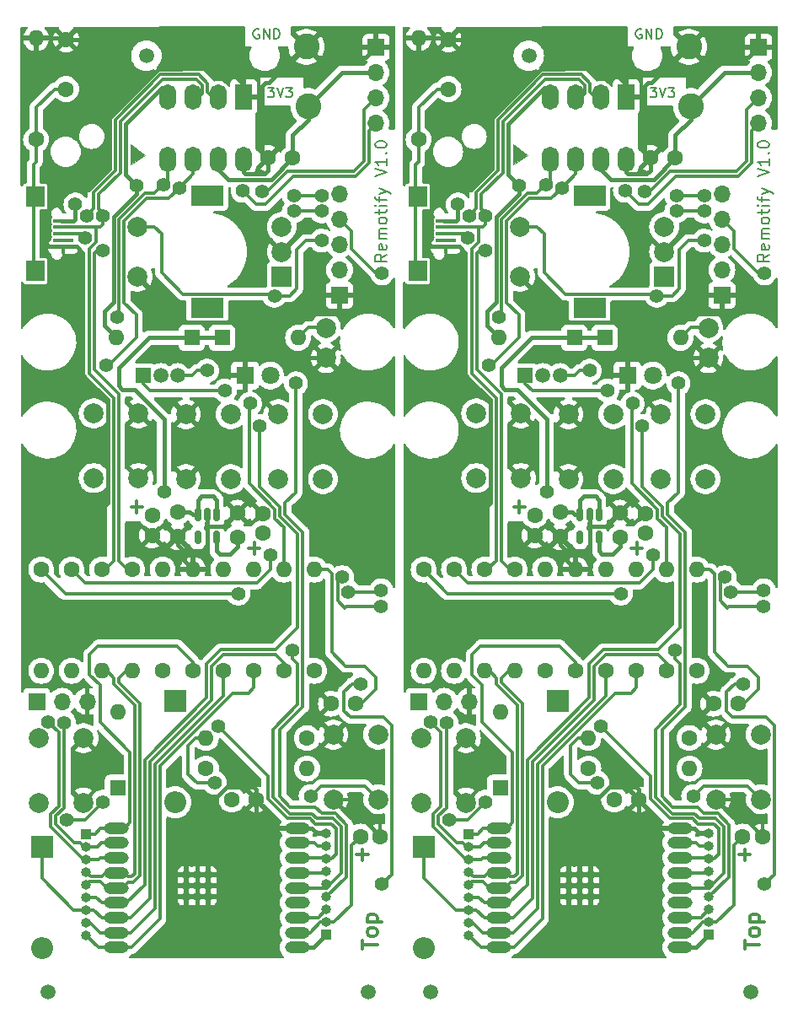
<source format=gtl>
G04 #@! TF.GenerationSoftware,KiCad,Pcbnew,7.0.1*
G04 #@! TF.CreationDate,2023-11-25T15:53:10+01:00*
G04 #@! TF.ProjectId,Spotify_controller_nutzen,53706f74-6966-4795-9f63-6f6e74726f6c,rev?*
G04 #@! TF.SameCoordinates,Original*
G04 #@! TF.FileFunction,Copper,L1,Top*
G04 #@! TF.FilePolarity,Positive*
%FSLAX46Y46*%
G04 Gerber Fmt 4.6, Leading zero omitted, Abs format (unit mm)*
G04 Created by KiCad (PCBNEW 7.0.1) date 2023-11-25 15:53:10*
%MOMM*%
%LPD*%
G01*
G04 APERTURE LIST*
G04 Aperture macros list*
%AMRoundRect*
0 Rectangle with rounded corners*
0 $1 Rounding radius*
0 $2 $3 $4 $5 $6 $7 $8 $9 X,Y pos of 4 corners*
0 Add a 4 corners polygon primitive as box body*
4,1,4,$2,$3,$4,$5,$6,$7,$8,$9,$2,$3,0*
0 Add four circle primitives for the rounded corners*
1,1,$1+$1,$2,$3*
1,1,$1+$1,$4,$5*
1,1,$1+$1,$6,$7*
1,1,$1+$1,$8,$9*
0 Add four rect primitives between the rounded corners*
20,1,$1+$1,$2,$3,$4,$5,0*
20,1,$1+$1,$4,$5,$6,$7,0*
20,1,$1+$1,$6,$7,$8,$9,0*
20,1,$1+$1,$8,$9,$2,$3,0*%
G04 Aperture macros list end*
%ADD10C,0.200000*%
G04 #@! TA.AperFunction,NonConductor*
%ADD11C,0.200000*%
G04 #@! TD*
%ADD12C,0.300000*%
G04 #@! TA.AperFunction,NonConductor*
%ADD13C,0.300000*%
G04 #@! TD*
G04 #@! TA.AperFunction,EtchedComponent*
%ADD14C,0.050000*%
G04 #@! TD*
G04 #@! TA.AperFunction,ComponentPad*
%ADD15R,2.200000X2.200000*%
G04 #@! TD*
G04 #@! TA.AperFunction,ComponentPad*
%ADD16O,2.200000X2.200000*%
G04 #@! TD*
G04 #@! TA.AperFunction,ComponentPad*
%ADD17C,1.600000*%
G04 #@! TD*
G04 #@! TA.AperFunction,ComponentPad*
%ADD18O,1.600000X1.600000*%
G04 #@! TD*
G04 #@! TA.AperFunction,SMDPad,CuDef*
%ADD19RoundRect,0.150000X-0.150000X0.512500X-0.150000X-0.512500X0.150000X-0.512500X0.150000X0.512500X0*%
G04 #@! TD*
G04 #@! TA.AperFunction,ComponentPad*
%ADD20R,1.700000X1.700000*%
G04 #@! TD*
G04 #@! TA.AperFunction,ComponentPad*
%ADD21O,1.700000X1.700000*%
G04 #@! TD*
G04 #@! TA.AperFunction,ComponentPad*
%ADD22R,1.600000X1.600000*%
G04 #@! TD*
G04 #@! TA.AperFunction,ComponentPad*
%ADD23R,1.700000X2.550000*%
G04 #@! TD*
G04 #@! TA.AperFunction,ComponentPad*
%ADD24O,1.700000X2.550000*%
G04 #@! TD*
G04 #@! TA.AperFunction,ComponentPad*
%ADD25C,2.000000*%
G04 #@! TD*
G04 #@! TA.AperFunction,ComponentPad*
%ADD26R,1.000000X1.000000*%
G04 #@! TD*
G04 #@! TA.AperFunction,ComponentPad*
%ADD27O,1.000000X1.000000*%
G04 #@! TD*
G04 #@! TA.AperFunction,SMDPad,CuDef*
%ADD28C,1.500000*%
G04 #@! TD*
G04 #@! TA.AperFunction,SMDPad,CuDef*
%ADD29R,2.000000X0.400000*%
G04 #@! TD*
G04 #@! TA.AperFunction,SMDPad,CuDef*
%ADD30R,1.900000X2.000000*%
G04 #@! TD*
G04 #@! TA.AperFunction,ComponentPad*
%ADD31C,2.600000*%
G04 #@! TD*
G04 #@! TA.AperFunction,ComponentPad*
%ADD32R,1.500000X1.500000*%
G04 #@! TD*
G04 #@! TA.AperFunction,ComponentPad*
%ADD33C,1.500000*%
G04 #@! TD*
G04 #@! TA.AperFunction,ComponentPad*
%ADD34R,1.800000X1.800000*%
G04 #@! TD*
G04 #@! TA.AperFunction,ComponentPad*
%ADD35C,1.800000*%
G04 #@! TD*
G04 #@! TA.AperFunction,ComponentPad*
%ADD36R,2.000000X2.000000*%
G04 #@! TD*
G04 #@! TA.AperFunction,ComponentPad*
%ADD37R,3.200000X2.000000*%
G04 #@! TD*
G04 #@! TA.AperFunction,ComponentPad*
%ADD38O,2.500000X1.200000*%
G04 #@! TD*
G04 #@! TA.AperFunction,SMDPad,CuDef*
%ADD39R,0.700000X0.700000*%
G04 #@! TD*
G04 #@! TA.AperFunction,ViaPad*
%ADD40C,1.400000*%
G04 #@! TD*
G04 #@! TA.AperFunction,Conductor*
%ADD41C,0.300000*%
G04 #@! TD*
G04 #@! TA.AperFunction,Conductor*
%ADD42C,0.200000*%
G04 #@! TD*
G04 #@! TA.AperFunction,Conductor*
%ADD43C,0.400000*%
G04 #@! TD*
G04 APERTURE END LIST*
D10*
D11*
X103738942Y-65551171D02*
X103167514Y-65951171D01*
X103738942Y-66236885D02*
X102538942Y-66236885D01*
X102538942Y-66236885D02*
X102538942Y-65779742D01*
X102538942Y-65779742D02*
X102596085Y-65665457D01*
X102596085Y-65665457D02*
X102653228Y-65608314D01*
X102653228Y-65608314D02*
X102767514Y-65551171D01*
X102767514Y-65551171D02*
X102938942Y-65551171D01*
X102938942Y-65551171D02*
X103053228Y-65608314D01*
X103053228Y-65608314D02*
X103110371Y-65665457D01*
X103110371Y-65665457D02*
X103167514Y-65779742D01*
X103167514Y-65779742D02*
X103167514Y-66236885D01*
X103681800Y-64579742D02*
X103738942Y-64694028D01*
X103738942Y-64694028D02*
X103738942Y-64922600D01*
X103738942Y-64922600D02*
X103681800Y-65036885D01*
X103681800Y-65036885D02*
X103567514Y-65094028D01*
X103567514Y-65094028D02*
X103110371Y-65094028D01*
X103110371Y-65094028D02*
X102996085Y-65036885D01*
X102996085Y-65036885D02*
X102938942Y-64922600D01*
X102938942Y-64922600D02*
X102938942Y-64694028D01*
X102938942Y-64694028D02*
X102996085Y-64579742D01*
X102996085Y-64579742D02*
X103110371Y-64522600D01*
X103110371Y-64522600D02*
X103224657Y-64522600D01*
X103224657Y-64522600D02*
X103338942Y-65094028D01*
X103738942Y-64008314D02*
X102938942Y-64008314D01*
X103053228Y-64008314D02*
X102996085Y-63951171D01*
X102996085Y-63951171D02*
X102938942Y-63836886D01*
X102938942Y-63836886D02*
X102938942Y-63665457D01*
X102938942Y-63665457D02*
X102996085Y-63551171D01*
X102996085Y-63551171D02*
X103110371Y-63494029D01*
X103110371Y-63494029D02*
X103738942Y-63494029D01*
X103110371Y-63494029D02*
X102996085Y-63436886D01*
X102996085Y-63436886D02*
X102938942Y-63322600D01*
X102938942Y-63322600D02*
X102938942Y-63151171D01*
X102938942Y-63151171D02*
X102996085Y-63036886D01*
X102996085Y-63036886D02*
X103110371Y-62979743D01*
X103110371Y-62979743D02*
X103738942Y-62979743D01*
X103738942Y-62236886D02*
X103681800Y-62351171D01*
X103681800Y-62351171D02*
X103624657Y-62408314D01*
X103624657Y-62408314D02*
X103510371Y-62465457D01*
X103510371Y-62465457D02*
X103167514Y-62465457D01*
X103167514Y-62465457D02*
X103053228Y-62408314D01*
X103053228Y-62408314D02*
X102996085Y-62351171D01*
X102996085Y-62351171D02*
X102938942Y-62236886D01*
X102938942Y-62236886D02*
X102938942Y-62065457D01*
X102938942Y-62065457D02*
X102996085Y-61951171D01*
X102996085Y-61951171D02*
X103053228Y-61894029D01*
X103053228Y-61894029D02*
X103167514Y-61836886D01*
X103167514Y-61836886D02*
X103510371Y-61836886D01*
X103510371Y-61836886D02*
X103624657Y-61894029D01*
X103624657Y-61894029D02*
X103681800Y-61951171D01*
X103681800Y-61951171D02*
X103738942Y-62065457D01*
X103738942Y-62065457D02*
X103738942Y-62236886D01*
X102938942Y-61494029D02*
X102938942Y-61036886D01*
X102538942Y-61322600D02*
X103567514Y-61322600D01*
X103567514Y-61322600D02*
X103681800Y-61265457D01*
X103681800Y-61265457D02*
X103738942Y-61151172D01*
X103738942Y-61151172D02*
X103738942Y-61036886D01*
X103738942Y-60636886D02*
X102938942Y-60636886D01*
X102538942Y-60636886D02*
X102596085Y-60694029D01*
X102596085Y-60694029D02*
X102653228Y-60636886D01*
X102653228Y-60636886D02*
X102596085Y-60579743D01*
X102596085Y-60579743D02*
X102538942Y-60636886D01*
X102538942Y-60636886D02*
X102653228Y-60636886D01*
X102938942Y-60236886D02*
X102938942Y-59779743D01*
X103738942Y-60065457D02*
X102710371Y-60065457D01*
X102710371Y-60065457D02*
X102596085Y-60008314D01*
X102596085Y-60008314D02*
X102538942Y-59894029D01*
X102538942Y-59894029D02*
X102538942Y-59779743D01*
X102938942Y-59494029D02*
X103738942Y-59208315D01*
X102938942Y-58922600D02*
X103738942Y-59208315D01*
X103738942Y-59208315D02*
X104024657Y-59322600D01*
X104024657Y-59322600D02*
X104081800Y-59379743D01*
X104081800Y-59379743D02*
X104138942Y-59494029D01*
X102538942Y-57722600D02*
X103738942Y-57322600D01*
X103738942Y-57322600D02*
X102538942Y-56922600D01*
X103738942Y-55894029D02*
X103738942Y-56579743D01*
X103738942Y-56236886D02*
X102538942Y-56236886D01*
X102538942Y-56236886D02*
X102710371Y-56351172D01*
X102710371Y-56351172D02*
X102824657Y-56465457D01*
X102824657Y-56465457D02*
X102881800Y-56579743D01*
X103624657Y-55379743D02*
X103681800Y-55322600D01*
X103681800Y-55322600D02*
X103738942Y-55379743D01*
X103738942Y-55379743D02*
X103681800Y-55436886D01*
X103681800Y-55436886D02*
X103624657Y-55379743D01*
X103624657Y-55379743D02*
X103738942Y-55379743D01*
X102538942Y-54579743D02*
X102538942Y-54465457D01*
X102538942Y-54465457D02*
X102596085Y-54351171D01*
X102596085Y-54351171D02*
X102653228Y-54294029D01*
X102653228Y-54294029D02*
X102767514Y-54236886D01*
X102767514Y-54236886D02*
X102996085Y-54179743D01*
X102996085Y-54179743D02*
X103281800Y-54179743D01*
X103281800Y-54179743D02*
X103510371Y-54236886D01*
X103510371Y-54236886D02*
X103624657Y-54294029D01*
X103624657Y-54294029D02*
X103681800Y-54351171D01*
X103681800Y-54351171D02*
X103738942Y-54465457D01*
X103738942Y-54465457D02*
X103738942Y-54579743D01*
X103738942Y-54579743D02*
X103681800Y-54694029D01*
X103681800Y-54694029D02*
X103624657Y-54751171D01*
X103624657Y-54751171D02*
X103510371Y-54808314D01*
X103510371Y-54808314D02*
X103281800Y-54865457D01*
X103281800Y-54865457D02*
X102996085Y-54865457D01*
X102996085Y-54865457D02*
X102767514Y-54808314D01*
X102767514Y-54808314D02*
X102653228Y-54751171D01*
X102653228Y-54751171D02*
X102596085Y-54694029D01*
X102596085Y-54694029D02*
X102538942Y-54579743D01*
D12*
D13*
X78055542Y-90888200D02*
X79198400Y-90888200D01*
X78626971Y-91459628D02*
X78626971Y-90316771D01*
D10*
D11*
X91785857Y-48788619D02*
X92404904Y-48788619D01*
X92404904Y-48788619D02*
X92071571Y-49169571D01*
X92071571Y-49169571D02*
X92214428Y-49169571D01*
X92214428Y-49169571D02*
X92309666Y-49217190D01*
X92309666Y-49217190D02*
X92357285Y-49264809D01*
X92357285Y-49264809D02*
X92404904Y-49360047D01*
X92404904Y-49360047D02*
X92404904Y-49598142D01*
X92404904Y-49598142D02*
X92357285Y-49693380D01*
X92357285Y-49693380D02*
X92309666Y-49741000D01*
X92309666Y-49741000D02*
X92214428Y-49788619D01*
X92214428Y-49788619D02*
X91928714Y-49788619D01*
X91928714Y-49788619D02*
X91833476Y-49741000D01*
X91833476Y-49741000D02*
X91785857Y-49693380D01*
X92690619Y-48788619D02*
X93023952Y-49788619D01*
X93023952Y-49788619D02*
X93357285Y-48788619D01*
X93595381Y-48788619D02*
X94214428Y-48788619D01*
X94214428Y-48788619D02*
X93881095Y-49169571D01*
X93881095Y-49169571D02*
X94023952Y-49169571D01*
X94023952Y-49169571D02*
X94119190Y-49217190D01*
X94119190Y-49217190D02*
X94166809Y-49264809D01*
X94166809Y-49264809D02*
X94214428Y-49360047D01*
X94214428Y-49360047D02*
X94214428Y-49598142D01*
X94214428Y-49598142D02*
X94166809Y-49693380D01*
X94166809Y-49693380D02*
X94119190Y-49741000D01*
X94119190Y-49741000D02*
X94023952Y-49788619D01*
X94023952Y-49788619D02*
X93738238Y-49788619D01*
X93738238Y-49788619D02*
X93643000Y-49741000D01*
X93643000Y-49741000D02*
X93595381Y-49693380D01*
D12*
D13*
X100686942Y-125813200D02*
X101829800Y-125813200D01*
X101258371Y-126384628D02*
X101258371Y-125241771D01*
D12*
D13*
X89841142Y-95053800D02*
X90984000Y-95053800D01*
X90412571Y-95625228D02*
X90412571Y-94482371D01*
D12*
D13*
X101262428Y-135239142D02*
X101262428Y-134382000D01*
X102762428Y-134810571D02*
X101262428Y-134810571D01*
X102762428Y-133667714D02*
X102691000Y-133810571D01*
X102691000Y-133810571D02*
X102619571Y-133882000D01*
X102619571Y-133882000D02*
X102476714Y-133953428D01*
X102476714Y-133953428D02*
X102048142Y-133953428D01*
X102048142Y-133953428D02*
X101905285Y-133882000D01*
X101905285Y-133882000D02*
X101833857Y-133810571D01*
X101833857Y-133810571D02*
X101762428Y-133667714D01*
X101762428Y-133667714D02*
X101762428Y-133453428D01*
X101762428Y-133453428D02*
X101833857Y-133310571D01*
X101833857Y-133310571D02*
X101905285Y-133239143D01*
X101905285Y-133239143D02*
X102048142Y-133167714D01*
X102048142Y-133167714D02*
X102476714Y-133167714D01*
X102476714Y-133167714D02*
X102619571Y-133239143D01*
X102619571Y-133239143D02*
X102691000Y-133310571D01*
X102691000Y-133310571D02*
X102762428Y-133453428D01*
X102762428Y-133453428D02*
X102762428Y-133667714D01*
X101762428Y-132524857D02*
X103262428Y-132524857D01*
X101833857Y-132524857D02*
X101762428Y-132382000D01*
X101762428Y-132382000D02*
X101762428Y-132096285D01*
X101762428Y-132096285D02*
X101833857Y-131953428D01*
X101833857Y-131953428D02*
X101905285Y-131882000D01*
X101905285Y-131882000D02*
X102048142Y-131810571D01*
X102048142Y-131810571D02*
X102476714Y-131810571D01*
X102476714Y-131810571D02*
X102619571Y-131882000D01*
X102619571Y-131882000D02*
X102691000Y-131953428D01*
X102691000Y-131953428D02*
X102762428Y-132096285D01*
X102762428Y-132096285D02*
X102762428Y-132382000D01*
X102762428Y-132382000D02*
X102691000Y-132524857D01*
D10*
D11*
X90880904Y-42943438D02*
X90785666Y-42895819D01*
X90785666Y-42895819D02*
X90642809Y-42895819D01*
X90642809Y-42895819D02*
X90499952Y-42943438D01*
X90499952Y-42943438D02*
X90404714Y-43038676D01*
X90404714Y-43038676D02*
X90357095Y-43133914D01*
X90357095Y-43133914D02*
X90309476Y-43324390D01*
X90309476Y-43324390D02*
X90309476Y-43467247D01*
X90309476Y-43467247D02*
X90357095Y-43657723D01*
X90357095Y-43657723D02*
X90404714Y-43752961D01*
X90404714Y-43752961D02*
X90499952Y-43848200D01*
X90499952Y-43848200D02*
X90642809Y-43895819D01*
X90642809Y-43895819D02*
X90738047Y-43895819D01*
X90738047Y-43895819D02*
X90880904Y-43848200D01*
X90880904Y-43848200D02*
X90928523Y-43800580D01*
X90928523Y-43800580D02*
X90928523Y-43467247D01*
X90928523Y-43467247D02*
X90738047Y-43467247D01*
X91357095Y-43895819D02*
X91357095Y-42895819D01*
X91357095Y-42895819D02*
X91928523Y-43895819D01*
X91928523Y-43895819D02*
X91928523Y-42895819D01*
X92404714Y-43895819D02*
X92404714Y-42895819D01*
X92404714Y-42895819D02*
X92642809Y-42895819D01*
X92642809Y-42895819D02*
X92785666Y-42943438D01*
X92785666Y-42943438D02*
X92880904Y-43038676D01*
X92880904Y-43038676D02*
X92928523Y-43133914D01*
X92928523Y-43133914D02*
X92976142Y-43324390D01*
X92976142Y-43324390D02*
X92976142Y-43467247D01*
X92976142Y-43467247D02*
X92928523Y-43657723D01*
X92928523Y-43657723D02*
X92880904Y-43752961D01*
X92880904Y-43752961D02*
X92785666Y-43848200D01*
X92785666Y-43848200D02*
X92642809Y-43895819D01*
X92642809Y-43895819D02*
X92404714Y-43895819D01*
D10*
D11*
X52450904Y-42943438D02*
X52355666Y-42895819D01*
X52355666Y-42895819D02*
X52212809Y-42895819D01*
X52212809Y-42895819D02*
X52069952Y-42943438D01*
X52069952Y-42943438D02*
X51974714Y-43038676D01*
X51974714Y-43038676D02*
X51927095Y-43133914D01*
X51927095Y-43133914D02*
X51879476Y-43324390D01*
X51879476Y-43324390D02*
X51879476Y-43467247D01*
X51879476Y-43467247D02*
X51927095Y-43657723D01*
X51927095Y-43657723D02*
X51974714Y-43752961D01*
X51974714Y-43752961D02*
X52069952Y-43848200D01*
X52069952Y-43848200D02*
X52212809Y-43895819D01*
X52212809Y-43895819D02*
X52308047Y-43895819D01*
X52308047Y-43895819D02*
X52450904Y-43848200D01*
X52450904Y-43848200D02*
X52498523Y-43800580D01*
X52498523Y-43800580D02*
X52498523Y-43467247D01*
X52498523Y-43467247D02*
X52308047Y-43467247D01*
X52927095Y-43895819D02*
X52927095Y-42895819D01*
X52927095Y-42895819D02*
X53498523Y-43895819D01*
X53498523Y-43895819D02*
X53498523Y-42895819D01*
X53974714Y-43895819D02*
X53974714Y-42895819D01*
X53974714Y-42895819D02*
X54212809Y-42895819D01*
X54212809Y-42895819D02*
X54355666Y-42943438D01*
X54355666Y-42943438D02*
X54450904Y-43038676D01*
X54450904Y-43038676D02*
X54498523Y-43133914D01*
X54498523Y-43133914D02*
X54546142Y-43324390D01*
X54546142Y-43324390D02*
X54546142Y-43467247D01*
X54546142Y-43467247D02*
X54498523Y-43657723D01*
X54498523Y-43657723D02*
X54450904Y-43752961D01*
X54450904Y-43752961D02*
X54355666Y-43848200D01*
X54355666Y-43848200D02*
X54212809Y-43895819D01*
X54212809Y-43895819D02*
X53974714Y-43895819D01*
D12*
D13*
X62832428Y-135239142D02*
X62832428Y-134382000D01*
X64332428Y-134810571D02*
X62832428Y-134810571D01*
X64332428Y-133667714D02*
X64261000Y-133810571D01*
X64261000Y-133810571D02*
X64189571Y-133882000D01*
X64189571Y-133882000D02*
X64046714Y-133953428D01*
X64046714Y-133953428D02*
X63618142Y-133953428D01*
X63618142Y-133953428D02*
X63475285Y-133882000D01*
X63475285Y-133882000D02*
X63403857Y-133810571D01*
X63403857Y-133810571D02*
X63332428Y-133667714D01*
X63332428Y-133667714D02*
X63332428Y-133453428D01*
X63332428Y-133453428D02*
X63403857Y-133310571D01*
X63403857Y-133310571D02*
X63475285Y-133239143D01*
X63475285Y-133239143D02*
X63618142Y-133167714D01*
X63618142Y-133167714D02*
X64046714Y-133167714D01*
X64046714Y-133167714D02*
X64189571Y-133239143D01*
X64189571Y-133239143D02*
X64261000Y-133310571D01*
X64261000Y-133310571D02*
X64332428Y-133453428D01*
X64332428Y-133453428D02*
X64332428Y-133667714D01*
X63332428Y-132524857D02*
X64832428Y-132524857D01*
X63403857Y-132524857D02*
X63332428Y-132382000D01*
X63332428Y-132382000D02*
X63332428Y-132096285D01*
X63332428Y-132096285D02*
X63403857Y-131953428D01*
X63403857Y-131953428D02*
X63475285Y-131882000D01*
X63475285Y-131882000D02*
X63618142Y-131810571D01*
X63618142Y-131810571D02*
X64046714Y-131810571D01*
X64046714Y-131810571D02*
X64189571Y-131882000D01*
X64189571Y-131882000D02*
X64261000Y-131953428D01*
X64261000Y-131953428D02*
X64332428Y-132096285D01*
X64332428Y-132096285D02*
X64332428Y-132382000D01*
X64332428Y-132382000D02*
X64261000Y-132524857D01*
D12*
D13*
X51411142Y-95053800D02*
X52554000Y-95053800D01*
X51982571Y-95625228D02*
X51982571Y-94482371D01*
D10*
D11*
X65308942Y-65551171D02*
X64737514Y-65951171D01*
X65308942Y-66236885D02*
X64108942Y-66236885D01*
X64108942Y-66236885D02*
X64108942Y-65779742D01*
X64108942Y-65779742D02*
X64166085Y-65665457D01*
X64166085Y-65665457D02*
X64223228Y-65608314D01*
X64223228Y-65608314D02*
X64337514Y-65551171D01*
X64337514Y-65551171D02*
X64508942Y-65551171D01*
X64508942Y-65551171D02*
X64623228Y-65608314D01*
X64623228Y-65608314D02*
X64680371Y-65665457D01*
X64680371Y-65665457D02*
X64737514Y-65779742D01*
X64737514Y-65779742D02*
X64737514Y-66236885D01*
X65251800Y-64579742D02*
X65308942Y-64694028D01*
X65308942Y-64694028D02*
X65308942Y-64922600D01*
X65308942Y-64922600D02*
X65251800Y-65036885D01*
X65251800Y-65036885D02*
X65137514Y-65094028D01*
X65137514Y-65094028D02*
X64680371Y-65094028D01*
X64680371Y-65094028D02*
X64566085Y-65036885D01*
X64566085Y-65036885D02*
X64508942Y-64922600D01*
X64508942Y-64922600D02*
X64508942Y-64694028D01*
X64508942Y-64694028D02*
X64566085Y-64579742D01*
X64566085Y-64579742D02*
X64680371Y-64522600D01*
X64680371Y-64522600D02*
X64794657Y-64522600D01*
X64794657Y-64522600D02*
X64908942Y-65094028D01*
X65308942Y-64008314D02*
X64508942Y-64008314D01*
X64623228Y-64008314D02*
X64566085Y-63951171D01*
X64566085Y-63951171D02*
X64508942Y-63836886D01*
X64508942Y-63836886D02*
X64508942Y-63665457D01*
X64508942Y-63665457D02*
X64566085Y-63551171D01*
X64566085Y-63551171D02*
X64680371Y-63494029D01*
X64680371Y-63494029D02*
X65308942Y-63494029D01*
X64680371Y-63494029D02*
X64566085Y-63436886D01*
X64566085Y-63436886D02*
X64508942Y-63322600D01*
X64508942Y-63322600D02*
X64508942Y-63151171D01*
X64508942Y-63151171D02*
X64566085Y-63036886D01*
X64566085Y-63036886D02*
X64680371Y-62979743D01*
X64680371Y-62979743D02*
X65308942Y-62979743D01*
X65308942Y-62236886D02*
X65251800Y-62351171D01*
X65251800Y-62351171D02*
X65194657Y-62408314D01*
X65194657Y-62408314D02*
X65080371Y-62465457D01*
X65080371Y-62465457D02*
X64737514Y-62465457D01*
X64737514Y-62465457D02*
X64623228Y-62408314D01*
X64623228Y-62408314D02*
X64566085Y-62351171D01*
X64566085Y-62351171D02*
X64508942Y-62236886D01*
X64508942Y-62236886D02*
X64508942Y-62065457D01*
X64508942Y-62065457D02*
X64566085Y-61951171D01*
X64566085Y-61951171D02*
X64623228Y-61894029D01*
X64623228Y-61894029D02*
X64737514Y-61836886D01*
X64737514Y-61836886D02*
X65080371Y-61836886D01*
X65080371Y-61836886D02*
X65194657Y-61894029D01*
X65194657Y-61894029D02*
X65251800Y-61951171D01*
X65251800Y-61951171D02*
X65308942Y-62065457D01*
X65308942Y-62065457D02*
X65308942Y-62236886D01*
X64508942Y-61494029D02*
X64508942Y-61036886D01*
X64108942Y-61322600D02*
X65137514Y-61322600D01*
X65137514Y-61322600D02*
X65251800Y-61265457D01*
X65251800Y-61265457D02*
X65308942Y-61151172D01*
X65308942Y-61151172D02*
X65308942Y-61036886D01*
X65308942Y-60636886D02*
X64508942Y-60636886D01*
X64108942Y-60636886D02*
X64166085Y-60694029D01*
X64166085Y-60694029D02*
X64223228Y-60636886D01*
X64223228Y-60636886D02*
X64166085Y-60579743D01*
X64166085Y-60579743D02*
X64108942Y-60636886D01*
X64108942Y-60636886D02*
X64223228Y-60636886D01*
X64508942Y-60236886D02*
X64508942Y-59779743D01*
X65308942Y-60065457D02*
X64280371Y-60065457D01*
X64280371Y-60065457D02*
X64166085Y-60008314D01*
X64166085Y-60008314D02*
X64108942Y-59894029D01*
X64108942Y-59894029D02*
X64108942Y-59779743D01*
X64508942Y-59494029D02*
X65308942Y-59208315D01*
X64508942Y-58922600D02*
X65308942Y-59208315D01*
X65308942Y-59208315D02*
X65594657Y-59322600D01*
X65594657Y-59322600D02*
X65651800Y-59379743D01*
X65651800Y-59379743D02*
X65708942Y-59494029D01*
X64108942Y-57722600D02*
X65308942Y-57322600D01*
X65308942Y-57322600D02*
X64108942Y-56922600D01*
X65308942Y-55894029D02*
X65308942Y-56579743D01*
X65308942Y-56236886D02*
X64108942Y-56236886D01*
X64108942Y-56236886D02*
X64280371Y-56351172D01*
X64280371Y-56351172D02*
X64394657Y-56465457D01*
X64394657Y-56465457D02*
X64451800Y-56579743D01*
X65194657Y-55379743D02*
X65251800Y-55322600D01*
X65251800Y-55322600D02*
X65308942Y-55379743D01*
X65308942Y-55379743D02*
X65251800Y-55436886D01*
X65251800Y-55436886D02*
X65194657Y-55379743D01*
X65194657Y-55379743D02*
X65308942Y-55379743D01*
X64108942Y-54579743D02*
X64108942Y-54465457D01*
X64108942Y-54465457D02*
X64166085Y-54351171D01*
X64166085Y-54351171D02*
X64223228Y-54294029D01*
X64223228Y-54294029D02*
X64337514Y-54236886D01*
X64337514Y-54236886D02*
X64566085Y-54179743D01*
X64566085Y-54179743D02*
X64851800Y-54179743D01*
X64851800Y-54179743D02*
X65080371Y-54236886D01*
X65080371Y-54236886D02*
X65194657Y-54294029D01*
X65194657Y-54294029D02*
X65251800Y-54351171D01*
X65251800Y-54351171D02*
X65308942Y-54465457D01*
X65308942Y-54465457D02*
X65308942Y-54579743D01*
X65308942Y-54579743D02*
X65251800Y-54694029D01*
X65251800Y-54694029D02*
X65194657Y-54751171D01*
X65194657Y-54751171D02*
X65080371Y-54808314D01*
X65080371Y-54808314D02*
X64851800Y-54865457D01*
X64851800Y-54865457D02*
X64566085Y-54865457D01*
X64566085Y-54865457D02*
X64337514Y-54808314D01*
X64337514Y-54808314D02*
X64223228Y-54751171D01*
X64223228Y-54751171D02*
X64166085Y-54694029D01*
X64166085Y-54694029D02*
X64108942Y-54579743D01*
D12*
D13*
X62256942Y-125813200D02*
X63399800Y-125813200D01*
X62828371Y-126384628D02*
X62828371Y-125241771D01*
D10*
D11*
X53355857Y-48788619D02*
X53974904Y-48788619D01*
X53974904Y-48788619D02*
X53641571Y-49169571D01*
X53641571Y-49169571D02*
X53784428Y-49169571D01*
X53784428Y-49169571D02*
X53879666Y-49217190D01*
X53879666Y-49217190D02*
X53927285Y-49264809D01*
X53927285Y-49264809D02*
X53974904Y-49360047D01*
X53974904Y-49360047D02*
X53974904Y-49598142D01*
X53974904Y-49598142D02*
X53927285Y-49693380D01*
X53927285Y-49693380D02*
X53879666Y-49741000D01*
X53879666Y-49741000D02*
X53784428Y-49788619D01*
X53784428Y-49788619D02*
X53498714Y-49788619D01*
X53498714Y-49788619D02*
X53403476Y-49741000D01*
X53403476Y-49741000D02*
X53355857Y-49693380D01*
X54260619Y-48788619D02*
X54593952Y-49788619D01*
X54593952Y-49788619D02*
X54927285Y-48788619D01*
X55165381Y-48788619D02*
X55784428Y-48788619D01*
X55784428Y-48788619D02*
X55451095Y-49169571D01*
X55451095Y-49169571D02*
X55593952Y-49169571D01*
X55593952Y-49169571D02*
X55689190Y-49217190D01*
X55689190Y-49217190D02*
X55736809Y-49264809D01*
X55736809Y-49264809D02*
X55784428Y-49360047D01*
X55784428Y-49360047D02*
X55784428Y-49598142D01*
X55784428Y-49598142D02*
X55736809Y-49693380D01*
X55736809Y-49693380D02*
X55689190Y-49741000D01*
X55689190Y-49741000D02*
X55593952Y-49788619D01*
X55593952Y-49788619D02*
X55308238Y-49788619D01*
X55308238Y-49788619D02*
X55213000Y-49741000D01*
X55213000Y-49741000D02*
X55165381Y-49693380D01*
D12*
D13*
X39625542Y-90888200D02*
X40768400Y-90888200D01*
X40196971Y-91459628D02*
X40196971Y-90316771D01*
D14*
X79466600Y-55585400D02*
X77993400Y-56550600D01*
X77993400Y-54518600D01*
X79466600Y-55585400D01*
G04 #@! TA.AperFunction,EtchedComponent*
G36*
X79466600Y-55585400D02*
G01*
X77993400Y-56550600D01*
X77993400Y-54518600D01*
X79466600Y-55585400D01*
G37*
G04 #@! TD.AperFunction*
X41036600Y-55585400D02*
X39563400Y-56550600D01*
X39563400Y-54518600D01*
X41036600Y-55585400D01*
G04 #@! TA.AperFunction,EtchedComponent*
G36*
X41036600Y-55585400D02*
G01*
X39563400Y-56550600D01*
X39563400Y-54518600D01*
X41036600Y-55585400D01*
G37*
G04 #@! TD.AperFunction*
D15*
X82473600Y-110388400D03*
D16*
X82473600Y-120548400D03*
D17*
X95710000Y-114090000D03*
D18*
X85550000Y-114090000D03*
D19*
X86625601Y-91701599D03*
X85675601Y-91701599D03*
X84725601Y-91701599D03*
X84725601Y-93976599D03*
X86625601Y-93976599D03*
D20*
X68554400Y-110413800D03*
D21*
X71094400Y-110413800D03*
X73634400Y-110413800D03*
D22*
X87198000Y-73914000D03*
D18*
X94818000Y-73914000D03*
D17*
X88714001Y-93980000D03*
X88714001Y-91480000D03*
X68500000Y-54019999D03*
D18*
X68500000Y-43859999D03*
D23*
X89357000Y-49717400D03*
D24*
X86817000Y-49717400D03*
X84277000Y-49717400D03*
X81737000Y-49717400D03*
X89357000Y-55997400D03*
X86817000Y-56037400D03*
X84277000Y-56037400D03*
X81737000Y-56037400D03*
D17*
X81203600Y-107340400D03*
D18*
X81203600Y-97180400D03*
D25*
X88051000Y-81586000D03*
X88051000Y-88086000D03*
X83551000Y-81586000D03*
X83551000Y-88086000D03*
X102870000Y-113749100D03*
X102870000Y-120249100D03*
X98370000Y-113749100D03*
X98370000Y-120249100D03*
D17*
X85557801Y-117152400D03*
D18*
X95717801Y-117152400D03*
D17*
X98120000Y-110650000D03*
X100620000Y-110650000D03*
D26*
X97662800Y-133858000D03*
D27*
X97662800Y-132588000D03*
X97662800Y-131318000D03*
X97662800Y-130048000D03*
X97662800Y-128778000D03*
X97662800Y-127508000D03*
X97662800Y-126238000D03*
X97662800Y-124968000D03*
X97662800Y-123698000D03*
D28*
X79578000Y-45593000D03*
D17*
X88148600Y-120276600D03*
X90648600Y-120276600D03*
X82704001Y-91399999D03*
X82704001Y-93899999D03*
D22*
X84150000Y-73914000D03*
D18*
X76530000Y-73914000D03*
D17*
X72059600Y-97180400D03*
D18*
X72059600Y-107340400D03*
D29*
X71222000Y-62172500D03*
X71222000Y-62822500D03*
X71222000Y-63472500D03*
X71222000Y-64122500D03*
X71222000Y-64772500D03*
D30*
X68402000Y-59735000D03*
X68402000Y-67210000D03*
D17*
X84251600Y-107340400D03*
D18*
X84251600Y-97180400D03*
D31*
X95656200Y-44704000D03*
D17*
X69011600Y-97180400D03*
D18*
X69011600Y-107340400D03*
D20*
X98970000Y-69640000D03*
D21*
X98970000Y-67100000D03*
X98970000Y-64560000D03*
X98970000Y-62020000D03*
X98970000Y-59480000D03*
D25*
X97612000Y-75946000D03*
D17*
X87299600Y-107340400D03*
D18*
X87299600Y-97180400D03*
D17*
X101066400Y-123977400D03*
X103066400Y-123977400D03*
D31*
X95859400Y-50647600D03*
D15*
X69062400Y-125018800D03*
D16*
X69062400Y-135178800D03*
D20*
X102666600Y-44754800D03*
D21*
X102666600Y-47294800D03*
X102666600Y-49834800D03*
X102666600Y-52374800D03*
D32*
X79222400Y-77724000D03*
D33*
X81000400Y-77710400D03*
X82727600Y-77710400D03*
D25*
X97612000Y-72912000D03*
X74280000Y-88000000D03*
X74280000Y-81500000D03*
X78780000Y-88000000D03*
X78780000Y-81500000D03*
D17*
X75107600Y-97180400D03*
D18*
X75107600Y-107340400D03*
D22*
X76707800Y-119075200D03*
D18*
X76707800Y-111455200D03*
D17*
X90347600Y-107340400D03*
D18*
X90347600Y-97180400D03*
D17*
X96443600Y-107340400D03*
D18*
X96443600Y-97180400D03*
D34*
X89484000Y-77712000D03*
D35*
X92024000Y-77712000D03*
D17*
X93395600Y-107340400D03*
D18*
X93395600Y-97180400D03*
D17*
X80164001Y-91739998D03*
X80164001Y-93739998D03*
X71500800Y-43950000D03*
X71500800Y-48950000D03*
D25*
X68750000Y-120590000D03*
X68750000Y-114090000D03*
X73250000Y-120590000D03*
X73250000Y-114090000D03*
D28*
X69680000Y-139600000D03*
D25*
X97322000Y-81586000D03*
X97322000Y-88086000D03*
X92822000Y-81586000D03*
X92822000Y-88086000D03*
D17*
X91262000Y-93539999D03*
X91262000Y-91539999D03*
D28*
X101880000Y-139600000D03*
D26*
X73532800Y-123708000D03*
D27*
X73532800Y-124978000D03*
X73532800Y-126248000D03*
X73532800Y-127518000D03*
X73532800Y-128788000D03*
X73532800Y-130058000D03*
X73532800Y-131328000D03*
X73532800Y-132598000D03*
X73532800Y-133868000D03*
D17*
X91790000Y-55880000D03*
X94290000Y-55880000D03*
X78155600Y-97180400D03*
D18*
X78155600Y-107340400D03*
D36*
X93178000Y-67790000D03*
D25*
X93178000Y-62790000D03*
X93178000Y-65290000D03*
D37*
X85678000Y-70890000D03*
X85678000Y-59690000D03*
D25*
X78678000Y-62790000D03*
X78678000Y-67790000D03*
D38*
X94730000Y-135128000D03*
X94730000Y-133628000D03*
X94730000Y-132138000D03*
X94730000Y-130628000D03*
X94730000Y-129128000D03*
X94730000Y-127628000D03*
X94730000Y-126128000D03*
X94730000Y-124628000D03*
X94730000Y-123128000D03*
X76530000Y-123158000D03*
X76530000Y-124628000D03*
X76530000Y-126128000D03*
X76530000Y-127628000D03*
X76530000Y-129128000D03*
X76530000Y-130628000D03*
X76530000Y-132128000D03*
X76530000Y-133628000D03*
X76530000Y-135128000D03*
D39*
X85770000Y-130028000D03*
X85770000Y-128928000D03*
X85770000Y-127828000D03*
X84720000Y-130028000D03*
X84720000Y-128928000D03*
X84720000Y-127828000D03*
X83570000Y-130028000D03*
X83570000Y-128928000D03*
X83570000Y-127828000D03*
D17*
X53360000Y-55880000D03*
X55860000Y-55880000D03*
X58013600Y-107340400D03*
D18*
X58013600Y-97180400D03*
D17*
X51917600Y-107340400D03*
D18*
X51917600Y-97180400D03*
D26*
X35102800Y-123708000D03*
D27*
X35102800Y-124978000D03*
X35102800Y-126248000D03*
X35102800Y-127518000D03*
X35102800Y-128788000D03*
X35102800Y-130058000D03*
X35102800Y-131328000D03*
X35102800Y-132598000D03*
X35102800Y-133868000D03*
D28*
X63450000Y-139600000D03*
D17*
X52832000Y-93539999D03*
X52832000Y-91539999D03*
D25*
X58892000Y-81586000D03*
X58892000Y-88086000D03*
X54392000Y-81586000D03*
X54392000Y-88086000D03*
D28*
X31250000Y-139600000D03*
D25*
X30320000Y-120590000D03*
X30320000Y-114090000D03*
X34820000Y-120590000D03*
X34820000Y-114090000D03*
D17*
X33070800Y-43950000D03*
X33070800Y-48950000D03*
X41734001Y-91739998D03*
X41734001Y-93739998D03*
X54965600Y-107340400D03*
D18*
X54965600Y-97180400D03*
D34*
X51054000Y-77712000D03*
D35*
X53594000Y-77712000D03*
D38*
X56300000Y-135128000D03*
X56300000Y-133628000D03*
X56300000Y-132138000D03*
X56300000Y-130628000D03*
X56300000Y-129128000D03*
X56300000Y-127628000D03*
X56300000Y-126128000D03*
X56300000Y-124628000D03*
X56300000Y-123128000D03*
X38100000Y-123158000D03*
X38100000Y-124628000D03*
X38100000Y-126128000D03*
X38100000Y-127628000D03*
X38100000Y-129128000D03*
X38100000Y-130628000D03*
X38100000Y-132128000D03*
X38100000Y-133628000D03*
X38100000Y-135128000D03*
D39*
X47340000Y-130028000D03*
X47340000Y-128928000D03*
X47340000Y-127828000D03*
X46290000Y-130028000D03*
X46290000Y-128928000D03*
X46290000Y-127828000D03*
X45140000Y-130028000D03*
X45140000Y-128928000D03*
X45140000Y-127828000D03*
D36*
X54748000Y-67790000D03*
D25*
X54748000Y-62790000D03*
X54748000Y-65290000D03*
D37*
X47248000Y-70890000D03*
X47248000Y-59690000D03*
D25*
X40248000Y-62790000D03*
X40248000Y-67790000D03*
D17*
X39725600Y-97180400D03*
D18*
X39725600Y-107340400D03*
D25*
X59182000Y-72912000D03*
D20*
X64236600Y-44754800D03*
D21*
X64236600Y-47294800D03*
X64236600Y-49834800D03*
X64236600Y-52374800D03*
D15*
X30632400Y-125018800D03*
D16*
X30632400Y-135178800D03*
D17*
X36677600Y-97180400D03*
D18*
X36677600Y-107340400D03*
D31*
X57429400Y-50647600D03*
D22*
X38277800Y-119075200D03*
D18*
X38277800Y-111455200D03*
D25*
X35850000Y-88000000D03*
X35850000Y-81500000D03*
X40350000Y-88000000D03*
X40350000Y-81500000D03*
D32*
X40792400Y-77724000D03*
D33*
X42570400Y-77710400D03*
X44297600Y-77710400D03*
D17*
X62636400Y-123977400D03*
X64636400Y-123977400D03*
D25*
X49621000Y-81586000D03*
X49621000Y-88086000D03*
X45121000Y-81586000D03*
X45121000Y-88086000D03*
D26*
X59232800Y-133858000D03*
D27*
X59232800Y-132588000D03*
X59232800Y-131318000D03*
X59232800Y-130048000D03*
X59232800Y-128778000D03*
X59232800Y-127508000D03*
X59232800Y-126238000D03*
X59232800Y-124968000D03*
X59232800Y-123698000D03*
D17*
X30581600Y-97180400D03*
D18*
X30581600Y-107340400D03*
D17*
X42773600Y-107340400D03*
D18*
X42773600Y-97180400D03*
D17*
X59690000Y-110650000D03*
X62190000Y-110650000D03*
D31*
X57226200Y-44704000D03*
D17*
X45821600Y-107340400D03*
D18*
X45821600Y-97180400D03*
D29*
X32792000Y-62172500D03*
X32792000Y-62822500D03*
X32792000Y-63472500D03*
X32792000Y-64122500D03*
X32792000Y-64772500D03*
D30*
X29972000Y-59735000D03*
X29972000Y-67210000D03*
D17*
X48869600Y-107340400D03*
D18*
X48869600Y-97180400D03*
D25*
X64440000Y-113749100D03*
X64440000Y-120249100D03*
X59940000Y-113749100D03*
X59940000Y-120249100D03*
X59182000Y-75946000D03*
D17*
X49718600Y-120276600D03*
X52218600Y-120276600D03*
X47127801Y-117152400D03*
D18*
X57287801Y-117152400D03*
D28*
X41148000Y-45593000D03*
D22*
X45720000Y-73914000D03*
D18*
X38100000Y-73914000D03*
D17*
X33629600Y-97180400D03*
D18*
X33629600Y-107340400D03*
D20*
X60540000Y-69640000D03*
D21*
X60540000Y-67100000D03*
X60540000Y-64560000D03*
X60540000Y-62020000D03*
X60540000Y-59480000D03*
D17*
X44274001Y-91399999D03*
X44274001Y-93899999D03*
D20*
X30124400Y-110413800D03*
D21*
X32664400Y-110413800D03*
X35204400Y-110413800D03*
D17*
X50284001Y-93980000D03*
X50284001Y-91480000D03*
D23*
X50927000Y-49717400D03*
D24*
X48387000Y-49717400D03*
X45847000Y-49717400D03*
X43307000Y-49717400D03*
X50927000Y-55997400D03*
X48387000Y-56037400D03*
X45847000Y-56037400D03*
X43307000Y-56037400D03*
D15*
X44043600Y-110388400D03*
D16*
X44043600Y-120548400D03*
D22*
X48768000Y-73914000D03*
D18*
X56388000Y-73914000D03*
D17*
X30070000Y-54019999D03*
D18*
X30070000Y-43859999D03*
D17*
X57280000Y-114090000D03*
D18*
X47120000Y-114090000D03*
D19*
X48195601Y-91701599D03*
X47245601Y-91701599D03*
X46295601Y-91701599D03*
X46295601Y-93976599D03*
X48195601Y-93976599D03*
D40*
X69711704Y-112451941D03*
X75182241Y-61705251D03*
X85674000Y-77216000D03*
X86774131Y-112911100D03*
X103170500Y-99263200D03*
X71548465Y-122326400D03*
X88823600Y-99601500D03*
X75178500Y-65125600D03*
X73448500Y-63872000D03*
X73583338Y-61661452D03*
X75183800Y-120499100D03*
X99871000Y-99415600D03*
X92024000Y-95707200D03*
X71308119Y-112551262D03*
X87477400Y-79197200D03*
X103250800Y-67437000D03*
X97187500Y-61214000D03*
X95242026Y-91302211D03*
X91236600Y-59207400D03*
X76597000Y-71882000D03*
X81330600Y-58547000D03*
X89238100Y-59154300D03*
X103174664Y-100862697D03*
X94600500Y-78486000D03*
X97187500Y-64160400D03*
X101930000Y-69596000D03*
X101117200Y-108661200D03*
X94388500Y-59614497D03*
X87706000Y-75946000D03*
X97187500Y-59614497D03*
X78612800Y-58623200D03*
X72446436Y-60536347D03*
X85792900Y-120514900D03*
X89992000Y-80518000D03*
X93659536Y-71485536D03*
X96088000Y-119913400D03*
X86470268Y-118603602D03*
X94244100Y-105308400D03*
X74777400Y-94970600D03*
X103250800Y-128778000D03*
X92430400Y-69689502D03*
X98490211Y-91302211D03*
X82905400Y-58851800D03*
X75506645Y-76701176D03*
X99245700Y-97943390D03*
X94388500Y-61214000D03*
X81356000Y-89408000D03*
X90979615Y-82804000D03*
X42926000Y-89408000D03*
X47362900Y-120514900D03*
X60060211Y-91302211D03*
X55229536Y-71485536D03*
X49276000Y-75946000D03*
X63500000Y-69596000D03*
X56812026Y-91302211D03*
X36347400Y-94970600D03*
X57658000Y-119913400D03*
X51562000Y-80518000D03*
X34016436Y-60536347D03*
X40182800Y-58623200D03*
X52549615Y-82804000D03*
X58757500Y-59614497D03*
X55958500Y-59614497D03*
X58757500Y-61214000D03*
X64820800Y-128778000D03*
X64820800Y-67437000D03*
X55958500Y-61214000D03*
X62687200Y-108661200D03*
X58757500Y-64160400D03*
X54000400Y-69689502D03*
X56170500Y-78486000D03*
X38167000Y-71882000D03*
X64744664Y-100862697D03*
X50808100Y-59154300D03*
X60815700Y-97943390D03*
X42900600Y-58547000D03*
X52806600Y-59207400D03*
X37076645Y-76701176D03*
X44475400Y-58851800D03*
X55814100Y-105308400D03*
X48040268Y-118603602D03*
X36752241Y-61705251D03*
X35153338Y-61661452D03*
X36748500Y-65125600D03*
X35018500Y-63872000D03*
X36753800Y-120499100D03*
X33118465Y-122326400D03*
X49047400Y-79197200D03*
X47244000Y-77216000D03*
X48344131Y-112911100D03*
X31281704Y-112451941D03*
X32878119Y-112551262D03*
X53594000Y-95707200D03*
X61441000Y-99415600D03*
X64740500Y-99263200D03*
X50393600Y-99601500D03*
D41*
X100050400Y-111988600D02*
X103418885Y-111988600D01*
X103418885Y-111988600D02*
X104220000Y-112789715D01*
X87299600Y-109833694D02*
X80435000Y-116698294D01*
X87299600Y-107340400D02*
X87299600Y-109833694D01*
X80435000Y-116698294D02*
X80435000Y-131223000D01*
X77374800Y-123158000D02*
X77935000Y-122597800D01*
X74953800Y-133628000D02*
X73923800Y-132598000D01*
X73923800Y-132598000D02*
X73532800Y-132598000D01*
X93395600Y-106553000D02*
X92582800Y-105740200D01*
X91798600Y-120196000D02*
X93780600Y-122178000D01*
X69976800Y-121706034D02*
X70758817Y-120924017D01*
X98162194Y-122690606D02*
X98662400Y-123190812D01*
X96523823Y-122690606D02*
X98162194Y-122690606D01*
X98662400Y-123190812D02*
X98662400Y-125746400D01*
X97552800Y-126128000D02*
X97662800Y-126238000D01*
X79935000Y-130199000D02*
X78006000Y-132128000D01*
X86149600Y-110276588D02*
X79935000Y-116491188D01*
X80935000Y-132247000D02*
X80935000Y-116905400D01*
X75015800Y-124628000D02*
X74665800Y-124978000D01*
X94730000Y-126128000D02*
X97552800Y-126128000D01*
X93395600Y-107340400D02*
X93395600Y-106553000D01*
X76530000Y-135128000D02*
X78054000Y-135128000D01*
X72295140Y-124558000D02*
X70498465Y-122761325D01*
X76530000Y-133628000D02*
X74953800Y-133628000D01*
X74922800Y-126128000D02*
X74802800Y-126248000D01*
X78030000Y-133628000D02*
X76530000Y-133628000D01*
X72919600Y-124558000D02*
X72295140Y-124558000D01*
X76530000Y-132128000D02*
X75104800Y-132128000D01*
X90347600Y-109042200D02*
X90347600Y-107340400D01*
X70758817Y-120924017D02*
X70758817Y-113499054D01*
X96011217Y-122178000D02*
X96523823Y-122690606D01*
X80435000Y-131223000D02*
X78030000Y-133628000D01*
X88264800Y-109575600D02*
X89814200Y-109575600D01*
X71308119Y-121081821D02*
X71308119Y-112551262D01*
X70498465Y-122761325D02*
X70498465Y-121891475D01*
X86774131Y-112911100D02*
X91798600Y-117935569D01*
X72262800Y-131328000D02*
X69062400Y-128127600D01*
X98170800Y-126238000D02*
X97662800Y-126238000D01*
X89814200Y-109575600D02*
X90347600Y-109042200D01*
X76530000Y-135128000D02*
X74792800Y-135128000D01*
X78054000Y-135128000D02*
X80935000Y-132247000D01*
X69976800Y-122946766D02*
X69976800Y-121706034D01*
X80935000Y-116905400D02*
X88264800Y-109575600D01*
X93780600Y-122178000D02*
X96011217Y-122178000D01*
X74792800Y-135128000D02*
X73532800Y-133868000D01*
X73339600Y-124978000D02*
X72919600Y-124558000D01*
X92582800Y-105740200D02*
X87273454Y-105740200D01*
X74304800Y-131328000D02*
X72262800Y-131328000D01*
X74665800Y-124978000D02*
X73339600Y-124978000D01*
X76530000Y-126128000D02*
X74922800Y-126128000D01*
X70758817Y-113499054D02*
X69711704Y-112451941D01*
X91798600Y-117935569D02*
X91798600Y-120196000D01*
X78006000Y-132128000D02*
X76530000Y-132128000D01*
X87273454Y-105740200D02*
X86149600Y-106864054D01*
X70498465Y-121891475D02*
X71308119Y-121081821D01*
X73278034Y-126248000D02*
X69976800Y-122946766D01*
X98662400Y-125746400D02*
X98170800Y-126238000D01*
X86149600Y-106864054D02*
X86149600Y-110276588D01*
X76530000Y-124628000D02*
X75015800Y-124628000D01*
X74802800Y-126248000D02*
X73278034Y-126248000D01*
X75597300Y-129128000D02*
X76530000Y-129128000D01*
X75104800Y-132128000D02*
X74304800Y-131328000D01*
X76530000Y-127628000D02*
X77310400Y-127628000D01*
X69062400Y-128127600D02*
X69062400Y-125018800D01*
X79935000Y-116491188D02*
X79935000Y-130199000D01*
X96035400Y-133628000D02*
X97075400Y-132588000D01*
X77698400Y-128016000D02*
X78104800Y-128016000D01*
X75183800Y-120565389D02*
X75183800Y-120499100D01*
X84150000Y-77724000D02*
X83555800Y-77724000D01*
X76834800Y-108483400D02*
X78935000Y-110583600D01*
X78935000Y-127892906D02*
X78278506Y-128549400D01*
X100162400Y-130825000D02*
X100162400Y-124881400D01*
X78155600Y-107340400D02*
X77546000Y-107340400D01*
X77749200Y-128549400D02*
X77170600Y-129128000D01*
X97075400Y-132588000D02*
X98399400Y-132588000D01*
X98399400Y-132588000D02*
X100162400Y-130825000D01*
X73422789Y-122326400D02*
X75183800Y-120565389D01*
X77170600Y-129128000D02*
X76530000Y-129128000D01*
X74934500Y-128465200D02*
X75597300Y-129128000D01*
X87477400Y-79197200D02*
X87426600Y-79248000D01*
X84658000Y-77216000D02*
X84150000Y-77724000D01*
X84658000Y-77216000D02*
X85674000Y-77216000D01*
X76334800Y-108690506D02*
X76334800Y-108059600D01*
X79933600Y-79248000D02*
X79222400Y-78536800D01*
X78278506Y-128549400D02*
X77749200Y-128549400D01*
X73532800Y-128788000D02*
X73855600Y-128465200D01*
X79222400Y-78536800D02*
X79222400Y-77724000D01*
X87426600Y-79248000D02*
X79933600Y-79248000D01*
X76834800Y-108051600D02*
X76834800Y-108483400D01*
X73980000Y-127965200D02*
X75133000Y-127965200D01*
X77546000Y-107340400D02*
X76834800Y-108051600D01*
X100162400Y-124881400D02*
X101066400Y-123977400D01*
X78935000Y-110583600D02*
X78935000Y-127892906D01*
X94730000Y-133628000D02*
X96035400Y-133628000D01*
X71548465Y-122326400D02*
X73422789Y-122326400D01*
X82727600Y-77710400D02*
X84163600Y-77710400D01*
X73855600Y-128465200D02*
X74934500Y-128465200D01*
X84163600Y-77710400D02*
X84658000Y-77216000D01*
X76784747Y-91249453D02*
X76784747Y-79518565D01*
X80991416Y-47492400D02*
X84826107Y-47492400D01*
X77647600Y-97180400D02*
X76784000Y-96316800D01*
X75178500Y-65125600D02*
X74600100Y-65125600D01*
X85216800Y-48590200D02*
X84619000Y-47992400D01*
X75182241Y-62561759D02*
X74921500Y-62822500D01*
X78435000Y-110790706D02*
X76334800Y-108690506D01*
X75470200Y-127628000D02*
X76530000Y-127628000D01*
X76945200Y-52245722D02*
X76945200Y-57357106D01*
X75133000Y-127965200D02*
X75470200Y-127628000D01*
X76784747Y-79518565D02*
X74947291Y-77681109D01*
X76284000Y-91043093D02*
X76284000Y-96308800D01*
D42*
X74498000Y-77216000D02*
X76784000Y-79502000D01*
D41*
X78155600Y-97180400D02*
X77647600Y-97180400D01*
X71077000Y-62822500D02*
X74498000Y-62822500D01*
X74337600Y-65388100D02*
X74337600Y-68173600D01*
D42*
X76784000Y-79502000D02*
X76784000Y-91250200D01*
D41*
X74498000Y-62822500D02*
X74498000Y-64312800D01*
X76284747Y-80002929D02*
X76284747Y-91042347D01*
X76784000Y-96316800D02*
X76784000Y-91250200D01*
X95834000Y-72898000D02*
X94818000Y-73914000D01*
X76334800Y-108059600D02*
X75615600Y-107340400D01*
X74802800Y-60985400D02*
X75182241Y-61364841D01*
X73532800Y-127518000D02*
X73980000Y-127965200D01*
X74498000Y-64312800D02*
X73837600Y-64973200D01*
X73049000Y-63472500D02*
X71222000Y-63472500D01*
X76784000Y-91250200D02*
X76784747Y-91249453D01*
X85716800Y-48383094D02*
X85716800Y-49217200D01*
X76945200Y-57357106D02*
X74802800Y-59499506D01*
X73837600Y-77555782D02*
X76284747Y-80002929D01*
X74289795Y-60954995D02*
X74289795Y-59305405D01*
X75182241Y-61364841D02*
X75182241Y-61705251D01*
X85716800Y-49217200D02*
X86817000Y-50317400D01*
X73837600Y-64973200D02*
X73837600Y-77555782D01*
X74947291Y-77681109D02*
X74548000Y-77281818D01*
X75182241Y-61705251D02*
X75182241Y-62561759D01*
X76284000Y-96308800D02*
X75412400Y-97180400D01*
X73448500Y-63872000D02*
X73049000Y-63472500D01*
X74337600Y-77071418D02*
X74337600Y-68173600D01*
X74802800Y-59499506D02*
X74802800Y-60985400D01*
X78435000Y-127558800D02*
X78435000Y-110790706D01*
X75615600Y-107340400D02*
X75107600Y-107340400D01*
X74947291Y-77681109D02*
X74337600Y-77071418D01*
X73583338Y-61661452D02*
X74289795Y-60954995D01*
X85216800Y-49377600D02*
X85216800Y-48590200D01*
X84619000Y-47992400D02*
X81198522Y-47992400D01*
X84277000Y-50317400D02*
X85216800Y-49377600D01*
X74921500Y-62822500D02*
X74498000Y-62822500D01*
X97612000Y-72898000D02*
X95834000Y-72898000D01*
X78104800Y-128016000D02*
X78435000Y-127685800D01*
X74600100Y-65125600D02*
X74337600Y-65388100D01*
X74289795Y-59305405D02*
X76445200Y-57150000D01*
X76284747Y-91042347D02*
X76284000Y-91043093D01*
X75412400Y-97180400D02*
X75107600Y-97180400D01*
X84826107Y-47492400D02*
X85716800Y-48383094D01*
X81198522Y-47992400D02*
X76945200Y-52245722D01*
X76445200Y-52038616D02*
X80991416Y-47492400D01*
X76445200Y-57150000D02*
X76445200Y-52038616D01*
X77310400Y-127628000D02*
X77698400Y-128016000D01*
X75774824Y-76701176D02*
X75506645Y-76701176D01*
X94793600Y-110721694D02*
X92298600Y-113216694D01*
X92298600Y-119988894D02*
X93987706Y-121678000D01*
X96706323Y-122166000D02*
X98344694Y-122166000D01*
X102666600Y-49834800D02*
X101447400Y-51054000D01*
X100406000Y-57200800D02*
X93747018Y-57200800D01*
X93747018Y-57200800D02*
X91740418Y-59207400D01*
X82905400Y-58851800D02*
X81813200Y-59944000D01*
X96218323Y-121678000D02*
X96706323Y-122166000D01*
X92298600Y-113216694D02*
X92298600Y-119988894D01*
X94730000Y-129128000D02*
X97103400Y-129128000D01*
X99162400Y-122983706D02*
X99162400Y-127659400D01*
X84643602Y-118603602D02*
X83769000Y-117729000D01*
X81813200Y-59944000D02*
X81229000Y-59944000D01*
X94244100Y-106106100D02*
X94793600Y-106655600D01*
X98043800Y-128778000D02*
X97667800Y-129154000D01*
X93987706Y-121678000D02*
X96218323Y-121678000D01*
X77328000Y-62230811D02*
X77328000Y-70394000D01*
X86470268Y-118603602D02*
X84643602Y-118603602D01*
X78562000Y-71628000D02*
X78562000Y-73914000D01*
X83769000Y-114833400D02*
X84512400Y-114090000D01*
X94244100Y-105308400D02*
X94244100Y-106106100D01*
X97693800Y-129128000D02*
X94730000Y-129128000D01*
X91740418Y-59207400D02*
X91236600Y-59207400D01*
X82905400Y-58851800D02*
X84277000Y-57480200D01*
X79614811Y-59944000D02*
X77328000Y-62230811D01*
X98043800Y-128778000D02*
X97693800Y-129128000D01*
X77328000Y-70394000D02*
X78562000Y-71628000D01*
X84277000Y-57480200D02*
X84277000Y-55437400D01*
X81229000Y-59944000D02*
X79614811Y-59944000D01*
X78562000Y-73914000D02*
X75774824Y-76701176D01*
X84512400Y-114090000D02*
X85550000Y-114090000D01*
X83769000Y-117729000D02*
X83769000Y-114833400D01*
X98344694Y-122166000D02*
X99162400Y-122983706D01*
X101447400Y-51054000D02*
X101447400Y-56159400D01*
X101447400Y-56159400D02*
X100406000Y-57200800D01*
X94793600Y-106655600D02*
X94793600Y-110721694D01*
X97667800Y-129154000D02*
X97129400Y-129154000D01*
X99162400Y-127659400D02*
X98043800Y-128778000D01*
X97103400Y-129128000D02*
X97129400Y-129154000D01*
X94730000Y-127628000D02*
X97542800Y-127628000D01*
X80392000Y-62790000D02*
X78678000Y-62790000D01*
X101947400Y-53094000D02*
X101947400Y-56366506D01*
X97542800Y-127628000D02*
X97662800Y-127508000D01*
X95293600Y-93439600D02*
X93510198Y-91656198D01*
X98821000Y-100319800D02*
X99517000Y-101015800D01*
X101947400Y-56366506D02*
X100613106Y-57700800D01*
X91541400Y-60528200D02*
X90612000Y-60528200D01*
X99670103Y-100862697D02*
X103174664Y-100862697D01*
X98821000Y-98368090D02*
X98821000Y-100319800D01*
X94368800Y-57700800D02*
X91541400Y-60528200D01*
X80340000Y-59436000D02*
X81381400Y-58394600D01*
X81737000Y-55437400D02*
X81737000Y-58039000D01*
X81381400Y-58496200D02*
X81330600Y-58547000D01*
X97187500Y-64160400D02*
X95605400Y-64160400D01*
X99517000Y-101015800D02*
X99670103Y-100862697D01*
X99245700Y-97943390D02*
X98821000Y-98368090D01*
X79415705Y-59436000D02*
X80340000Y-59436000D01*
X76597000Y-71882000D02*
X76828000Y-71651000D01*
X81381400Y-58394600D02*
X81381400Y-58496200D01*
X76828000Y-62023705D02*
X79415705Y-59436000D01*
X81737000Y-58039000D02*
X81381400Y-58394600D01*
X100613106Y-57700800D02*
X94368800Y-57700800D01*
X76828000Y-71651000D02*
X76828000Y-62023705D01*
X90612000Y-60528200D02*
X89238100Y-59154300D01*
X102666600Y-52374800D02*
X101947400Y-53094000D01*
X104220000Y-127808800D02*
X103250800Y-128778000D01*
X94600500Y-89422896D02*
X94600500Y-78486000D01*
X92972406Y-119955594D02*
X92972406Y-113249994D01*
X97187500Y-61214000D02*
X94388500Y-61214000D01*
X94665600Y-65100200D02*
X94665600Y-69002400D01*
X99440800Y-111379000D02*
X100050400Y-111988600D01*
X95605400Y-64160400D02*
X94665600Y-65100200D01*
X100202800Y-64973200D02*
X100202800Y-63252800D01*
X94014509Y-120997697D02*
X92972406Y-119955594D01*
X94665600Y-69002400D02*
X93978498Y-69689502D01*
X99440800Y-109448600D02*
X99440800Y-111379000D01*
X100228200Y-108661200D02*
X99440800Y-109448600D01*
X92430400Y-69689502D02*
X92280898Y-69540000D01*
X92280898Y-69540000D02*
X83281200Y-69540000D01*
X95293600Y-110928800D02*
X95293600Y-93439600D01*
X81102000Y-63500000D02*
X80392000Y-62790000D01*
X104220000Y-112789715D02*
X104220000Y-127808800D01*
X93510198Y-91656198D02*
X93510198Y-90513198D01*
X97662800Y-130048000D02*
X99662400Y-128048400D01*
X99662400Y-128048400D02*
X99662400Y-122776599D01*
X97170605Y-121666000D02*
X96502303Y-120997697D01*
X93510198Y-90513198D02*
X94600500Y-89422896D01*
X81102000Y-67360800D02*
X81102000Y-63500000D01*
X99662400Y-122776599D02*
X98551800Y-121666000D01*
X103250800Y-67437000D02*
X102666600Y-67437000D01*
X101117200Y-108661200D02*
X100228200Y-108661200D01*
X93978498Y-69689502D02*
X92430400Y-69689502D01*
X98551800Y-121666000D02*
X97170605Y-121666000D01*
X96842800Y-132138000D02*
X97662800Y-131318000D01*
X92972406Y-113249994D02*
X95293600Y-110928800D01*
X96502303Y-120997697D02*
X94014509Y-120997697D01*
X94730000Y-132138000D02*
X96842800Y-132138000D01*
X83281200Y-69540000D02*
X81102000Y-67360800D01*
X94730000Y-132138000D02*
X96392800Y-132138000D01*
X73405800Y-98526600D02*
X72059600Y-97180400D01*
X103170500Y-99263200D02*
X103018100Y-99415600D01*
X92024000Y-95707200D02*
X92024000Y-97180400D01*
X73532800Y-123708000D02*
X74411800Y-123708000D01*
X74903654Y-112487854D02*
X74903654Y-108762800D01*
X84251600Y-106439675D02*
X84251600Y-107340400D01*
X92024000Y-97180400D02*
X90677800Y-98526600D01*
X77935000Y-115519200D02*
X74903654Y-112487854D01*
X88823600Y-99601500D02*
X71432700Y-99601500D01*
X73875700Y-107734846D02*
X73875700Y-105715600D01*
X76530000Y-123158000D02*
X77374800Y-123158000D01*
X74961800Y-123158000D02*
X76530000Y-123158000D01*
X74411800Y-123708000D02*
X74961800Y-123158000D01*
X74903654Y-108762800D02*
X73875700Y-107734846D01*
X82679925Y-104868000D02*
X84251600Y-106439675D01*
X77935000Y-122597800D02*
X77935000Y-115519200D01*
X71432700Y-99601500D02*
X69011600Y-97180400D01*
X90677800Y-98526600D02*
X73405800Y-98526600D01*
X74723300Y-104868000D02*
X82679925Y-104868000D01*
X73875700Y-105715600D02*
X74723300Y-104868000D01*
X103018100Y-99415600D02*
X99871000Y-99415600D01*
X96392800Y-132138000D02*
X96685400Y-132138000D01*
X76530000Y-130628000D02*
X75128800Y-130628000D01*
X99593200Y-106883200D02*
X98196200Y-105486200D01*
X90979615Y-82804000D02*
X90979615Y-88871615D01*
X94793600Y-93646706D02*
X94793600Y-103021400D01*
X92510198Y-91109304D02*
X92510198Y-92070410D01*
X90979615Y-88871615D02*
X93010198Y-90902198D01*
X77601000Y-130628000D02*
X76530000Y-130628000D01*
D43*
X72446436Y-60536347D02*
X72446436Y-61988864D01*
X81151370Y-48817370D02*
X81737000Y-49403000D01*
D41*
X92574800Y-105240200D02*
X87066347Y-105240200D01*
D43*
X72446436Y-61988864D02*
X72262800Y-62172500D01*
D41*
X79435000Y-116284082D02*
X79435000Y-128794000D01*
D43*
X75336200Y-71272400D02*
X75336200Y-72720200D01*
D41*
X89930115Y-88529221D02*
X92510198Y-91109304D01*
D43*
X81737000Y-49403000D02*
X81737000Y-50317400D01*
D41*
X94793600Y-103021400D02*
X92574800Y-105240200D01*
X85649600Y-110069482D02*
X79435000Y-116284082D01*
X94388500Y-59614497D02*
X97187500Y-59614497D01*
D43*
X78612800Y-59461088D02*
X76278000Y-61795888D01*
D41*
X89930115Y-80579885D02*
X89930115Y-88529221D01*
X102641200Y-108000800D02*
X101523600Y-106883200D01*
X93395600Y-92955812D02*
X93395600Y-97180400D01*
X87066347Y-105240200D02*
X85649600Y-106656948D01*
X93010198Y-91863304D02*
X94793600Y-93646706D01*
D43*
X78612800Y-58623200D02*
X78612800Y-59461088D01*
X78612800Y-58623200D02*
X77495200Y-57505600D01*
X77495200Y-52473540D02*
X81151370Y-48817370D01*
D41*
X85649600Y-106656948D02*
X85649600Y-110069482D01*
X75128800Y-130628000D02*
X74558800Y-130058000D01*
D43*
X76278000Y-61795888D02*
X76278000Y-70330600D01*
D41*
X79435000Y-128794000D02*
X77601000Y-130628000D01*
D43*
X75336200Y-72720200D02*
X76530000Y-73914000D01*
X77495200Y-57505600D02*
X77495200Y-52473540D01*
D41*
X92510198Y-92070410D02*
X93395600Y-92955812D01*
D43*
X76278000Y-70330600D02*
X75336200Y-71272400D01*
D41*
X93010198Y-90902198D02*
X93010198Y-91863304D01*
X89992000Y-80518000D02*
X89930115Y-80579885D01*
D43*
X72262800Y-62172500D02*
X71077000Y-62172500D01*
D41*
X74558800Y-130058000D02*
X73532800Y-130058000D01*
X98196200Y-105486200D02*
X98196200Y-97612200D01*
X94730000Y-124628000D02*
X96413400Y-124628000D01*
X100620000Y-110650000D02*
X101160400Y-110650000D01*
X68220000Y-56540400D02*
X68220000Y-67210000D01*
X101160400Y-110650000D02*
X102641200Y-109169200D01*
X96753400Y-124968000D02*
X97662800Y-124968000D01*
X102641200Y-109169200D02*
X102641200Y-108000800D01*
X101523600Y-106883200D02*
X99593200Y-106883200D01*
X101520000Y-118899100D02*
X97102300Y-118899100D01*
X68500000Y-56260400D02*
X68220000Y-56540400D01*
X68500000Y-50800000D02*
X68500000Y-54019999D01*
X97764400Y-97180400D02*
X96443600Y-97180400D01*
X98196200Y-97612200D02*
X97764400Y-97180400D01*
X97102300Y-118899100D02*
X96088000Y-119913400D01*
X96413400Y-124628000D02*
X96753400Y-124968000D01*
X71500800Y-48950000D02*
X70350000Y-48950000D01*
X102870000Y-120249100D02*
X101520000Y-118899100D01*
X70350000Y-48950000D02*
X68500000Y-50800000D01*
X68500000Y-54019999D02*
X68500000Y-56260400D01*
D43*
X94730000Y-135128000D02*
X96235400Y-135128000D01*
X94290000Y-55880000D02*
X92115200Y-58054800D01*
X88714001Y-94885399D02*
X88714001Y-93980000D01*
X96235400Y-135128000D02*
X96392800Y-135128000D01*
X87823400Y-58054800D02*
X86817000Y-57048400D01*
X87959493Y-95639907D02*
X88714001Y-94885399D01*
X86927507Y-95639907D02*
X87959493Y-95639907D01*
X94290000Y-55880000D02*
X94290000Y-53563200D01*
D41*
X94730000Y-135128000D02*
X96115201Y-135128000D01*
D43*
X96392800Y-135128000D02*
X97662800Y-133858000D01*
X95859400Y-50647600D02*
X99212200Y-47294800D01*
X94290000Y-53563200D02*
X95859400Y-51993800D01*
X99212200Y-47294800D02*
X102666600Y-47294800D01*
X86625601Y-95338001D02*
X86927507Y-95639907D01*
X86625601Y-93976599D02*
X86625601Y-95338001D01*
X86817000Y-57048400D02*
X86817000Y-55437400D01*
X92115200Y-58054800D02*
X87823400Y-58054800D01*
X95859400Y-51993800D02*
X95859400Y-50647600D01*
X96753400Y-123698000D02*
X97662800Y-123698000D01*
X98490211Y-91302211D02*
X95242026Y-91302211D01*
X96319100Y-123263700D02*
X96753400Y-123698000D01*
X85675601Y-95121399D02*
X85355542Y-95441458D01*
X94730000Y-123128000D02*
X91962000Y-123128000D01*
X87335002Y-92858999D02*
X88714001Y-91480000D01*
X83416860Y-95441458D02*
X82704001Y-94728599D01*
X95656200Y-44704000D02*
X96727600Y-45775400D01*
X74777400Y-91414600D02*
X75680000Y-90512000D01*
X96727600Y-45775400D02*
X101646000Y-45775400D01*
D41*
X83570000Y-128928000D02*
X83570000Y-127828000D01*
X84720000Y-130028000D02*
X84720000Y-128928000D01*
D43*
X91578750Y-48288619D02*
X91236600Y-48630769D01*
D41*
X84720000Y-128928000D02*
X85770000Y-128928000D01*
D43*
X87655200Y-118973600D02*
X90347600Y-118973600D01*
X96183400Y-123128000D02*
X96319100Y-123263700D01*
X91962000Y-123128000D02*
X90648600Y-121814600D01*
X89357000Y-55397400D02*
X89357000Y-57302400D01*
X91790000Y-57079200D02*
X91790000Y-55880000D01*
D41*
X83570000Y-130028000D02*
X83570000Y-128928000D01*
D43*
X97612000Y-75946000D02*
X87706000Y-75946000D01*
X83416860Y-96345660D02*
X83416860Y-95441458D01*
X69214800Y-64211200D02*
X69776100Y-64772500D01*
X85675601Y-92858999D02*
X85675601Y-95121399D01*
X73762382Y-59055000D02*
X71858840Y-59055000D01*
X92755072Y-72390000D02*
X93659536Y-71485536D01*
X75869600Y-56947782D02*
X73762382Y-59055000D01*
X73177200Y-65379600D02*
X73177200Y-77673199D01*
X78678000Y-67790000D02*
X83278000Y-72390000D01*
X87824400Y-46905200D02*
X83057800Y-46905200D01*
X101646000Y-45775400D02*
X102666600Y-44754800D01*
D41*
X103066400Y-122612875D02*
X100702625Y-120249100D01*
D43*
X69214800Y-61699040D02*
X69214800Y-64211200D01*
X74777400Y-94970600D02*
X74777400Y-91414600D01*
X71500800Y-43950000D02*
X72728000Y-43950000D01*
X84251600Y-97180400D02*
X83416860Y-96345660D01*
X95453000Y-44704000D02*
X91868381Y-48288619D01*
X73177200Y-77673199D02*
X73532800Y-78028800D01*
X89357000Y-50317400D02*
X89357000Y-48437800D01*
D41*
X85770000Y-130028000D02*
X85770000Y-128928000D01*
X100702625Y-120249100D02*
X98370000Y-120249100D01*
D43*
X91414400Y-57454800D02*
X91790000Y-57079200D01*
X72728000Y-43950000D02*
X73228000Y-44450000D01*
X71858840Y-59055000D02*
X69214800Y-61699040D01*
X89509400Y-57454800D02*
X91414400Y-57454800D01*
X73228000Y-44450000D02*
X73228000Y-45770800D01*
X90347600Y-118973600D02*
X90648600Y-119274600D01*
X72570100Y-64772500D02*
X73177200Y-65379600D01*
X91236600Y-48630769D02*
X91236600Y-55326600D01*
X83278000Y-72390000D02*
X92755072Y-72390000D01*
X85355542Y-95441458D02*
X83416860Y-95441458D01*
X90648600Y-119274600D02*
X90648600Y-120276600D01*
X94730000Y-123128000D02*
X96183400Y-123128000D01*
D41*
X83570000Y-127828000D02*
X84720000Y-127828000D01*
X84720000Y-128928000D02*
X84720000Y-127828000D01*
X83570000Y-128928000D02*
X84720000Y-128928000D01*
D43*
X93659536Y-71485536D02*
X100040464Y-71485536D01*
X85792900Y-120514900D02*
X86113900Y-120514900D01*
D41*
X103066400Y-123977400D02*
X103066400Y-122612875D01*
D43*
X75869600Y-51836398D02*
X75869600Y-56947782D01*
D41*
X85770000Y-128928000D02*
X85770000Y-127828000D01*
D43*
X82704001Y-94728599D02*
X82704001Y-93899999D01*
D41*
X85770000Y-130028000D02*
X84720000Y-130028000D01*
X84720000Y-127828000D02*
X85770000Y-127828000D01*
D43*
X90648600Y-121814600D02*
X90648600Y-120276600D01*
X83057800Y-46939200D02*
X83054600Y-46942400D01*
X75680000Y-80176000D02*
X73532800Y-78028800D01*
X83057800Y-46905200D02*
X83057800Y-46939200D01*
X83054600Y-46942400D02*
X80763598Y-46942400D01*
X71410799Y-43859999D02*
X71500800Y-43950000D01*
X73228000Y-45770800D02*
X77556199Y-50098999D01*
X95656200Y-44704000D02*
X95453000Y-44704000D01*
X85675601Y-91701599D02*
X85675601Y-92858999D01*
X73532800Y-78028800D02*
X73228000Y-77724000D01*
X100040464Y-71485536D02*
X101930000Y-69596000D01*
X91236600Y-55326600D02*
X91790000Y-55880000D01*
X86113900Y-120514900D02*
X87655200Y-118973600D01*
X85675601Y-92858999D02*
X87335002Y-92858999D01*
X80763598Y-46942400D02*
X75869600Y-51836398D01*
X89357000Y-48437800D02*
X87824400Y-46905200D01*
X68500000Y-43859999D02*
X71410799Y-43859999D01*
X89357000Y-57302400D02*
X89509400Y-57454800D01*
X69776100Y-64772500D02*
X72570100Y-64772500D01*
D41*
X84720000Y-130028000D02*
X83570000Y-130028000D01*
D43*
X91868381Y-48288619D02*
X91578750Y-48288619D01*
X84150000Y-73914000D02*
X87198000Y-73914000D01*
X77165000Y-79121000D02*
X78384200Y-79121000D01*
X86625601Y-90181801D02*
X86625601Y-91701599D01*
X86258200Y-89814400D02*
X86625601Y-90181801D01*
X76784000Y-78740000D02*
X77165000Y-79121000D01*
X83922001Y-91399999D02*
X84223601Y-91701599D01*
X82704001Y-91399999D02*
X83922001Y-91399999D01*
X76784000Y-76962000D02*
X76784000Y-78740000D01*
X81356000Y-82092800D02*
X81356000Y-89408000D01*
X85140600Y-89814400D02*
X86258200Y-89814400D01*
X78384200Y-79121000D02*
X81356000Y-82092800D01*
X84223601Y-91701599D02*
X84725601Y-91701599D01*
X84150000Y-73914000D02*
X79832000Y-73914000D01*
X84725601Y-90229399D02*
X85140600Y-89814400D01*
X84725601Y-91701599D02*
X84725601Y-90229399D01*
X75680000Y-90512000D02*
X75680000Y-80176000D01*
X79832000Y-73914000D02*
X76784000Y-76962000D01*
D41*
X102666600Y-67437000D02*
X100202800Y-64973200D01*
X100202800Y-63252800D02*
X98970000Y-62020000D01*
D43*
X42926000Y-82092800D02*
X42926000Y-89408000D01*
X44274001Y-91399999D02*
X45492001Y-91399999D01*
X45793601Y-91701599D02*
X46295601Y-91701599D01*
X47828200Y-89814400D02*
X48195601Y-90181801D01*
X38354000Y-76962000D02*
X38354000Y-78740000D01*
X46295601Y-91701599D02*
X46295601Y-90229399D01*
X46295601Y-90229399D02*
X46710600Y-89814400D01*
X48195601Y-90181801D02*
X48195601Y-91701599D01*
X38735000Y-79121000D02*
X39954200Y-79121000D01*
X45720000Y-73914000D02*
X48768000Y-73914000D01*
X45720000Y-73914000D02*
X41402000Y-73914000D01*
X46710600Y-89814400D02*
X47828200Y-89814400D01*
X41402000Y-73914000D02*
X38354000Y-76962000D01*
X39954200Y-79121000D02*
X42926000Y-82092800D01*
X45492001Y-91399999D02*
X45793601Y-91701599D01*
X38354000Y-78740000D02*
X38735000Y-79121000D01*
X34140100Y-64772500D02*
X34747200Y-65379600D01*
D41*
X47340000Y-130028000D02*
X47340000Y-128928000D01*
D43*
X32980799Y-43859999D02*
X33070800Y-43950000D01*
D41*
X62272625Y-120249100D02*
X59940000Y-120249100D01*
D43*
X45821600Y-97180400D02*
X44986860Y-96345660D01*
D41*
X64636400Y-123977400D02*
X64636400Y-122612875D01*
D43*
X47683900Y-120514900D02*
X49225200Y-118973600D01*
X37250000Y-90512000D02*
X37250000Y-80176000D01*
X57023000Y-44704000D02*
X53438381Y-48288619D01*
X44627800Y-46939200D02*
X44624600Y-46942400D01*
X34747200Y-77673199D02*
X35102800Y-78028800D01*
X34798000Y-44450000D02*
X34798000Y-45770800D01*
X36347400Y-94970600D02*
X36347400Y-91414600D01*
X46925542Y-95441458D02*
X44986860Y-95441458D01*
X44848000Y-72390000D02*
X54325072Y-72390000D01*
X47362900Y-120514900D02*
X47683900Y-120514900D01*
X44274001Y-94728599D02*
X44274001Y-93899999D01*
D41*
X64636400Y-122612875D02*
X62272625Y-120249100D01*
X45140000Y-127828000D02*
X46290000Y-127828000D01*
D43*
X35102800Y-78028800D02*
X34798000Y-77724000D01*
X57226200Y-44704000D02*
X57023000Y-44704000D01*
X37439600Y-56947782D02*
X35332382Y-59055000D01*
X55229536Y-71485536D02*
X61610464Y-71485536D01*
D41*
X47340000Y-128928000D02*
X47340000Y-127828000D01*
D43*
X37439600Y-51836398D02*
X37439600Y-56947782D01*
X51917600Y-118973600D02*
X52218600Y-119274600D01*
X34798000Y-45770800D02*
X39126199Y-50098999D01*
X47245601Y-92858999D02*
X47245601Y-95121399D01*
D41*
X45140000Y-128928000D02*
X46290000Y-128928000D01*
X46290000Y-128928000D02*
X46290000Y-127828000D01*
D43*
X34298000Y-43950000D02*
X34798000Y-44450000D01*
X47245601Y-91701599D02*
X47245601Y-92858999D01*
X33070800Y-43950000D02*
X34298000Y-43950000D01*
X34747200Y-65379600D02*
X34747200Y-77673199D01*
X51079400Y-57454800D02*
X52984400Y-57454800D01*
D41*
X46290000Y-127828000D02*
X47340000Y-127828000D01*
D43*
X35332382Y-59055000D02*
X33428840Y-59055000D01*
X30784800Y-61699040D02*
X30784800Y-64211200D01*
D41*
X47340000Y-130028000D02*
X46290000Y-130028000D01*
D43*
X52984400Y-57454800D02*
X53360000Y-57079200D01*
X63216000Y-45775400D02*
X64236600Y-44754800D01*
X44624600Y-46942400D02*
X42333598Y-46942400D01*
X52806600Y-48630769D02*
X52806600Y-55326600D01*
X52218600Y-121814600D02*
X52218600Y-120276600D01*
X50927000Y-50317400D02*
X50927000Y-48437800D01*
X44627800Y-46905200D02*
X44627800Y-46939200D01*
D41*
X46290000Y-130028000D02*
X45140000Y-130028000D01*
D43*
X33428840Y-59055000D02*
X30784800Y-61699040D01*
X56300000Y-123128000D02*
X57753400Y-123128000D01*
X49394400Y-46905200D02*
X44627800Y-46905200D01*
X54325072Y-72390000D02*
X55229536Y-71485536D01*
X40248000Y-67790000D02*
X44848000Y-72390000D01*
X37250000Y-80176000D02*
X35102800Y-78028800D01*
X52218600Y-119274600D02*
X52218600Y-120276600D01*
X53438381Y-48288619D02*
X53148750Y-48288619D01*
X31346100Y-64772500D02*
X34140100Y-64772500D01*
X50927000Y-57302400D02*
X51079400Y-57454800D01*
X30070000Y-43859999D02*
X32980799Y-43859999D01*
X50927000Y-48437800D02*
X49394400Y-46905200D01*
X42333598Y-46942400D02*
X37439600Y-51836398D01*
X47245601Y-92858999D02*
X48905002Y-92858999D01*
X52806600Y-55326600D02*
X53360000Y-55880000D01*
X61610464Y-71485536D02*
X63500000Y-69596000D01*
X59182000Y-75946000D02*
X49276000Y-75946000D01*
X58323400Y-123698000D02*
X59232800Y-123698000D01*
X49225200Y-118973600D02*
X51917600Y-118973600D01*
X53532000Y-123128000D02*
X52218600Y-121814600D01*
X58297600Y-45775400D02*
X63216000Y-45775400D01*
X36347400Y-91414600D02*
X37250000Y-90512000D01*
D41*
X46290000Y-130028000D02*
X46290000Y-128928000D01*
D43*
X53360000Y-57079200D02*
X53360000Y-55880000D01*
D41*
X46290000Y-128928000D02*
X47340000Y-128928000D01*
X45140000Y-128928000D02*
X45140000Y-127828000D01*
D43*
X60060211Y-91302211D02*
X56812026Y-91302211D01*
X30784800Y-64211200D02*
X31346100Y-64772500D01*
X44986860Y-95441458D02*
X44274001Y-94728599D01*
X48905002Y-92858999D02*
X50284001Y-91480000D01*
X44986860Y-96345660D02*
X44986860Y-95441458D01*
X50927000Y-55397400D02*
X50927000Y-57302400D01*
X56300000Y-123128000D02*
X53532000Y-123128000D01*
X57889100Y-123263700D02*
X58323400Y-123698000D01*
X57226200Y-44704000D02*
X58297600Y-45775400D01*
X47245601Y-95121399D02*
X46925542Y-95441458D01*
X53148750Y-48288619D02*
X52806600Y-48630769D01*
D41*
X45140000Y-130028000D02*
X45140000Y-128928000D01*
D43*
X57753400Y-123128000D02*
X57889100Y-123263700D01*
X57429400Y-51993800D02*
X57429400Y-50647600D01*
X48195601Y-95338001D02*
X48497507Y-95639907D01*
X50284001Y-94885399D02*
X50284001Y-93980000D01*
X53685200Y-58054800D02*
X49393400Y-58054800D01*
X60782200Y-47294800D02*
X64236600Y-47294800D01*
X55860000Y-53563200D02*
X57429400Y-51993800D01*
X57429400Y-50647600D02*
X60782200Y-47294800D01*
X48195601Y-93976599D02*
X48195601Y-95338001D01*
X48497507Y-95639907D02*
X49529493Y-95639907D01*
X48387000Y-57048400D02*
X48387000Y-55437400D01*
X55860000Y-55880000D02*
X55860000Y-53563200D01*
X57805400Y-135128000D02*
X57962800Y-135128000D01*
X57962800Y-135128000D02*
X59232800Y-133858000D01*
D41*
X56300000Y-135128000D02*
X57685201Y-135128000D01*
D43*
X56300000Y-135128000D02*
X57805400Y-135128000D01*
X49529493Y-95639907D02*
X50284001Y-94885399D01*
X49393400Y-58054800D02*
X48387000Y-57048400D01*
X55860000Y-55880000D02*
X53685200Y-58054800D01*
D41*
X33070800Y-48950000D02*
X31920000Y-48950000D01*
X30070000Y-50800000D02*
X30070000Y-54019999D01*
X30070000Y-54019999D02*
X30070000Y-56260400D01*
X31920000Y-48950000D02*
X30070000Y-50800000D01*
X30070000Y-56260400D02*
X29790000Y-56540400D01*
X29790000Y-56540400D02*
X29790000Y-67210000D01*
X63090000Y-118899100D02*
X58672300Y-118899100D01*
X57983400Y-124628000D02*
X58323400Y-124968000D01*
X62190000Y-110650000D02*
X62730400Y-110650000D01*
X63093600Y-106883200D02*
X61163200Y-106883200D01*
X64211200Y-109169200D02*
X64211200Y-108000800D01*
X64440000Y-120249100D02*
X63090000Y-118899100D01*
X58323400Y-124968000D02*
X59232800Y-124968000D01*
X58672300Y-118899100D02*
X57658000Y-119913400D01*
X62730400Y-110650000D02*
X64211200Y-109169200D01*
X56300000Y-124628000D02*
X57983400Y-124628000D01*
X59766200Y-97612200D02*
X59334400Y-97180400D01*
X59334400Y-97180400D02*
X58013600Y-97180400D01*
X59766200Y-105486200D02*
X59766200Y-97612200D01*
X64211200Y-108000800D02*
X63093600Y-106883200D01*
X61163200Y-106883200D02*
X59766200Y-105486200D01*
X54080198Y-92070410D02*
X54965600Y-92955812D01*
X51562000Y-80518000D02*
X51500115Y-80579885D01*
X51500115Y-88529221D02*
X54080198Y-91109304D01*
X54080198Y-91109304D02*
X54080198Y-92070410D01*
X54965600Y-92955812D02*
X54965600Y-97180400D01*
X51500115Y-80579885D02*
X51500115Y-88529221D01*
D43*
X39065200Y-52473540D02*
X42721370Y-48817370D01*
X40182800Y-58623200D02*
X39065200Y-57505600D01*
X37848000Y-70330600D02*
X36906200Y-71272400D01*
X34016436Y-60536347D02*
X34016436Y-61988864D01*
X43307000Y-49403000D02*
X43307000Y-50317400D01*
X39065200Y-57505600D02*
X39065200Y-52473540D01*
X37848000Y-61795888D02*
X37848000Y-70330600D01*
X40182800Y-58623200D02*
X40182800Y-59461088D01*
X40182800Y-59461088D02*
X37848000Y-61795888D01*
X36906200Y-71272400D02*
X36906200Y-72720200D01*
X36906200Y-72720200D02*
X38100000Y-73914000D01*
X34016436Y-61988864D02*
X33832800Y-62172500D01*
X33832800Y-62172500D02*
X32647000Y-62172500D01*
X42721370Y-48817370D02*
X43307000Y-49403000D01*
D41*
X39171000Y-130628000D02*
X38100000Y-130628000D01*
X54580198Y-91863304D02*
X56363600Y-93646706D01*
X38100000Y-130628000D02*
X36698800Y-130628000D01*
X52549615Y-88871615D02*
X54580198Y-90902198D01*
X41005000Y-128794000D02*
X39171000Y-130628000D01*
X48636347Y-105240200D02*
X47219600Y-106656948D01*
X36698800Y-130628000D02*
X36128800Y-130058000D01*
X56363600Y-93646706D02*
X56363600Y-103021400D01*
X55958500Y-59614497D02*
X58757500Y-59614497D01*
X47219600Y-110069482D02*
X41005000Y-116284082D01*
X47219600Y-106656948D02*
X47219600Y-110069482D01*
X41005000Y-116284082D02*
X41005000Y-128794000D01*
X54580198Y-90902198D02*
X54580198Y-91863304D01*
X56363600Y-103021400D02*
X54144800Y-105240200D01*
X54144800Y-105240200D02*
X48636347Y-105240200D01*
X52549615Y-82804000D02*
X52549615Y-88871615D01*
X36128800Y-130058000D02*
X35102800Y-130058000D01*
X57962800Y-132138000D02*
X58255400Y-132138000D01*
X61772800Y-63252800D02*
X60540000Y-62020000D01*
X64236600Y-67437000D02*
X61772800Y-64973200D01*
X64988885Y-111988600D02*
X65790000Y-112789715D01*
X61620400Y-111988600D02*
X64988885Y-111988600D01*
X61772800Y-64973200D02*
X61772800Y-63252800D01*
X61010800Y-109448600D02*
X61010800Y-111379000D01*
X62687200Y-108661200D02*
X61798200Y-108661200D01*
X64820800Y-67437000D02*
X64236600Y-67437000D01*
X58412800Y-132138000D02*
X59232800Y-131318000D01*
X56300000Y-132138000D02*
X57962800Y-132138000D01*
X61010800Y-111379000D02*
X61620400Y-111988600D01*
X61798200Y-108661200D02*
X61010800Y-109448600D01*
X56300000Y-132138000D02*
X58412800Y-132138000D01*
X65790000Y-127808800D02*
X64820800Y-128778000D01*
X58757500Y-61214000D02*
X55958500Y-61214000D01*
X65790000Y-112789715D02*
X65790000Y-127808800D01*
X61232400Y-122776599D02*
X60121800Y-121666000D01*
X60121800Y-121666000D02*
X58740605Y-121666000D01*
X57175400Y-64160400D02*
X56235600Y-65100200D01*
X56863600Y-110928800D02*
X56863600Y-93439600D01*
X56235600Y-69002400D02*
X55548498Y-69689502D01*
X58072303Y-120997697D02*
X55584509Y-120997697D01*
X54542406Y-113249994D02*
X56863600Y-110928800D01*
X58740605Y-121666000D02*
X58072303Y-120997697D01*
X44851200Y-69540000D02*
X42672000Y-67360800D01*
X55548498Y-69689502D02*
X54000400Y-69689502D01*
X42672000Y-67360800D02*
X42672000Y-63500000D01*
X56235600Y-65100200D02*
X56235600Y-69002400D01*
X54542406Y-119955594D02*
X54542406Y-113249994D01*
X55584509Y-120997697D02*
X54542406Y-119955594D01*
X56170500Y-89422896D02*
X56170500Y-78486000D01*
X55080198Y-90513198D02*
X56170500Y-89422896D01*
X61232400Y-128048400D02*
X61232400Y-122776599D01*
X59232800Y-130048000D02*
X61232400Y-128048400D01*
X55080198Y-91656198D02*
X55080198Y-90513198D01*
X42672000Y-63500000D02*
X41962000Y-62790000D01*
X53850898Y-69540000D02*
X44851200Y-69540000D01*
X54000400Y-69689502D02*
X53850898Y-69540000D01*
X56863600Y-93439600D02*
X55080198Y-91656198D01*
X41962000Y-62790000D02*
X40248000Y-62790000D01*
X58757500Y-64160400D02*
X57175400Y-64160400D01*
X42951400Y-58496200D02*
X42900600Y-58547000D01*
X56300000Y-127628000D02*
X59112800Y-127628000D01*
X43307000Y-58039000D02*
X42951400Y-58394600D01*
X59112800Y-127628000D02*
X59232800Y-127508000D01*
X63517400Y-53094000D02*
X63517400Y-56366506D01*
X64236600Y-52374800D02*
X63517400Y-53094000D01*
X43307000Y-55437400D02*
X43307000Y-58039000D01*
X38167000Y-71882000D02*
X38398000Y-71651000D01*
X52182000Y-60528200D02*
X50808100Y-59154300D01*
X41910000Y-59436000D02*
X42951400Y-58394600D01*
X60815700Y-97943390D02*
X60391000Y-98368090D01*
X61087000Y-101015800D02*
X61240103Y-100862697D01*
X38398000Y-62023705D02*
X40985705Y-59436000D01*
X60391000Y-100319800D02*
X61087000Y-101015800D01*
X53111400Y-60528200D02*
X52182000Y-60528200D01*
X61240103Y-100862697D02*
X64744664Y-100862697D01*
X40985705Y-59436000D02*
X41910000Y-59436000D01*
X38398000Y-71651000D02*
X38398000Y-62023705D01*
X55938800Y-57700800D02*
X53111400Y-60528200D01*
X63517400Y-56366506D02*
X62183106Y-57700800D01*
X42951400Y-58394600D02*
X42951400Y-58496200D01*
X60391000Y-98368090D02*
X60391000Y-100319800D01*
X62183106Y-57700800D02*
X55938800Y-57700800D01*
X56363600Y-110721694D02*
X53868600Y-113216694D01*
X38898000Y-70394000D02*
X40132000Y-71628000D01*
X53310418Y-59207400D02*
X52806600Y-59207400D01*
X57788323Y-121678000D02*
X58276323Y-122166000D01*
X37344824Y-76701176D02*
X37076645Y-76701176D01*
X63017400Y-51054000D02*
X63017400Y-56159400D01*
X44475400Y-58851800D02*
X43383200Y-59944000D01*
X56363600Y-106655600D02*
X56363600Y-110721694D01*
X44475400Y-58851800D02*
X45847000Y-57480200D01*
X41184811Y-59944000D02*
X38898000Y-62230811D01*
X59263800Y-129128000D02*
X56300000Y-129128000D01*
X63017400Y-56159400D02*
X61976000Y-57200800D01*
X55814100Y-106106100D02*
X56363600Y-106655600D01*
X58673400Y-129128000D02*
X58699400Y-129154000D01*
X55557706Y-121678000D02*
X57788323Y-121678000D01*
X56300000Y-129128000D02*
X58673400Y-129128000D01*
X40132000Y-71628000D02*
X40132000Y-73914000D01*
X40132000Y-73914000D02*
X37344824Y-76701176D01*
X61976000Y-57200800D02*
X55317018Y-57200800D01*
X60732400Y-122983706D02*
X60732400Y-127659400D01*
X43383200Y-59944000D02*
X42799000Y-59944000D01*
X59613800Y-128778000D02*
X59263800Y-129128000D01*
X55814100Y-105308400D02*
X55814100Y-106106100D01*
X42799000Y-59944000D02*
X41184811Y-59944000D01*
X59237800Y-129154000D02*
X58699400Y-129154000D01*
X53868600Y-113216694D02*
X53868600Y-119988894D01*
X59613800Y-128778000D02*
X59237800Y-129154000D01*
X59914694Y-122166000D02*
X60732400Y-122983706D01*
X60732400Y-127659400D02*
X59613800Y-128778000D01*
X55317018Y-57200800D02*
X53310418Y-59207400D01*
X38898000Y-62230811D02*
X38898000Y-70394000D01*
X64236600Y-49834800D02*
X63017400Y-51054000D01*
X45847000Y-57480200D02*
X45847000Y-55437400D01*
X58276323Y-122166000D02*
X59914694Y-122166000D01*
X53868600Y-119988894D02*
X55557706Y-121678000D01*
X45339000Y-117729000D02*
X45339000Y-114833400D01*
X46213602Y-118603602D02*
X45339000Y-117729000D01*
X46082400Y-114090000D02*
X47120000Y-114090000D01*
X45339000Y-114833400D02*
X46082400Y-114090000D01*
X48040268Y-118603602D02*
X46213602Y-118603602D01*
X57404000Y-72898000D02*
X56388000Y-73914000D01*
X59182000Y-72898000D02*
X57404000Y-72898000D01*
X36491500Y-62822500D02*
X36068000Y-62822500D01*
X35407600Y-64973200D02*
X35407600Y-77555782D01*
X42768522Y-47992400D02*
X38515200Y-52245722D01*
X36982400Y-97180400D02*
X36677600Y-97180400D01*
X45847000Y-50317400D02*
X46786800Y-49377600D01*
X32647000Y-62822500D02*
X36068000Y-62822500D01*
X38515200Y-52245722D02*
X38515200Y-57357106D01*
X36372800Y-60985400D02*
X36752241Y-61364841D01*
X37854000Y-91043093D02*
X37854000Y-96308800D01*
X37854000Y-96308800D02*
X36982400Y-97180400D01*
X37854747Y-91042347D02*
X37854000Y-91043093D01*
X46786800Y-49377600D02*
X46786800Y-48590200D01*
X35407600Y-77555782D02*
X37854747Y-80002929D01*
X46189000Y-47992400D02*
X42768522Y-47992400D01*
X36752241Y-61364841D02*
X36752241Y-61705251D01*
X36068000Y-64312800D02*
X35407600Y-64973200D01*
X37854747Y-80002929D02*
X37854747Y-91042347D01*
X46786800Y-48590200D02*
X46189000Y-47992400D01*
X36372800Y-59499506D02*
X36372800Y-60985400D01*
X38515200Y-57357106D02*
X36372800Y-59499506D01*
X36752241Y-62561759D02*
X36491500Y-62822500D01*
X36752241Y-61705251D02*
X36752241Y-62561759D01*
X36068000Y-62822500D02*
X36068000Y-64312800D01*
X47286800Y-49217200D02*
X48387000Y-50317400D01*
X38354000Y-96316800D02*
X38354000Y-91250200D01*
X35907600Y-65388100D02*
X35907600Y-68173600D01*
X36748500Y-65125600D02*
X36170100Y-65125600D01*
X38354000Y-91250200D02*
X38354747Y-91249453D01*
X38015200Y-57150000D02*
X38015200Y-52038616D01*
X35018500Y-63872000D02*
X34619000Y-63472500D01*
X35907600Y-77071418D02*
X35907600Y-68173600D01*
X35153338Y-61661452D02*
X35859795Y-60954995D01*
X39217600Y-97180400D02*
X38354000Y-96316800D01*
D42*
X38354000Y-79502000D02*
X38354000Y-91250200D01*
D41*
X46396107Y-47492400D02*
X47286800Y-48383094D01*
X36517291Y-77681109D02*
X35907600Y-77071418D01*
X38354747Y-79518565D02*
X36517291Y-77681109D01*
X35859795Y-60954995D02*
X35859795Y-59305405D01*
X39725600Y-97180400D02*
X39217600Y-97180400D01*
D42*
X36068000Y-77216000D02*
X38354000Y-79502000D01*
D41*
X42561416Y-47492400D02*
X46396107Y-47492400D01*
X34619000Y-63472500D02*
X32792000Y-63472500D01*
X38015200Y-52038616D02*
X42561416Y-47492400D01*
X35859795Y-59305405D02*
X38015200Y-57150000D01*
X36517291Y-77681109D02*
X36118000Y-77281818D01*
X38354747Y-91249453D02*
X38354747Y-79518565D01*
X36170100Y-65125600D02*
X35907600Y-65388100D01*
X47286800Y-48383094D02*
X47286800Y-49217200D01*
X38880400Y-127628000D02*
X39268400Y-128016000D01*
X37185600Y-107340400D02*
X36677600Y-107340400D01*
X39674800Y-128016000D02*
X40005000Y-127685800D01*
X40005000Y-127558800D02*
X40005000Y-110790706D01*
X35102800Y-127518000D02*
X35550000Y-127965200D01*
X37904800Y-108059600D02*
X37185600Y-107340400D01*
X36703000Y-127965200D02*
X37040200Y-127628000D01*
X37040200Y-127628000D02*
X38100000Y-127628000D01*
X40005000Y-110790706D02*
X37904800Y-108690506D01*
X39268400Y-128016000D02*
X39674800Y-128016000D01*
X38100000Y-127628000D02*
X38880400Y-127628000D01*
X37904800Y-108690506D02*
X37904800Y-108059600D01*
X35550000Y-127965200D02*
X36703000Y-127965200D01*
X37167300Y-129128000D02*
X38100000Y-129128000D01*
X36504500Y-128465200D02*
X37167300Y-129128000D01*
X35102800Y-128788000D02*
X35425600Y-128465200D01*
X39848506Y-128549400D02*
X39319200Y-128549400D01*
X40505000Y-110583600D02*
X40505000Y-127892906D01*
X38404800Y-108483400D02*
X40505000Y-110583600D01*
X39725600Y-107340400D02*
X39116000Y-107340400D01*
X39319200Y-128549400D02*
X38740600Y-129128000D01*
X38404800Y-108051600D02*
X38404800Y-108483400D01*
X35425600Y-128465200D02*
X36504500Y-128465200D01*
X38740600Y-129128000D02*
X38100000Y-129128000D01*
X40505000Y-127892906D02*
X39848506Y-128549400D01*
X39116000Y-107340400D02*
X38404800Y-108051600D01*
X34992789Y-122326400D02*
X36753800Y-120565389D01*
X33118465Y-122326400D02*
X34992789Y-122326400D01*
X36753800Y-120565389D02*
X36753800Y-120499100D01*
X49047400Y-79197200D02*
X48996600Y-79248000D01*
X48996600Y-79248000D02*
X41503600Y-79248000D01*
X40792400Y-78536800D02*
X40792400Y-77724000D01*
X41503600Y-79248000D02*
X40792400Y-78536800D01*
X45733600Y-77710400D02*
X46228000Y-77216000D01*
X45720000Y-77724000D02*
X45125800Y-77724000D01*
X44297600Y-77710400D02*
X45733600Y-77710400D01*
X46228000Y-77216000D02*
X47244000Y-77216000D01*
X46228000Y-77216000D02*
X45720000Y-77724000D01*
X57605400Y-133628000D02*
X58645400Y-132588000D01*
X56300000Y-133628000D02*
X57605400Y-133628000D01*
X59969400Y-132588000D02*
X61732400Y-130825000D01*
X58645400Y-132588000D02*
X59969400Y-132588000D01*
X61732400Y-130825000D02*
X61732400Y-124881400D01*
X61732400Y-124881400D02*
X62636400Y-123977400D01*
X41505000Y-116491188D02*
X41505000Y-130199000D01*
X30632400Y-128127600D02*
X30632400Y-125018800D01*
X36674800Y-132128000D02*
X35874800Y-131328000D01*
X35874800Y-131328000D02*
X33832800Y-131328000D01*
X54152800Y-105740200D02*
X48843454Y-105740200D01*
X39576000Y-132128000D02*
X38100000Y-132128000D01*
X47719600Y-106864054D02*
X47719600Y-110276588D01*
X54965600Y-107340400D02*
X54965600Y-106553000D01*
X38100000Y-132128000D02*
X36674800Y-132128000D01*
X48843454Y-105740200D02*
X47719600Y-106864054D01*
X54965600Y-106553000D02*
X54152800Y-105740200D01*
X47719600Y-110276588D02*
X41505000Y-116491188D01*
X33832800Y-131328000D02*
X30632400Y-128127600D01*
X41505000Y-130199000D02*
X39576000Y-132128000D01*
X53368600Y-117935569D02*
X53368600Y-120196000D01*
X59122800Y-126128000D02*
X59232800Y-126238000D01*
X59732194Y-122690606D02*
X60232400Y-123190812D01*
X48344131Y-112911100D02*
X53368600Y-117935569D01*
X55350600Y-122178000D02*
X57581217Y-122178000D01*
X53368600Y-120196000D02*
X55350600Y-122178000D01*
X60232400Y-123190812D02*
X60232400Y-125746400D01*
X56300000Y-126128000D02*
X59122800Y-126128000D01*
X59740800Y-126238000D02*
X59232800Y-126238000D01*
X58093823Y-122690606D02*
X59732194Y-122690606D01*
X60232400Y-125746400D02*
X59740800Y-126238000D01*
X57581217Y-122178000D02*
X58093823Y-122690606D01*
X31546800Y-122946766D02*
X31546800Y-121706034D01*
X32328817Y-120924017D02*
X32328817Y-113499054D01*
X31546800Y-121706034D02*
X32328817Y-120924017D01*
X38100000Y-126128000D02*
X36492800Y-126128000D01*
X32328817Y-113499054D02*
X31281704Y-112451941D01*
X34848034Y-126248000D02*
X31546800Y-122946766D01*
X36372800Y-126248000D02*
X34848034Y-126248000D01*
X36492800Y-126128000D02*
X36372800Y-126248000D01*
X36585800Y-124628000D02*
X36235800Y-124978000D01*
X32068465Y-121891475D02*
X32878119Y-121081821D01*
X32068465Y-122761325D02*
X32068465Y-121891475D01*
X38100000Y-124628000D02*
X36585800Y-124628000D01*
X34909600Y-124978000D02*
X34489600Y-124558000D01*
X36235800Y-124978000D02*
X34909600Y-124978000D01*
X33865140Y-124558000D02*
X32068465Y-122761325D01*
X32878119Y-121081821D02*
X32878119Y-112551262D01*
X34489600Y-124558000D02*
X33865140Y-124558000D01*
X36362800Y-135128000D02*
X35102800Y-133868000D01*
X38100000Y-135128000D02*
X39624000Y-135128000D01*
X42505000Y-116905400D02*
X49834800Y-109575600D01*
X51917600Y-109042200D02*
X51917600Y-107340400D01*
X42505000Y-132247000D02*
X42505000Y-116905400D01*
X39624000Y-135128000D02*
X42505000Y-132247000D01*
X38100000Y-135128000D02*
X36362800Y-135128000D01*
X51384200Y-109575600D02*
X51917600Y-109042200D01*
X49834800Y-109575600D02*
X51384200Y-109575600D01*
X42005000Y-131223000D02*
X39600000Y-133628000D01*
X39600000Y-133628000D02*
X38100000Y-133628000D01*
X38100000Y-133628000D02*
X36523800Y-133628000D01*
X48869600Y-107340400D02*
X48869600Y-109833694D01*
X35493800Y-132598000D02*
X35102800Y-132598000D01*
X42005000Y-116698294D02*
X42005000Y-131223000D01*
X36523800Y-133628000D02*
X35493800Y-132598000D01*
X48869600Y-109833694D02*
X42005000Y-116698294D01*
X38944800Y-123158000D02*
X39505000Y-122597800D01*
X39505000Y-122597800D02*
X39505000Y-115519200D01*
X35445700Y-105715600D02*
X36293300Y-104868000D01*
X39505000Y-115519200D02*
X36473654Y-112487854D01*
X35981800Y-123708000D02*
X36531800Y-123158000D01*
X35102800Y-123708000D02*
X35981800Y-123708000D01*
X36473654Y-108762800D02*
X35445700Y-107734846D01*
X35445700Y-107734846D02*
X35445700Y-105715600D01*
X45821600Y-106439675D02*
X45821600Y-107340400D01*
X36531800Y-123158000D02*
X38100000Y-123158000D01*
X44249925Y-104868000D02*
X45821600Y-106439675D01*
X36473654Y-112487854D02*
X36473654Y-108762800D01*
X38100000Y-123158000D02*
X38944800Y-123158000D01*
X36293300Y-104868000D02*
X44249925Y-104868000D01*
X52247800Y-98526600D02*
X34975800Y-98526600D01*
X53594000Y-97180400D02*
X52247800Y-98526600D01*
X34975800Y-98526600D02*
X33629600Y-97180400D01*
X53594000Y-95707200D02*
X53594000Y-97180400D01*
X50393600Y-99601500D02*
X33002700Y-99601500D01*
X64740500Y-99263200D02*
X64588100Y-99415600D01*
X33002700Y-99601500D02*
X30581600Y-97180400D01*
X64588100Y-99415600D02*
X61441000Y-99415600D01*
G04 #@! TA.AperFunction,Conductor*
G36*
X48593237Y-114100382D02*
G01*
X48644237Y-114131152D01*
X52681781Y-118168696D01*
X52708661Y-118208924D01*
X52718100Y-118256377D01*
X52718100Y-118902981D01*
X52705312Y-118957825D01*
X52669586Y-119001357D01*
X52618291Y-119024598D01*
X52562006Y-119022756D01*
X52445202Y-118991458D01*
X52218600Y-118971633D01*
X51991997Y-118991458D01*
X51772272Y-119050333D01*
X51566116Y-119146465D01*
X51493126Y-119197573D01*
X52218600Y-119923047D01*
X52767095Y-120471541D01*
X52789391Y-120505483D01*
X52820867Y-120548808D01*
X52827273Y-120558560D01*
X52850519Y-120597865D01*
X52850521Y-120597867D01*
X52865525Y-120612871D01*
X52878162Y-120627667D01*
X52890637Y-120644837D01*
X52925812Y-120673936D01*
X52934454Y-120681800D01*
X54678876Y-122426222D01*
X54707717Y-122471492D01*
X54714723Y-122524710D01*
X54698582Y-122575903D01*
X54644853Y-122668963D01*
X54576143Y-122867488D01*
X54574631Y-122877999D01*
X54574632Y-122878000D01*
X56426000Y-122878000D01*
X56488000Y-122894613D01*
X56533387Y-122940000D01*
X56550000Y-123002000D01*
X56550000Y-123254000D01*
X56533387Y-123316000D01*
X56488000Y-123361387D01*
X56426000Y-123378000D01*
X54578742Y-123378000D01*
X54605770Y-123489410D01*
X54693038Y-123680502D01*
X54781637Y-123804920D01*
X54802746Y-123855314D01*
X54800147Y-123909889D01*
X54774344Y-123958049D01*
X54749481Y-123986742D01*
X54644396Y-124168754D01*
X54575655Y-124367366D01*
X54545746Y-124575396D01*
X54555746Y-124785330D01*
X54605297Y-124989580D01*
X54692602Y-125180752D01*
X54781300Y-125305310D01*
X54802409Y-125355704D01*
X54799810Y-125410279D01*
X54774007Y-125458438D01*
X54749481Y-125486742D01*
X54644396Y-125668754D01*
X54575655Y-125867366D01*
X54545746Y-126075396D01*
X54555746Y-126285330D01*
X54605297Y-126489580D01*
X54692602Y-126680752D01*
X54781300Y-126805310D01*
X54802409Y-126855704D01*
X54799810Y-126910279D01*
X54774007Y-126958438D01*
X54749481Y-126986742D01*
X54644396Y-127168754D01*
X54575655Y-127367366D01*
X54545746Y-127575396D01*
X54555746Y-127785330D01*
X54605297Y-127989580D01*
X54692602Y-128180752D01*
X54781300Y-128305310D01*
X54802409Y-128355704D01*
X54799810Y-128410279D01*
X54774007Y-128458438D01*
X54749481Y-128486742D01*
X54644396Y-128668754D01*
X54575655Y-128867366D01*
X54545746Y-129075396D01*
X54555746Y-129285330D01*
X54605297Y-129489580D01*
X54692602Y-129680752D01*
X54781300Y-129805310D01*
X54802409Y-129855704D01*
X54799810Y-129910279D01*
X54774007Y-129958438D01*
X54749481Y-129986742D01*
X54644396Y-130168754D01*
X54575655Y-130367366D01*
X54552140Y-130530925D01*
X54545746Y-130575398D01*
X54547766Y-130617802D01*
X54555746Y-130785330D01*
X54605297Y-130989580D01*
X54692602Y-131180752D01*
X54785209Y-131310799D01*
X54806318Y-131361193D01*
X54803719Y-131415768D01*
X54777916Y-131463928D01*
X54749479Y-131496745D01*
X54644396Y-131678754D01*
X54575655Y-131877366D01*
X54545746Y-132085396D01*
X54545746Y-132085398D01*
X54546802Y-132107563D01*
X54555746Y-132295330D01*
X54605297Y-132499580D01*
X54692602Y-132690752D01*
X54777391Y-132809821D01*
X54798500Y-132860215D01*
X54795901Y-132914789D01*
X54770099Y-132962949D01*
X54749479Y-132986745D01*
X54644396Y-133168754D01*
X54575655Y-133367366D01*
X54545746Y-133575396D01*
X54555746Y-133785330D01*
X54605297Y-133989580D01*
X54692602Y-134180752D01*
X54781300Y-134305310D01*
X54802409Y-134355704D01*
X54799810Y-134410279D01*
X54774007Y-134458438D01*
X54749481Y-134486742D01*
X54644396Y-134668754D01*
X54575655Y-134867366D01*
X54566988Y-134927652D01*
X54545746Y-135075398D01*
X54555745Y-135285329D01*
X54555746Y-135285330D01*
X54605297Y-135489580D01*
X54692602Y-135680752D01*
X54792839Y-135821514D01*
X54814514Y-135851952D01*
X54954847Y-135985758D01*
X54986456Y-136034943D01*
X54992014Y-136093147D01*
X54970284Y-136147427D01*
X54926096Y-136185716D01*
X54869276Y-136199500D01*
X39526037Y-136199500D01*
X39467129Y-136184614D01*
X39422365Y-136143530D01*
X39402492Y-136086111D01*
X39412282Y-136026145D01*
X39449385Y-135978030D01*
X39512886Y-135928092D01*
X39607191Y-135819258D01*
X39647626Y-135788492D01*
X39697005Y-135776525D01*
X39726569Y-135775597D01*
X39746949Y-135769675D01*
X39765989Y-135765732D01*
X39787058Y-135763071D01*
X39829520Y-135746258D01*
X39840557Y-135742480D01*
X39884398Y-135729744D01*
X39902670Y-135718936D01*
X39920136Y-135710380D01*
X39939871Y-135702568D01*
X39976816Y-135675725D01*
X39986548Y-135669332D01*
X40025865Y-135646081D01*
X40040874Y-135631071D01*
X40055663Y-135618439D01*
X40072837Y-135605963D01*
X40101946Y-135570774D01*
X40109790Y-135562154D01*
X42904513Y-132767431D01*
X42921162Y-132754094D01*
X42922936Y-132752204D01*
X42922940Y-132752202D01*
X42970898Y-132701130D01*
X42973546Y-132698398D01*
X42993911Y-132678035D01*
X42996611Y-132674552D01*
X43004187Y-132665681D01*
X43035448Y-132632393D01*
X43045675Y-132613787D01*
X43056348Y-132597539D01*
X43069362Y-132580764D01*
X43087495Y-132538857D01*
X43092625Y-132528387D01*
X43114627Y-132488368D01*
X43119903Y-132467813D01*
X43126206Y-132449402D01*
X43134635Y-132429927D01*
X43141777Y-132384825D01*
X43144140Y-132373418D01*
X43155500Y-132329177D01*
X43155500Y-132307949D01*
X43157027Y-132288550D01*
X43160346Y-132267595D01*
X43156050Y-132222148D01*
X43155500Y-132210479D01*
X43155500Y-130278000D01*
X44290000Y-130278000D01*
X44290000Y-130425824D01*
X44296402Y-130485375D01*
X44346647Y-130620089D01*
X44432811Y-130735188D01*
X44547910Y-130821352D01*
X44682624Y-130871597D01*
X44742176Y-130878000D01*
X44890000Y-130878000D01*
X44890000Y-130278000D01*
X45390000Y-130278000D01*
X45390000Y-130878000D01*
X45537824Y-130878000D01*
X45597378Y-130871597D01*
X45671665Y-130843889D01*
X45715000Y-130836070D01*
X45758335Y-130843889D01*
X45832621Y-130871597D01*
X45892176Y-130878000D01*
X46040000Y-130878000D01*
X46040000Y-130278000D01*
X46540000Y-130278000D01*
X46540000Y-130878000D01*
X46687824Y-130878000D01*
X46747377Y-130871597D01*
X46771663Y-130862539D01*
X46815000Y-130854719D01*
X46858337Y-130862539D01*
X46882622Y-130871597D01*
X46942176Y-130878000D01*
X47090000Y-130878000D01*
X47090000Y-130278000D01*
X47590000Y-130278000D01*
X47590000Y-130878000D01*
X47737824Y-130878000D01*
X47797375Y-130871597D01*
X47932089Y-130821352D01*
X48047188Y-130735188D01*
X48133352Y-130620089D01*
X48183597Y-130485375D01*
X48190000Y-130425824D01*
X48190000Y-130278000D01*
X47590000Y-130278000D01*
X47090000Y-130278000D01*
X46540000Y-130278000D01*
X46040000Y-130278000D01*
X45390000Y-130278000D01*
X44890000Y-130278000D01*
X44290000Y-130278000D01*
X43155500Y-130278000D01*
X43155500Y-129178000D01*
X44290000Y-129178000D01*
X44290000Y-129325824D01*
X44296402Y-129385377D01*
X44314786Y-129434666D01*
X44322604Y-129477998D01*
X44314786Y-129521331D01*
X44296402Y-129570620D01*
X44290000Y-129630176D01*
X44290000Y-129778000D01*
X44890000Y-129778000D01*
X44890000Y-129178000D01*
X45390000Y-129178000D01*
X45390000Y-129778000D01*
X46040000Y-129778000D01*
X46040000Y-129178000D01*
X46540000Y-129178000D01*
X46540000Y-129778000D01*
X47090000Y-129778000D01*
X47090000Y-129178000D01*
X47590000Y-129178000D01*
X47590000Y-129778000D01*
X48190000Y-129778000D01*
X48190000Y-129630176D01*
X48183597Y-129570624D01*
X48165213Y-129521333D01*
X48157395Y-129477998D01*
X48165214Y-129434663D01*
X48183597Y-129385376D01*
X48190000Y-129325824D01*
X48190000Y-129178000D01*
X47590000Y-129178000D01*
X47090000Y-129178000D01*
X46540000Y-129178000D01*
X46040000Y-129178000D01*
X45390000Y-129178000D01*
X44890000Y-129178000D01*
X44290000Y-129178000D01*
X43155500Y-129178000D01*
X43155500Y-128078000D01*
X44290000Y-128078000D01*
X44290000Y-128225824D01*
X44296402Y-128285377D01*
X44314786Y-128334667D01*
X44322604Y-128378000D01*
X44314786Y-128421333D01*
X44296402Y-128470622D01*
X44290000Y-128530176D01*
X44290000Y-128678000D01*
X44890000Y-128678000D01*
X44890000Y-128078000D01*
X45390000Y-128078000D01*
X45390000Y-128678000D01*
X46040000Y-128678000D01*
X46040000Y-128078000D01*
X46540000Y-128078000D01*
X46540000Y-128678000D01*
X47090000Y-128678000D01*
X47090000Y-128078000D01*
X47590000Y-128078000D01*
X47590000Y-128678000D01*
X48190000Y-128678000D01*
X48190000Y-128530176D01*
X48183597Y-128470621D01*
X48165214Y-128421335D01*
X48157395Y-128378000D01*
X48165214Y-128334665D01*
X48183597Y-128285378D01*
X48190000Y-128225824D01*
X48190000Y-128078000D01*
X47590000Y-128078000D01*
X47090000Y-128078000D01*
X46540000Y-128078000D01*
X46040000Y-128078000D01*
X45390000Y-128078000D01*
X44890000Y-128078000D01*
X44290000Y-128078000D01*
X43155500Y-128078000D01*
X43155500Y-127578000D01*
X44290000Y-127578000D01*
X44890000Y-127578000D01*
X44890000Y-126978000D01*
X45390000Y-126978000D01*
X45390000Y-127578000D01*
X46040000Y-127578000D01*
X46040000Y-126978000D01*
X46540000Y-126978000D01*
X46540000Y-127578000D01*
X47090000Y-127578000D01*
X47090000Y-126978000D01*
X47590000Y-126978000D01*
X47590000Y-127578000D01*
X48190000Y-127578000D01*
X48190000Y-127430176D01*
X48183597Y-127370624D01*
X48133352Y-127235910D01*
X48047188Y-127120811D01*
X47932089Y-127034647D01*
X47797375Y-126984402D01*
X47737824Y-126978000D01*
X47590000Y-126978000D01*
X47090000Y-126978000D01*
X46942176Y-126978000D01*
X46882622Y-126984402D01*
X46858331Y-126993462D01*
X46815000Y-127001279D01*
X46771669Y-126993462D01*
X46747377Y-126984402D01*
X46687824Y-126978000D01*
X46540000Y-126978000D01*
X46040000Y-126978000D01*
X45892176Y-126978000D01*
X45832621Y-126984402D01*
X45758332Y-127012110D01*
X45715000Y-127019928D01*
X45671668Y-127012110D01*
X45597378Y-126984402D01*
X45537824Y-126978000D01*
X45390000Y-126978000D01*
X44890000Y-126978000D01*
X44742176Y-126978000D01*
X44682624Y-126984402D01*
X44547910Y-127034647D01*
X44432811Y-127120811D01*
X44346647Y-127235910D01*
X44296402Y-127370624D01*
X44290000Y-127430176D01*
X44290000Y-127578000D01*
X43155500Y-127578000D01*
X43155500Y-122098485D01*
X43170142Y-122040032D01*
X43210609Y-121995383D01*
X43267346Y-121975082D01*
X43326951Y-121983923D01*
X43547489Y-122075273D01*
X43792452Y-122134083D01*
X44043600Y-122153849D01*
X44294748Y-122134083D01*
X44539711Y-122075273D01*
X44772459Y-121978866D01*
X44987259Y-121847236D01*
X45178824Y-121683624D01*
X45342436Y-121492059D01*
X45474066Y-121277259D01*
X45570473Y-121044511D01*
X45629283Y-120799548D01*
X45649049Y-120548400D01*
X45629283Y-120297252D01*
X45570473Y-120052289D01*
X45474066Y-119819541D01*
X45342436Y-119604741D01*
X45178824Y-119413176D01*
X44987259Y-119249564D01*
X44772459Y-119117934D01*
X44624791Y-119056768D01*
X44539710Y-119021526D01*
X44294749Y-118962717D01*
X44043600Y-118942951D01*
X43792450Y-118962717D01*
X43547489Y-119021526D01*
X43384873Y-119088884D01*
X43326951Y-119112876D01*
X43267346Y-119121718D01*
X43210609Y-119101417D01*
X43170142Y-119056768D01*
X43155500Y-118998315D01*
X43155500Y-117226208D01*
X43164939Y-117178755D01*
X43191819Y-117138527D01*
X44476819Y-115853527D01*
X44526182Y-115823277D01*
X44583898Y-115818735D01*
X44637385Y-115840890D01*
X44674985Y-115884913D01*
X44688500Y-115941208D01*
X44688500Y-117643495D01*
X44686158Y-117664704D01*
X44688439Y-117737262D01*
X44688500Y-117741157D01*
X44688500Y-117769926D01*
X44689053Y-117774307D01*
X44689968Y-117785940D01*
X44691402Y-117831569D01*
X44697323Y-117851950D01*
X44701267Y-117870995D01*
X44703928Y-117892059D01*
X44720737Y-117934515D01*
X44724520Y-117945563D01*
X44737256Y-117989400D01*
X44748061Y-118007670D01*
X44756621Y-118025143D01*
X44764431Y-118044869D01*
X44791267Y-118081808D01*
X44797673Y-118091560D01*
X44820919Y-118130865D01*
X44820921Y-118130867D01*
X44835925Y-118145871D01*
X44848562Y-118160667D01*
X44853944Y-118168074D01*
X44861037Y-118177837D01*
X44896212Y-118206936D01*
X44904854Y-118214800D01*
X45693166Y-119003112D01*
X45706514Y-119019771D01*
X45759433Y-119069466D01*
X45762230Y-119072177D01*
X45782563Y-119092510D01*
X45786044Y-119095210D01*
X45794930Y-119102799D01*
X45828209Y-119134050D01*
X45846808Y-119144275D01*
X45863068Y-119154956D01*
X45879838Y-119167964D01*
X45895173Y-119174600D01*
X45921731Y-119186093D01*
X45932222Y-119191232D01*
X45972234Y-119213229D01*
X45992798Y-119218508D01*
X46011203Y-119224810D01*
X46030676Y-119233237D01*
X46075773Y-119240379D01*
X46087188Y-119242743D01*
X46131425Y-119254102D01*
X46152647Y-119254102D01*
X46172046Y-119255629D01*
X46174401Y-119256001D01*
X46193007Y-119258949D01*
X46234921Y-119254986D01*
X46238463Y-119254652D01*
X46250132Y-119254102D01*
X46965405Y-119254102D01*
X47020677Y-119267102D01*
X47064359Y-119303375D01*
X47149287Y-119415839D01*
X47313705Y-119565726D01*
X47502863Y-119682847D01*
X47502865Y-119682847D01*
X47502867Y-119682849D01*
X47710328Y-119763220D01*
X47929025Y-119804102D01*
X48151508Y-119804102D01*
X48151511Y-119804102D01*
X48323633Y-119771926D01*
X48385368Y-119776092D01*
X48437406Y-119809573D01*
X48466785Y-119864033D01*
X48466190Y-119925908D01*
X48432964Y-120049908D01*
X48413131Y-120276600D01*
X48432964Y-120503289D01*
X48491861Y-120723097D01*
X48588032Y-120929335D01*
X48718553Y-121115740D01*
X48879459Y-121276646D01*
X49065864Y-121407167D01*
X49065865Y-121407167D01*
X49065866Y-121407168D01*
X49272104Y-121503339D01*
X49491908Y-121562235D01*
X49718600Y-121582068D01*
X49945292Y-121562235D01*
X50165096Y-121503339D01*
X50371334Y-121407168D01*
X50444944Y-121355626D01*
X51493126Y-121355626D01*
X51566115Y-121406733D01*
X51772273Y-121502866D01*
X51991997Y-121561741D01*
X52218600Y-121581566D01*
X52445202Y-121561741D01*
X52664926Y-121502866D01*
X52871080Y-121406734D01*
X52944072Y-121355625D01*
X52218601Y-120630153D01*
X52218600Y-120630153D01*
X51493126Y-121355625D01*
X51493126Y-121355626D01*
X50444944Y-121355626D01*
X50557739Y-121276647D01*
X50718647Y-121115739D01*
X50849168Y-120929334D01*
X50856493Y-120913623D01*
X50902247Y-120861449D01*
X50968873Y-120842028D01*
X51035499Y-120861447D01*
X51081257Y-120913623D01*
X51088466Y-120929083D01*
X51139572Y-121002071D01*
X51139574Y-121002072D01*
X51865046Y-120276601D01*
X51865046Y-120276600D01*
X51139573Y-119551126D01*
X51139573Y-119551127D01*
X51088465Y-119624117D01*
X51081256Y-119639577D01*
X51035499Y-119691751D01*
X50968874Y-119711170D01*
X50902249Y-119691750D01*
X50856493Y-119639575D01*
X50849167Y-119623864D01*
X50718646Y-119437459D01*
X50557740Y-119276553D01*
X50371335Y-119146032D01*
X50165097Y-119049861D01*
X49945289Y-118990964D01*
X49718600Y-118971131D01*
X49491910Y-118990964D01*
X49363506Y-119025370D01*
X49298857Y-119025245D01*
X49243058Y-118992598D01*
X49211274Y-118936302D01*
X49212146Y-118871660D01*
X49222818Y-118834154D01*
X49225383Y-118825138D01*
X49245911Y-118603602D01*
X49225383Y-118382066D01*
X49190639Y-118259954D01*
X49164498Y-118168075D01*
X49065326Y-117968913D01*
X48931248Y-117791364D01*
X48766830Y-117641477D01*
X48577669Y-117524354D01*
X48493379Y-117491700D01*
X48449300Y-117462546D01*
X48421364Y-117417686D01*
X48414646Y-117365267D01*
X48433269Y-117152399D01*
X48413436Y-116925710D01*
X48413436Y-116925708D01*
X48354540Y-116705904D01*
X48258369Y-116499666D01*
X48127848Y-116313261D01*
X48127847Y-116313259D01*
X47966941Y-116152353D01*
X47780536Y-116021832D01*
X47574298Y-115925661D01*
X47354490Y-115866764D01*
X47127801Y-115846931D01*
X46901111Y-115866764D01*
X46681303Y-115925661D01*
X46475065Y-116021832D01*
X46288660Y-116152353D01*
X46201181Y-116239833D01*
X46151818Y-116270083D01*
X46094102Y-116274625D01*
X46040615Y-116252470D01*
X46003015Y-116208447D01*
X45989500Y-116152152D01*
X45989500Y-115154208D01*
X45998939Y-115106756D01*
X46025814Y-115066531D01*
X46053900Y-115038445D01*
X46109484Y-115006354D01*
X46173672Y-115006353D01*
X46229260Y-115038447D01*
X46280859Y-115090046D01*
X46467264Y-115220567D01*
X46467265Y-115220567D01*
X46467266Y-115220568D01*
X46673504Y-115316739D01*
X46893308Y-115375635D01*
X47120000Y-115395468D01*
X47346692Y-115375635D01*
X47566496Y-115316739D01*
X47772734Y-115220568D01*
X47959139Y-115090047D01*
X48120047Y-114929139D01*
X48250568Y-114742734D01*
X48346739Y-114536496D01*
X48405635Y-114316692D01*
X48414844Y-114211423D01*
X48430773Y-114160600D01*
X48466555Y-114121146D01*
X48515585Y-114100344D01*
X48533773Y-114096944D01*
X48593237Y-114100382D01*
G37*
G04 #@! TD.AperFunction*
G04 #@! TA.AperFunction,Conductor*
G36*
X58176728Y-123350875D02*
G01*
X58224881Y-123386831D01*
X58236355Y-123411211D01*
X58263640Y-123448000D01*
X59358800Y-123448000D01*
X59420800Y-123464613D01*
X59466187Y-123510000D01*
X59482800Y-123572000D01*
X59482800Y-123824000D01*
X59466187Y-123886000D01*
X59420800Y-123931387D01*
X59358800Y-123948000D01*
X58262818Y-123948000D01*
X58212042Y-123987426D01*
X58145756Y-123995106D01*
X58121239Y-123991223D01*
X58109798Y-123988854D01*
X58065578Y-123977500D01*
X58065577Y-123977500D01*
X58044355Y-123977500D01*
X58024956Y-123975973D01*
X58003996Y-123972653D01*
X58003995Y-123972653D01*
X57981958Y-123974736D01*
X57958539Y-123976950D01*
X57946870Y-123977500D01*
X57940935Y-123977500D01*
X57886223Y-123964777D01*
X57842738Y-123929220D01*
X57819404Y-123878124D01*
X57821009Y-123821975D01*
X57847224Y-123772295D01*
X57850111Y-123768963D01*
X57955146Y-123587036D01*
X58011324Y-123424722D01*
X58034853Y-123384004D01*
X58071853Y-123354976D01*
X58116999Y-123341814D01*
X58117153Y-123341799D01*
X58117323Y-123341784D01*
X58176728Y-123350875D01*
G37*
G04 #@! TD.AperFunction*
G04 #@! TA.AperFunction,Conductor*
G36*
X62816645Y-119559039D02*
G01*
X62856873Y-119585919D01*
X62969194Y-119698240D01*
X63001064Y-119753003D01*
X63001719Y-119816361D01*
X62954891Y-120001283D01*
X62934356Y-120249100D01*
X62954891Y-120496916D01*
X62954891Y-120496919D01*
X62954892Y-120496921D01*
X63015937Y-120737981D01*
X63042943Y-120799548D01*
X63115825Y-120965704D01*
X63115827Y-120965707D01*
X63251836Y-121173885D01*
X63420256Y-121356838D01*
X63484361Y-121406733D01*
X63616485Y-121509570D01*
X63616487Y-121509571D01*
X63616491Y-121509574D01*
X63835190Y-121627928D01*
X64070386Y-121708671D01*
X64315665Y-121749600D01*
X64564335Y-121749600D01*
X64809614Y-121708671D01*
X64927569Y-121668177D01*
X64975237Y-121651813D01*
X65033378Y-121646390D01*
X65087554Y-121668177D01*
X65125751Y-121712343D01*
X65139500Y-121769094D01*
X65139500Y-122604745D01*
X65126712Y-122659589D01*
X65090986Y-122703121D01*
X65039691Y-122726362D01*
X64983407Y-122724520D01*
X64863004Y-122692258D01*
X64636400Y-122672433D01*
X64409797Y-122692258D01*
X64190072Y-122751133D01*
X63983916Y-122847265D01*
X63910926Y-122898373D01*
X64404286Y-123391733D01*
X64434536Y-123441096D01*
X64439078Y-123498812D01*
X64416923Y-123552299D01*
X64372900Y-123589899D01*
X64316605Y-123603414D01*
X63975947Y-123603414D01*
X63909322Y-123583995D01*
X63863565Y-123531819D01*
X63863139Y-123530907D01*
X63863139Y-123530904D01*
X63766968Y-123324666D01*
X63755235Y-123307910D01*
X63636446Y-123138259D01*
X63475540Y-122977353D01*
X63289135Y-122846832D01*
X63082897Y-122750661D01*
X62863089Y-122691764D01*
X62636400Y-122671931D01*
X62409710Y-122691764D01*
X62189901Y-122750661D01*
X62057283Y-122812503D01*
X61997740Y-122823915D01*
X61939903Y-122805735D01*
X61897599Y-122762308D01*
X61880939Y-122704015D01*
X61880690Y-122696084D01*
X61879997Y-122674029D01*
X61874075Y-122653646D01*
X61870132Y-122634609D01*
X61867471Y-122613541D01*
X61850666Y-122571097D01*
X61846881Y-122560043D01*
X61841606Y-122541887D01*
X61834144Y-122516200D01*
X61823334Y-122497921D01*
X61814780Y-122480461D01*
X61806968Y-122460728D01*
X61780123Y-122423779D01*
X61773732Y-122414050D01*
X61750481Y-122374734D01*
X61735468Y-122359721D01*
X61722835Y-122344929D01*
X61710363Y-122327762D01*
X61675179Y-122298655D01*
X61666540Y-122290793D01*
X60642232Y-121266485D01*
X60628889Y-121249831D01*
X60575967Y-121200135D01*
X60573170Y-121197424D01*
X60552833Y-121177087D01*
X60549346Y-121174382D01*
X60540470Y-121166800D01*
X60507193Y-121135551D01*
X60488592Y-121125325D01*
X60472329Y-121114642D01*
X60455563Y-121101636D01*
X60448042Y-121098382D01*
X60409609Y-121072262D01*
X59674128Y-120336781D01*
X59642034Y-120281194D01*
X59642034Y-120217007D01*
X59674128Y-120161419D01*
X59852318Y-119983228D01*
X59907905Y-119951134D01*
X59972092Y-119951134D01*
X60027680Y-119983228D01*
X61163434Y-121118982D01*
X61263730Y-120965469D01*
X61363586Y-120737821D01*
X61424613Y-120496832D01*
X61445141Y-120249100D01*
X61424613Y-120001367D01*
X61363585Y-119760375D01*
X61347371Y-119723409D01*
X61337351Y-119663359D01*
X61357119Y-119605778D01*
X61401910Y-119564545D01*
X61460927Y-119549600D01*
X62769192Y-119549600D01*
X62816645Y-119559039D01*
G37*
G04 #@! TD.AperFunction*
G04 #@! TA.AperFunction,Conductor*
G36*
X36378548Y-113312694D02*
G01*
X38818181Y-115752327D01*
X38845061Y-115792555D01*
X38854500Y-115840008D01*
X38854500Y-117650700D01*
X38837887Y-117712700D01*
X38792500Y-117758087D01*
X38730500Y-117774700D01*
X37429930Y-117774700D01*
X37370315Y-117781109D01*
X37235469Y-117831404D01*
X37120254Y-117917654D01*
X37034004Y-118032868D01*
X36983709Y-118167716D01*
X36983604Y-118168696D01*
X36979493Y-118206936D01*
X36977300Y-118227331D01*
X36977300Y-119174600D01*
X36960687Y-119236600D01*
X36915300Y-119281987D01*
X36853300Y-119298600D01*
X36642557Y-119298600D01*
X36423859Y-119339482D01*
X36423860Y-119339482D01*
X36216395Y-119419854D01*
X36027237Y-119536975D01*
X35862819Y-119686862D01*
X35728741Y-119864411D01*
X35629570Y-120063571D01*
X35610382Y-120131009D01*
X35578797Y-120184754D01*
X34907680Y-120855871D01*
X34852093Y-120887965D01*
X34787905Y-120887965D01*
X34732318Y-120855871D01*
X33564938Y-119688490D01*
X33538058Y-119648262D01*
X33528619Y-119600809D01*
X33528619Y-119366390D01*
X33949942Y-119366390D01*
X34820000Y-120236447D01*
X34820001Y-120236447D01*
X35690057Y-119366390D01*
X35690056Y-119366388D01*
X35643235Y-119329947D01*
X35424606Y-119211631D01*
X35189493Y-119130916D01*
X34944293Y-119090000D01*
X34695707Y-119090000D01*
X34450506Y-119130916D01*
X34215393Y-119211631D01*
X33996764Y-119329946D01*
X33949942Y-119366388D01*
X33949942Y-119366390D01*
X33528619Y-119366390D01*
X33528619Y-115313610D01*
X33949942Y-115313610D01*
X33996766Y-115350055D01*
X34215393Y-115468368D01*
X34450506Y-115549083D01*
X34695707Y-115590000D01*
X34944293Y-115590000D01*
X35189493Y-115549083D01*
X35424606Y-115468368D01*
X35643233Y-115350053D01*
X35690056Y-115313609D01*
X34820000Y-114443553D01*
X33949942Y-115313609D01*
X33949942Y-115313610D01*
X33528619Y-115313610D01*
X33528619Y-115079190D01*
X33538058Y-115031737D01*
X33564938Y-114991509D01*
X34732318Y-113824128D01*
X34787905Y-113792034D01*
X34852093Y-113792034D01*
X34907680Y-113824128D01*
X36043434Y-114959882D01*
X36143730Y-114806369D01*
X36243586Y-114578721D01*
X36304613Y-114337732D01*
X36325141Y-114090000D01*
X36304613Y-113842267D01*
X36243586Y-113601278D01*
X36177311Y-113450185D01*
X36168090Y-113383005D01*
X36195585Y-113321019D01*
X36251575Y-113282765D01*
X36319316Y-113279683D01*
X36378548Y-113312694D01*
G37*
G04 #@! TD.AperFunction*
G04 #@! TA.AperFunction,Conductor*
G36*
X59064585Y-98116531D02*
G01*
X59102185Y-98160554D01*
X59115700Y-98216849D01*
X59115700Y-105400695D01*
X59113358Y-105421904D01*
X59115639Y-105494462D01*
X59115700Y-105498357D01*
X59115700Y-105527126D01*
X59116253Y-105531507D01*
X59117168Y-105543140D01*
X59118602Y-105588769D01*
X59124523Y-105609150D01*
X59128467Y-105628195D01*
X59131128Y-105649259D01*
X59147937Y-105691715D01*
X59151720Y-105702763D01*
X59164456Y-105746600D01*
X59175261Y-105764870D01*
X59183821Y-105782343D01*
X59191631Y-105802069D01*
X59218467Y-105839008D01*
X59224873Y-105848760D01*
X59248119Y-105888065D01*
X59248121Y-105888067D01*
X59263125Y-105903071D01*
X59275764Y-105917869D01*
X59288237Y-105935037D01*
X59323412Y-105964136D01*
X59332054Y-105972000D01*
X60642764Y-107282710D01*
X60656112Y-107299369D01*
X60709031Y-107349064D01*
X60711828Y-107351775D01*
X60732161Y-107372108D01*
X60735642Y-107374808D01*
X60744525Y-107382394D01*
X60777807Y-107413648D01*
X60788451Y-107419499D01*
X60796404Y-107423872D01*
X60812664Y-107434552D01*
X60829436Y-107447562D01*
X60871340Y-107465695D01*
X60881820Y-107470829D01*
X60921832Y-107492827D01*
X60942395Y-107498106D01*
X60960798Y-107504407D01*
X60980273Y-107512835D01*
X61025375Y-107519978D01*
X61036770Y-107522337D01*
X61081023Y-107533700D01*
X61102251Y-107533700D01*
X61121649Y-107535226D01*
X61142605Y-107538546D01*
X61188051Y-107534250D01*
X61199721Y-107533700D01*
X61821966Y-107533700D01*
X61879279Y-107547740D01*
X61923614Y-107586681D01*
X61944930Y-107641704D01*
X61938401Y-107700350D01*
X61905504Y-107749337D01*
X61796219Y-107848962D01*
X61695031Y-107982957D01*
X61641722Y-108023523D01*
X61592697Y-108042932D01*
X61581650Y-108046714D01*
X61537802Y-108059454D01*
X61519524Y-108070263D01*
X61502061Y-108078818D01*
X61482330Y-108086631D01*
X61445387Y-108113470D01*
X61435628Y-108119880D01*
X61396335Y-108143118D01*
X61381325Y-108158128D01*
X61366536Y-108170758D01*
X61349364Y-108183234D01*
X61320257Y-108218418D01*
X61312396Y-108227056D01*
X60611284Y-108928168D01*
X60594631Y-108941510D01*
X60544933Y-108994433D01*
X60542227Y-108997226D01*
X60521883Y-109017571D01*
X60519176Y-109021060D01*
X60511607Y-109029921D01*
X60480351Y-109063207D01*
X60470122Y-109081812D01*
X60459445Y-109098067D01*
X60446436Y-109114838D01*
X60428306Y-109156732D01*
X60423170Y-109167216D01*
X60401172Y-109207232D01*
X60395891Y-109227799D01*
X60389591Y-109246200D01*
X60381164Y-109265674D01*
X60374023Y-109310761D01*
X60371654Y-109322201D01*
X60360353Y-109366213D01*
X60335861Y-109414332D01*
X60293241Y-109447480D01*
X60240574Y-109459374D01*
X60187845Y-109447756D01*
X60136329Y-109423734D01*
X59916602Y-109364858D01*
X59690000Y-109345033D01*
X59463397Y-109364858D01*
X59243672Y-109423733D01*
X59037516Y-109519865D01*
X58964526Y-109570973D01*
X59955871Y-110562318D01*
X59987965Y-110617905D01*
X59987965Y-110682093D01*
X59955871Y-110737680D01*
X58964526Y-111729025D01*
X58964526Y-111729026D01*
X59037515Y-111780133D01*
X59243673Y-111876266D01*
X59463397Y-111935141D01*
X59690000Y-111954966D01*
X59916602Y-111935141D01*
X60136326Y-111876266D01*
X60342479Y-111780135D01*
X60345179Y-111778245D01*
X60398332Y-111757126D01*
X60455309Y-111762109D01*
X60503989Y-111792135D01*
X60507725Y-111795871D01*
X60520364Y-111810669D01*
X60532837Y-111827837D01*
X60568012Y-111856936D01*
X60576654Y-111864800D01*
X61099964Y-112388110D01*
X61113312Y-112404769D01*
X61166231Y-112454464D01*
X61169028Y-112457175D01*
X61189362Y-112477509D01*
X61192843Y-112480209D01*
X61201726Y-112487795D01*
X61235007Y-112519048D01*
X61253598Y-112529268D01*
X61269862Y-112539951D01*
X61286635Y-112552962D01*
X61328538Y-112571095D01*
X61339026Y-112576233D01*
X61379032Y-112598227D01*
X61399597Y-112603506D01*
X61417993Y-112609805D01*
X61437474Y-112618236D01*
X61482578Y-112625379D01*
X61493997Y-112627744D01*
X61538223Y-112639100D01*
X61559445Y-112639100D01*
X61578843Y-112640626D01*
X61599805Y-112643947D01*
X61645263Y-112639649D01*
X61656931Y-112639100D01*
X63143711Y-112639100D01*
X63207185Y-112656577D01*
X63252766Y-112704083D01*
X63267605Y-112768224D01*
X63247520Y-112830920D01*
X63215968Y-112879216D01*
X63115825Y-113032495D01*
X63036329Y-113213729D01*
X63015937Y-113260219D01*
X62967831Y-113450185D01*
X62954891Y-113501283D01*
X62934356Y-113749100D01*
X62954891Y-113996916D01*
X62954891Y-113996919D01*
X62954892Y-113996921D01*
X63015937Y-114237981D01*
X63021082Y-114249710D01*
X63115825Y-114465704D01*
X63115827Y-114465707D01*
X63251836Y-114673885D01*
X63420256Y-114856838D01*
X63420259Y-114856840D01*
X63616485Y-115009570D01*
X63616487Y-115009571D01*
X63616491Y-115009574D01*
X63835190Y-115127928D01*
X64070386Y-115208671D01*
X64315665Y-115249600D01*
X64564335Y-115249600D01*
X64809614Y-115208671D01*
X64927569Y-115168177D01*
X64975237Y-115151813D01*
X65033378Y-115146390D01*
X65087554Y-115168177D01*
X65125751Y-115212343D01*
X65139500Y-115269094D01*
X65139500Y-118729106D01*
X65125751Y-118785857D01*
X65087554Y-118830023D01*
X65033378Y-118851810D01*
X64975237Y-118846387D01*
X64809615Y-118789529D01*
X64564335Y-118748600D01*
X64315665Y-118748600D01*
X64070382Y-118789529D01*
X64017030Y-118807844D01*
X63948819Y-118811371D01*
X63889089Y-118778243D01*
X63610434Y-118499588D01*
X63597091Y-118482933D01*
X63544166Y-118433234D01*
X63541369Y-118430523D01*
X63521034Y-118410188D01*
X63517547Y-118407483D01*
X63508671Y-118399901D01*
X63475394Y-118368652D01*
X63456793Y-118358426D01*
X63440532Y-118347745D01*
X63423764Y-118334738D01*
X63381870Y-118316608D01*
X63371379Y-118311469D01*
X63331367Y-118289472D01*
X63310800Y-118284191D01*
X63292398Y-118277891D01*
X63272924Y-118269464D01*
X63227837Y-118262323D01*
X63216398Y-118259954D01*
X63172178Y-118248600D01*
X63172177Y-118248600D01*
X63150955Y-118248600D01*
X63131556Y-118247073D01*
X63110596Y-118243753D01*
X63110595Y-118243753D01*
X63088558Y-118245836D01*
X63065139Y-118248050D01*
X63053470Y-118248600D01*
X58757805Y-118248600D01*
X58736594Y-118246258D01*
X58664024Y-118248539D01*
X58660129Y-118248600D01*
X58631374Y-118248600D01*
X58627001Y-118249152D01*
X58615369Y-118250067D01*
X58569728Y-118251501D01*
X58549343Y-118257424D01*
X58530294Y-118261369D01*
X58509243Y-118264028D01*
X58466789Y-118280836D01*
X58455743Y-118284618D01*
X58411899Y-118297356D01*
X58393630Y-118308161D01*
X58376162Y-118316718D01*
X58364763Y-118321232D01*
X58356426Y-118324533D01*
X58319491Y-118351366D01*
X58309735Y-118357775D01*
X58270435Y-118381018D01*
X58255425Y-118396028D01*
X58240636Y-118408658D01*
X58223464Y-118421134D01*
X58194357Y-118456318D01*
X58186496Y-118464956D01*
X57958105Y-118693347D01*
X57907104Y-118724117D01*
X57847639Y-118727554D01*
X57769243Y-118712900D01*
X57546757Y-118712900D01*
X57355781Y-118748600D01*
X57328060Y-118753782D01*
X57120595Y-118834154D01*
X56931437Y-118951275D01*
X56767019Y-119101162D01*
X56632941Y-119278711D01*
X56533769Y-119477873D01*
X56472885Y-119691862D01*
X56452357Y-119913400D01*
X56472885Y-120134937D01*
X56488342Y-120189263D01*
X56490965Y-120245982D01*
X56468030Y-120297924D01*
X56424348Y-120334197D01*
X56369076Y-120347197D01*
X55905317Y-120347197D01*
X55857864Y-120337758D01*
X55817636Y-120310878D01*
X55229225Y-119722467D01*
X55202345Y-119682239D01*
X55192906Y-119634786D01*
X55192906Y-117152399D01*
X55982332Y-117152399D01*
X56002165Y-117379089D01*
X56061062Y-117598897D01*
X56157233Y-117805135D01*
X56287754Y-117991540D01*
X56448660Y-118152446D01*
X56635065Y-118282967D01*
X56635066Y-118282967D01*
X56635067Y-118282968D01*
X56841305Y-118379139D01*
X57061109Y-118438035D01*
X57287801Y-118457868D01*
X57514493Y-118438035D01*
X57734297Y-118379139D01*
X57940535Y-118282968D01*
X58126940Y-118152447D01*
X58287848Y-117991539D01*
X58418369Y-117805134D01*
X58514540Y-117598896D01*
X58573436Y-117379092D01*
X58593269Y-117152400D01*
X58573436Y-116925708D01*
X58514540Y-116705904D01*
X58418369Y-116499666D01*
X58287848Y-116313261D01*
X58287847Y-116313259D01*
X58126941Y-116152353D01*
X57940536Y-116021832D01*
X57734298Y-115925661D01*
X57514490Y-115866764D01*
X57287801Y-115846931D01*
X57061111Y-115866764D01*
X56841303Y-115925661D01*
X56635065Y-116021832D01*
X56448660Y-116152353D01*
X56287754Y-116313259D01*
X56157233Y-116499664D01*
X56061062Y-116705902D01*
X56002165Y-116925710D01*
X55982332Y-117152399D01*
X55192906Y-117152399D01*
X55192906Y-114090000D01*
X55974531Y-114090000D01*
X55994364Y-114316689D01*
X56053261Y-114536497D01*
X56149432Y-114742735D01*
X56279953Y-114929140D01*
X56440859Y-115090046D01*
X56627264Y-115220567D01*
X56627265Y-115220567D01*
X56627266Y-115220568D01*
X56833504Y-115316739D01*
X57053308Y-115375635D01*
X57280000Y-115395468D01*
X57506692Y-115375635D01*
X57726496Y-115316739D01*
X57932734Y-115220568D01*
X58119139Y-115090047D01*
X58236476Y-114972710D01*
X59069942Y-114972710D01*
X59116766Y-115009155D01*
X59335393Y-115127468D01*
X59570506Y-115208183D01*
X59815707Y-115249100D01*
X60064293Y-115249100D01*
X60309493Y-115208183D01*
X60544606Y-115127468D01*
X60763233Y-115009153D01*
X60810056Y-114972709D01*
X59940000Y-114102653D01*
X59069942Y-114972709D01*
X59069942Y-114972710D01*
X58236476Y-114972710D01*
X58280047Y-114929139D01*
X58410568Y-114742734D01*
X58477449Y-114599307D01*
X58519525Y-114549571D01*
X58581010Y-114528028D01*
X58644929Y-114540628D01*
X58693639Y-114583892D01*
X58716564Y-114618982D01*
X59586447Y-113749101D01*
X60293553Y-113749101D01*
X61163434Y-114618982D01*
X61263730Y-114465469D01*
X61363586Y-114237821D01*
X61424613Y-113996832D01*
X61445141Y-113749100D01*
X61424613Y-113501367D01*
X61363586Y-113260378D01*
X61263730Y-113032730D01*
X61163434Y-112879216D01*
X60293553Y-113749100D01*
X60293553Y-113749101D01*
X59586447Y-113749101D01*
X59586447Y-113749100D01*
X58716564Y-112879216D01*
X58616266Y-113032734D01*
X58516549Y-113260069D01*
X58475855Y-113310594D01*
X58415217Y-113333655D01*
X58351233Y-113322940D01*
X58301417Y-113281381D01*
X58280045Y-113250858D01*
X58119140Y-113089953D01*
X57932735Y-112959432D01*
X57726497Y-112863261D01*
X57506689Y-112804364D01*
X57280000Y-112784531D01*
X57053310Y-112804364D01*
X56833502Y-112863261D01*
X56627264Y-112959432D01*
X56440859Y-113089953D01*
X56279953Y-113250859D01*
X56149432Y-113437264D01*
X56053261Y-113643502D01*
X55994364Y-113863310D01*
X55974531Y-114090000D01*
X55192906Y-114090000D01*
X55192906Y-113570802D01*
X55202345Y-113523349D01*
X55229225Y-113483121D01*
X55737020Y-112975326D01*
X56186855Y-112525490D01*
X59069942Y-112525490D01*
X59940000Y-113395547D01*
X59940001Y-113395547D01*
X60810057Y-112525490D01*
X60810056Y-112525488D01*
X60763235Y-112489047D01*
X60544606Y-112370731D01*
X60309493Y-112290016D01*
X60064293Y-112249100D01*
X59815707Y-112249100D01*
X59570506Y-112290016D01*
X59335393Y-112370731D01*
X59116764Y-112489046D01*
X59069942Y-112525488D01*
X59069942Y-112525490D01*
X56186855Y-112525490D01*
X57263113Y-111449231D01*
X57279762Y-111435894D01*
X57281536Y-111434004D01*
X57281540Y-111434002D01*
X57329498Y-111382930D01*
X57332146Y-111380198D01*
X57352511Y-111359835D01*
X57355211Y-111356352D01*
X57362787Y-111347481D01*
X57394048Y-111314193D01*
X57404275Y-111295587D01*
X57414948Y-111279339D01*
X57427962Y-111262564D01*
X57446091Y-111220668D01*
X57451231Y-111210177D01*
X57473227Y-111170168D01*
X57478506Y-111149605D01*
X57484804Y-111131206D01*
X57493235Y-111111726D01*
X57500377Y-111066624D01*
X57502745Y-111055197D01*
X57505023Y-111046328D01*
X57514100Y-111010977D01*
X57514100Y-110989755D01*
X57515627Y-110970356D01*
X57515936Y-110968402D01*
X57518947Y-110949395D01*
X57514650Y-110903939D01*
X57514100Y-110892270D01*
X57514100Y-110650000D01*
X58385033Y-110650000D01*
X58404858Y-110876602D01*
X58463733Y-111096326D01*
X58559866Y-111302484D01*
X58610972Y-111375471D01*
X58610973Y-111375472D01*
X59336446Y-110649999D01*
X59336446Y-110649998D01*
X58610973Y-109924527D01*
X58559865Y-109997516D01*
X58463733Y-110203672D01*
X58404858Y-110423397D01*
X58385033Y-110650000D01*
X57514100Y-110650000D01*
X57514100Y-108714537D01*
X57526888Y-108659693D01*
X57562613Y-108616161D01*
X57613909Y-108592920D01*
X57670193Y-108594762D01*
X57786907Y-108626034D01*
X57786908Y-108626035D01*
X58013600Y-108645868D01*
X58240292Y-108626035D01*
X58460096Y-108567139D01*
X58666334Y-108470968D01*
X58852739Y-108340447D01*
X59013647Y-108179539D01*
X59144168Y-107993134D01*
X59240339Y-107786896D01*
X59299235Y-107567092D01*
X59319068Y-107340400D01*
X59299235Y-107113708D01*
X59240339Y-106893904D01*
X59144168Y-106687666D01*
X59072857Y-106585823D01*
X59013646Y-106501259D01*
X58852740Y-106340353D01*
X58666335Y-106209832D01*
X58460097Y-106113661D01*
X58240289Y-106054764D01*
X58013600Y-106034931D01*
X57786908Y-106054764D01*
X57670193Y-106086038D01*
X57613909Y-106087880D01*
X57562613Y-106064639D01*
X57526888Y-106021107D01*
X57514100Y-105966263D01*
X57514100Y-98554537D01*
X57526888Y-98499693D01*
X57562613Y-98456161D01*
X57613909Y-98432920D01*
X57670193Y-98434762D01*
X57786907Y-98466034D01*
X57786908Y-98466035D01*
X58013600Y-98485868D01*
X58240292Y-98466035D01*
X58460096Y-98407139D01*
X58666334Y-98310968D01*
X58852739Y-98180447D01*
X58872632Y-98160554D01*
X58904019Y-98129168D01*
X58953382Y-98098918D01*
X59011098Y-98094376D01*
X59064585Y-98116531D01*
G37*
G04 #@! TD.AperFunction*
G04 #@! TA.AperFunction,Conductor*
G36*
X66079407Y-42612637D02*
G01*
X66124931Y-42658039D01*
X66141600Y-42720136D01*
X66141600Y-52895243D01*
X66124987Y-52957243D01*
X66079600Y-53002630D01*
X66017600Y-53019243D01*
X65620845Y-53019243D01*
X65561203Y-53003957D01*
X65516265Y-52961869D01*
X65497111Y-52903355D01*
X65508462Y-52842840D01*
X65508514Y-52842728D01*
X65510503Y-52838463D01*
X65571663Y-52610208D01*
X65592259Y-52374800D01*
X65571663Y-52139392D01*
X65510503Y-51911137D01*
X65410635Y-51696971D01*
X65275095Y-51503399D01*
X65108001Y-51336305D01*
X64922439Y-51206373D01*
X64883574Y-51162055D01*
X64869564Y-51104799D01*
X64883575Y-51047542D01*
X64922437Y-51003228D01*
X65108001Y-50873295D01*
X65275095Y-50706201D01*
X65410635Y-50512630D01*
X65510503Y-50298463D01*
X65571663Y-50070208D01*
X65592259Y-49834800D01*
X65571663Y-49599392D01*
X65510503Y-49371137D01*
X65410635Y-49156971D01*
X65275095Y-48963399D01*
X65108001Y-48796305D01*
X64922439Y-48666373D01*
X64883575Y-48622057D01*
X64869564Y-48564800D01*
X64883575Y-48507543D01*
X64922439Y-48463226D01*
X65108001Y-48333295D01*
X65275095Y-48166201D01*
X65410635Y-47972630D01*
X65510503Y-47758463D01*
X65571663Y-47530208D01*
X65592259Y-47294800D01*
X65571663Y-47059392D01*
X65510503Y-46831137D01*
X65410635Y-46616971D01*
X65275095Y-46423399D01*
X65152780Y-46301084D01*
X65121485Y-46248339D01*
X65119296Y-46187046D01*
X65146749Y-46132201D01*
X65197128Y-46097222D01*
X65328689Y-46048152D01*
X65443788Y-45961988D01*
X65529952Y-45846889D01*
X65580197Y-45712175D01*
X65586600Y-45652624D01*
X65586600Y-45004800D01*
X62886600Y-45004800D01*
X62886600Y-45652624D01*
X62893002Y-45712175D01*
X62943247Y-45846889D01*
X63029411Y-45961988D01*
X63144511Y-46048152D01*
X63276071Y-46097222D01*
X63326450Y-46132201D01*
X63353903Y-46187046D01*
X63351714Y-46248339D01*
X63320419Y-46301085D01*
X63198103Y-46423401D01*
X63115464Y-46541423D01*
X63071146Y-46580289D01*
X63013889Y-46594300D01*
X60807110Y-46594300D01*
X60799623Y-46594074D01*
X60739591Y-46590442D01*
X60680442Y-46601281D01*
X60673043Y-46602408D01*
X60613322Y-46609660D01*
X60603841Y-46613256D01*
X60582236Y-46619279D01*
X60572267Y-46621106D01*
X60517428Y-46645786D01*
X60510513Y-46648650D01*
X60454267Y-46669982D01*
X60445920Y-46675743D01*
X60426392Y-46686757D01*
X60417148Y-46690918D01*
X60369797Y-46728014D01*
X60363768Y-46732449D01*
X60314270Y-46766616D01*
X60274383Y-46811638D01*
X60269251Y-46817090D01*
X58165137Y-48921204D01*
X58107304Y-48953877D01*
X58040907Y-48952014D01*
X57831173Y-48887320D01*
X57564329Y-48847100D01*
X57294471Y-48847100D01*
X57060741Y-48882328D01*
X57007934Y-48878868D01*
X56961378Y-48853703D01*
X56929555Y-48811417D01*
X56918262Y-48759714D01*
X56918262Y-47767643D01*
X52569643Y-47767643D01*
X52569643Y-50554357D01*
X55501808Y-50554357D01*
X55561112Y-50569458D01*
X55605971Y-50611081D01*
X55625461Y-50669091D01*
X55644016Y-50916700D01*
X55679772Y-51073355D01*
X55704066Y-51179795D01*
X55802657Y-51430998D01*
X55937585Y-51664702D01*
X56105838Y-51875684D01*
X56105839Y-51875685D01*
X56245423Y-52005200D01*
X56280018Y-52061028D01*
X56281247Y-52126696D01*
X56248762Y-52183779D01*
X55382290Y-53050251D01*
X55376838Y-53055383D01*
X55331816Y-53095270D01*
X55297649Y-53144768D01*
X55293213Y-53150797D01*
X55256121Y-53198142D01*
X55251961Y-53207386D01*
X55240941Y-53226925D01*
X55235182Y-53235269D01*
X55213853Y-53291505D01*
X55210989Y-53298419D01*
X55186303Y-53353270D01*
X55184475Y-53363247D01*
X55178454Y-53384848D01*
X55174859Y-53394328D01*
X55167609Y-53454027D01*
X55166483Y-53461426D01*
X55155641Y-53520591D01*
X55159274Y-53580634D01*
X55159500Y-53588121D01*
X55159500Y-54718327D01*
X55145489Y-54775584D01*
X55106623Y-54819902D01*
X55020859Y-54879953D01*
X54859953Y-55040859D01*
X54729429Y-55227268D01*
X54722104Y-55242978D01*
X54676347Y-55295152D01*
X54609722Y-55314570D01*
X54543098Y-55295150D01*
X54497342Y-55242975D01*
X54490133Y-55227515D01*
X54439025Y-55154526D01*
X53360000Y-56233553D01*
X52634526Y-56959025D01*
X52634526Y-56959026D01*
X52707515Y-57010133D01*
X52913673Y-57106266D01*
X52929566Y-57110525D01*
X52981246Y-57138878D01*
X53013994Y-57187890D01*
X53020411Y-57246486D01*
X52999047Y-57301424D01*
X52954729Y-57340289D01*
X52897472Y-57354300D01*
X52160723Y-57354300D01*
X52096395Y-57336309D01*
X52050734Y-57287557D01*
X52036989Y-57222190D01*
X52059148Y-57159176D01*
X52100600Y-57099975D01*
X52200430Y-56885891D01*
X52264990Y-56644948D01*
X52297084Y-56589360D01*
X53006446Y-55880001D01*
X53006446Y-55880000D01*
X52274135Y-55147688D01*
X52260708Y-55146119D01*
X52217278Y-55121044D01*
X52187331Y-55080818D01*
X52120880Y-54938313D01*
X52109262Y-54885908D01*
X52109262Y-54800973D01*
X52634526Y-54800973D01*
X53359998Y-55526446D01*
X53359999Y-55526446D01*
X54085472Y-54800973D01*
X54085471Y-54800972D01*
X54012484Y-54749866D01*
X53806326Y-54653733D01*
X53586602Y-54594858D01*
X53360000Y-54575033D01*
X53133397Y-54594858D01*
X52913672Y-54653733D01*
X52707516Y-54749865D01*
X52634526Y-54800973D01*
X52109262Y-54800973D01*
X52109262Y-51424158D01*
X52115608Y-51384998D01*
X52133995Y-51349847D01*
X52220352Y-51234488D01*
X52270597Y-51099775D01*
X52277000Y-51040224D01*
X52277000Y-49967400D01*
X50801000Y-49967400D01*
X50739000Y-49950787D01*
X50693613Y-49905400D01*
X50677000Y-49843400D01*
X50677000Y-47942400D01*
X51177000Y-47942400D01*
X51177000Y-49467400D01*
X52277000Y-49467400D01*
X52277000Y-48394576D01*
X52270597Y-48335024D01*
X52220352Y-48200310D01*
X52134188Y-48085211D01*
X52019089Y-47999047D01*
X51884375Y-47948802D01*
X51824824Y-47942400D01*
X51177000Y-47942400D01*
X50677000Y-47942400D01*
X50029176Y-47942400D01*
X49969624Y-47948802D01*
X49834910Y-47999047D01*
X49719811Y-48085211D01*
X49633647Y-48200310D01*
X49583402Y-48335024D01*
X49577000Y-48394576D01*
X49577000Y-48589131D01*
X49561882Y-48648466D01*
X49520215Y-48693334D01*
X49462158Y-48712792D01*
X49401868Y-48702098D01*
X49354046Y-48663858D01*
X49240873Y-48513994D01*
X49083301Y-48370347D01*
X48965268Y-48297264D01*
X48902019Y-48258102D01*
X48902017Y-48258101D01*
X48703198Y-48181079D01*
X48655480Y-48172159D01*
X48493610Y-48141900D01*
X48280390Y-48141900D01*
X48070802Y-48181079D01*
X48070800Y-48181079D01*
X48070798Y-48181080D01*
X48048359Y-48189773D01*
X47981003Y-48196076D01*
X47920363Y-48166086D01*
X47900269Y-48133961D01*
X47896519Y-48136179D01*
X47877737Y-48104420D01*
X47869176Y-48086944D01*
X47861368Y-48067223D01*
X47834531Y-48030285D01*
X47828117Y-48020519D01*
X47804881Y-47981229D01*
X47789873Y-47966221D01*
X47777236Y-47951425D01*
X47764762Y-47934256D01*
X47729581Y-47905150D01*
X47720943Y-47897290D01*
X46916541Y-47092888D01*
X46903198Y-47076233D01*
X46850273Y-47026534D01*
X46847476Y-47023823D01*
X46827141Y-47003488D01*
X46823654Y-47000783D01*
X46814778Y-46993201D01*
X46781501Y-46961952D01*
X46762900Y-46951726D01*
X46746639Y-46941045D01*
X46729871Y-46928038D01*
X46729869Y-46928037D01*
X46687974Y-46909907D01*
X46677484Y-46904768D01*
X46637473Y-46882771D01*
X46616914Y-46877493D01*
X46598506Y-46871191D01*
X46579035Y-46862765D01*
X46533946Y-46855623D01*
X46522511Y-46853255D01*
X46493832Y-46845892D01*
X46478284Y-46841900D01*
X46478283Y-46841900D01*
X46457063Y-46841900D01*
X46437664Y-46840373D01*
X46416704Y-46837053D01*
X46416703Y-46837053D01*
X46394666Y-46839136D01*
X46371247Y-46841350D01*
X46359578Y-46841900D01*
X42646920Y-46841900D01*
X42625710Y-46839558D01*
X42553153Y-46841839D01*
X42549258Y-46841900D01*
X42520487Y-46841900D01*
X42516106Y-46842453D01*
X42504475Y-46843368D01*
X42458846Y-46844802D01*
X42438467Y-46850723D01*
X42419423Y-46854667D01*
X42411860Y-46855623D01*
X42398356Y-46857329D01*
X42378605Y-46865149D01*
X42313945Y-46872388D01*
X42254521Y-46845892D01*
X42216693Y-46792954D01*
X42210876Y-46728151D01*
X42238670Y-46669327D01*
X42384363Y-46498742D01*
X42500266Y-46309607D01*
X42510092Y-46293573D01*
X42602173Y-46071266D01*
X42602174Y-46071263D01*
X42658348Y-45837285D01*
X42677227Y-45597400D01*
X42658348Y-45357515D01*
X42602174Y-45123537D01*
X42602173Y-45123536D01*
X42602173Y-45123533D01*
X42510092Y-44901226D01*
X42397981Y-44718281D01*
X42384363Y-44696058D01*
X42228089Y-44513084D01*
X42045115Y-44356810D01*
X42016412Y-44339221D01*
X41839946Y-44231080D01*
X41617639Y-44138999D01*
X41383659Y-44082825D01*
X41143773Y-44063946D01*
X40903886Y-44082825D01*
X40669906Y-44138999D01*
X40447599Y-44231080D01*
X40242432Y-44356809D01*
X40059457Y-44513084D01*
X39903182Y-44696059D01*
X39777453Y-44901226D01*
X39685372Y-45123533D01*
X39629198Y-45357513D01*
X39610319Y-45597400D01*
X39629198Y-45837286D01*
X39685372Y-46071266D01*
X39777453Y-46293573D01*
X39881765Y-46463791D01*
X39903183Y-46498742D01*
X40059457Y-46681716D01*
X40242431Y-46837990D01*
X40296610Y-46871191D01*
X40447599Y-46963719D01*
X40669906Y-47055800D01*
X40669909Y-47055800D01*
X40669910Y-47055801D01*
X40903888Y-47111975D01*
X41143773Y-47130854D01*
X41383658Y-47111975D01*
X41617636Y-47055801D01*
X41617637Y-47055800D01*
X41617639Y-47055800D01*
X41827703Y-46968790D01*
X41894553Y-46960878D01*
X41955687Y-46989061D01*
X41993086Y-47045033D01*
X41995729Y-47112298D01*
X41962836Y-47171032D01*
X37615684Y-51518184D01*
X37599031Y-51531526D01*
X37549333Y-51584449D01*
X37546627Y-51587242D01*
X37526283Y-51607587D01*
X37523576Y-51611076D01*
X37516007Y-51619937D01*
X37484751Y-51653223D01*
X37474522Y-51671828D01*
X37463845Y-51688083D01*
X37450836Y-51704854D01*
X37432706Y-51746748D01*
X37427570Y-51757232D01*
X37405572Y-51797248D01*
X37400291Y-51817815D01*
X37393991Y-51836216D01*
X37385564Y-51855690D01*
X37378423Y-51900777D01*
X37376055Y-51912214D01*
X37364700Y-51956440D01*
X37364700Y-51977661D01*
X37363173Y-51997060D01*
X37359853Y-52018019D01*
X37364150Y-52063477D01*
X37364700Y-52075146D01*
X37364700Y-56829192D01*
X37355261Y-56876645D01*
X37328381Y-56916873D01*
X35460279Y-58784973D01*
X35443626Y-58798315D01*
X35393928Y-58851238D01*
X35391222Y-58854031D01*
X35370878Y-58874376D01*
X35368171Y-58877865D01*
X35360602Y-58886726D01*
X35329346Y-58920012D01*
X35319117Y-58938617D01*
X35308440Y-58954872D01*
X35295431Y-58971643D01*
X35277301Y-59013537D01*
X35272165Y-59024021D01*
X35250167Y-59064037D01*
X35244886Y-59084604D01*
X35238586Y-59103005D01*
X35230159Y-59122479D01*
X35223018Y-59167566D01*
X35220650Y-59179003D01*
X35209295Y-59223229D01*
X35209295Y-59244450D01*
X35207768Y-59263849D01*
X35204448Y-59284808D01*
X35208745Y-59330266D01*
X35209295Y-59341935D01*
X35209295Y-59753896D01*
X35194177Y-59813231D01*
X35152510Y-59858099D01*
X35094453Y-59877557D01*
X35034163Y-59866863D01*
X34986341Y-59828623D01*
X34907416Y-59724109D01*
X34742998Y-59574222D01*
X34553840Y-59457101D01*
X34456700Y-59419469D01*
X34346376Y-59376729D01*
X34127679Y-59335847D01*
X33905193Y-59335847D01*
X33691273Y-59375836D01*
X33686496Y-59376729D01*
X33479031Y-59457101D01*
X33289873Y-59574222D01*
X33125455Y-59724109D01*
X32991377Y-59901658D01*
X32892205Y-60100820D01*
X32831321Y-60314809D01*
X32812440Y-60518568D01*
X32810793Y-60536347D01*
X32815913Y-60591597D01*
X32831321Y-60757884D01*
X32892205Y-60971873D01*
X32991377Y-61171035D01*
X33068584Y-61273273D01*
X33093101Y-61336559D01*
X33080630Y-61403271D01*
X33034908Y-61453427D01*
X32969630Y-61472000D01*
X32795429Y-61472000D01*
X32740902Y-61459368D01*
X32697484Y-61424045D01*
X32674023Y-61373229D01*
X32645592Y-61236416D01*
X32645592Y-61236415D01*
X32575971Y-61102053D01*
X32472680Y-60991456D01*
X32472679Y-60991455D01*
X32472678Y-60991454D01*
X32375453Y-60932331D01*
X32343382Y-60912828D01*
X32197665Y-60872000D01*
X32084342Y-60872000D01*
X31972079Y-60887430D01*
X31833280Y-60947719D01*
X31715892Y-61043221D01*
X31628621Y-61166854D01*
X31577946Y-61309442D01*
X31567618Y-61460422D01*
X31598407Y-61608583D01*
X31675870Y-61758080D01*
X31673476Y-61759320D01*
X31684789Y-61778716D01*
X31689244Y-61833479D01*
X31669600Y-61884792D01*
X31650232Y-61913778D01*
X31641500Y-61957679D01*
X31641500Y-62387321D01*
X31650846Y-62434306D01*
X31667002Y-62473309D01*
X31667002Y-62521691D01*
X31650846Y-62560693D01*
X31641500Y-62607679D01*
X31641500Y-63037321D01*
X31650846Y-63084306D01*
X31667002Y-63123309D01*
X31667002Y-63171691D01*
X31650846Y-63210693D01*
X31641500Y-63257679D01*
X31641500Y-63687321D01*
X31650846Y-63734306D01*
X31667002Y-63773309D01*
X31667002Y-63821691D01*
X31650846Y-63860693D01*
X31641500Y-63907679D01*
X31641500Y-64008891D01*
X31631489Y-64057703D01*
X31603071Y-64098633D01*
X31560836Y-64125072D01*
X31549912Y-64129146D01*
X31434811Y-64215311D01*
X31348647Y-64330410D01*
X31298402Y-64465124D01*
X31292000Y-64524676D01*
X31292000Y-64572500D01*
X32868000Y-64572500D01*
X32930000Y-64589113D01*
X32975387Y-64634500D01*
X32992000Y-64696500D01*
X32992000Y-65472500D01*
X33839824Y-65472500D01*
X33899375Y-65466097D01*
X34034089Y-65415852D01*
X34149188Y-65329688D01*
X34235352Y-65214589D01*
X34285597Y-65079875D01*
X34289705Y-65041670D01*
X34311474Y-64983724D01*
X34358540Y-64943521D01*
X34419176Y-64931078D01*
X34478272Y-64949497D01*
X34481095Y-64951245D01*
X34481097Y-64951245D01*
X34481099Y-64951247D01*
X34677897Y-65027487D01*
X34719421Y-65054091D01*
X34747292Y-65094778D01*
X34757100Y-65143112D01*
X34757100Y-77470277D01*
X34754758Y-77491486D01*
X34757039Y-77564044D01*
X34757100Y-77567939D01*
X34757100Y-77596708D01*
X34757653Y-77601089D01*
X34758568Y-77612722D01*
X34760002Y-77658351D01*
X34765923Y-77678732D01*
X34769867Y-77697777D01*
X34772528Y-77718841D01*
X34789337Y-77761297D01*
X34793120Y-77772345D01*
X34805856Y-77816182D01*
X34816661Y-77834452D01*
X34825221Y-77851925D01*
X34833031Y-77871651D01*
X34859867Y-77908590D01*
X34866273Y-77918342D01*
X34889519Y-77957647D01*
X34889521Y-77957649D01*
X34904525Y-77972653D01*
X34917162Y-77987449D01*
X34929637Y-78004619D01*
X34958186Y-78028237D01*
X34964812Y-78033718D01*
X34973454Y-78041582D01*
X37167928Y-80236056D01*
X37194808Y-80276284D01*
X37204247Y-80323737D01*
X37204247Y-80437845D01*
X37190263Y-80495051D01*
X37151464Y-80539355D01*
X37096601Y-80560762D01*
X37038050Y-80554445D01*
X36989019Y-80521829D01*
X36869744Y-80392262D01*
X36869742Y-80392261D01*
X36869740Y-80392258D01*
X36673514Y-80239529D01*
X36673510Y-80239526D01*
X36673509Y-80239526D01*
X36454810Y-80121172D01*
X36454806Y-80121170D01*
X36454805Y-80121170D01*
X36219615Y-80040429D01*
X35974335Y-79999500D01*
X35725665Y-79999500D01*
X35480384Y-80040429D01*
X35245194Y-80121170D01*
X35245190Y-80121171D01*
X35245190Y-80121172D01*
X35235476Y-80126429D01*
X35026485Y-80239529D01*
X34830259Y-80392259D01*
X34830256Y-80392261D01*
X34830256Y-80392262D01*
X34680956Y-80554445D01*
X34661837Y-80575214D01*
X34525825Y-80783395D01*
X34451199Y-80953528D01*
X34425937Y-81011119D01*
X34369889Y-81232447D01*
X34364891Y-81252183D01*
X34344356Y-81500000D01*
X34364891Y-81747816D01*
X34364891Y-81747819D01*
X34364892Y-81747821D01*
X34425937Y-81988881D01*
X34463590Y-82074721D01*
X34525825Y-82216604D01*
X34525827Y-82216607D01*
X34661836Y-82424785D01*
X34830256Y-82607738D01*
X34830259Y-82607740D01*
X35026485Y-82760470D01*
X35026487Y-82760471D01*
X35026491Y-82760474D01*
X35245190Y-82878828D01*
X35480386Y-82959571D01*
X35725665Y-83000500D01*
X35974335Y-83000500D01*
X36219614Y-82959571D01*
X36454810Y-82878828D01*
X36673509Y-82760474D01*
X36869744Y-82607738D01*
X36989019Y-82478170D01*
X37038050Y-82445555D01*
X37096601Y-82439238D01*
X37151464Y-82460645D01*
X37190263Y-82504949D01*
X37204247Y-82562155D01*
X37204247Y-86937845D01*
X37190263Y-86995051D01*
X37151464Y-87039355D01*
X37096601Y-87060762D01*
X37038050Y-87054445D01*
X36989019Y-87021829D01*
X36869744Y-86892262D01*
X36869742Y-86892261D01*
X36869740Y-86892258D01*
X36673514Y-86739529D01*
X36673510Y-86739526D01*
X36673509Y-86739526D01*
X36454810Y-86621172D01*
X36454806Y-86621170D01*
X36454805Y-86621170D01*
X36219615Y-86540429D01*
X35974335Y-86499500D01*
X35725665Y-86499500D01*
X35480384Y-86540429D01*
X35245194Y-86621170D01*
X35026485Y-86739529D01*
X34830259Y-86892259D01*
X34830256Y-86892261D01*
X34830256Y-86892262D01*
X34680956Y-87054445D01*
X34661837Y-87075214D01*
X34525825Y-87283395D01*
X34435780Y-87488678D01*
X34425937Y-87511119D01*
X34391667Y-87646447D01*
X34364891Y-87752183D01*
X34344356Y-88000000D01*
X34364891Y-88247816D01*
X34364891Y-88247819D01*
X34364892Y-88247821D01*
X34425937Y-88488881D01*
X34459175Y-88564655D01*
X34525825Y-88716604D01*
X34525827Y-88716607D01*
X34661836Y-88924785D01*
X34830256Y-89107738D01*
X34872612Y-89140705D01*
X35026485Y-89260470D01*
X35026487Y-89260471D01*
X35026491Y-89260474D01*
X35245190Y-89378828D01*
X35480386Y-89459571D01*
X35725665Y-89500500D01*
X35974335Y-89500500D01*
X36219614Y-89459571D01*
X36454810Y-89378828D01*
X36673509Y-89260474D01*
X36869744Y-89107738D01*
X36989019Y-88978170D01*
X37038050Y-88945555D01*
X37096601Y-88939238D01*
X37151464Y-88960645D01*
X37190263Y-89004949D01*
X37204247Y-89062155D01*
X37204247Y-90942340D01*
X37203500Y-90948252D01*
X37203500Y-90981878D01*
X37201960Y-91001359D01*
X37198666Y-91022059D01*
X37202957Y-91067768D01*
X37203500Y-91079355D01*
X37203500Y-95813337D01*
X37190712Y-95868181D01*
X37154986Y-95911713D01*
X37103691Y-95934954D01*
X37047407Y-95933112D01*
X36904291Y-95894764D01*
X36677600Y-95874931D01*
X36450910Y-95894764D01*
X36231102Y-95953661D01*
X36024864Y-96049832D01*
X35838459Y-96180353D01*
X35677553Y-96341259D01*
X35547032Y-96527664D01*
X35450861Y-96733902D01*
X35391964Y-96953710D01*
X35372131Y-97180400D01*
X35391964Y-97407089D01*
X35450861Y-97626897D01*
X35484808Y-97699695D01*
X35496161Y-97760209D01*
X35477007Y-97818725D01*
X35432069Y-97860814D01*
X35372426Y-97876100D01*
X35296608Y-97876100D01*
X35249155Y-97866661D01*
X35208927Y-97839781D01*
X34936484Y-97567338D01*
X34904390Y-97511749D01*
X34904391Y-97447561D01*
X34915235Y-97407092D01*
X34935068Y-97180400D01*
X34915235Y-96953708D01*
X34856339Y-96733904D01*
X34760168Y-96527666D01*
X34758338Y-96525053D01*
X34629646Y-96341259D01*
X34468740Y-96180353D01*
X34282335Y-96049832D01*
X34076097Y-95953661D01*
X33856289Y-95894764D01*
X33629600Y-95874931D01*
X33402910Y-95894764D01*
X33183102Y-95953661D01*
X32976864Y-96049832D01*
X32790459Y-96180353D01*
X32629553Y-96341259D01*
X32499032Y-96527664D01*
X32402861Y-96733902D01*
X32343964Y-96953710D01*
X32324131Y-97180400D01*
X32343964Y-97407089D01*
X32402861Y-97626897D01*
X32503054Y-97841759D01*
X32513748Y-97909275D01*
X32487038Y-97972200D01*
X32431043Y-98011408D01*
X32362778Y-98014986D01*
X32302991Y-97981845D01*
X31888484Y-97567338D01*
X31856390Y-97511749D01*
X31856391Y-97447561D01*
X31867235Y-97407092D01*
X31887068Y-97180400D01*
X31867235Y-96953708D01*
X31808339Y-96733904D01*
X31712168Y-96527666D01*
X31710338Y-96525053D01*
X31581646Y-96341259D01*
X31420740Y-96180353D01*
X31234335Y-96049832D01*
X31028097Y-95953661D01*
X30808289Y-95894764D01*
X30581600Y-95874931D01*
X30354910Y-95894764D01*
X30135102Y-95953661D01*
X29928864Y-96049832D01*
X29742459Y-96180353D01*
X29581553Y-96341259D01*
X29451032Y-96527664D01*
X29354861Y-96733902D01*
X29295964Y-96953710D01*
X29276131Y-97180400D01*
X29295964Y-97407089D01*
X29354861Y-97626897D01*
X29451032Y-97833135D01*
X29581553Y-98019540D01*
X29742459Y-98180446D01*
X29928864Y-98310967D01*
X29928865Y-98310967D01*
X29928866Y-98310968D01*
X30135104Y-98407139D01*
X30354908Y-98466035D01*
X30581600Y-98485868D01*
X30808292Y-98466035D01*
X30848761Y-98455190D01*
X30912949Y-98455190D01*
X30968538Y-98487284D01*
X32482264Y-100001010D01*
X32495612Y-100017669D01*
X32548531Y-100067364D01*
X32551328Y-100070075D01*
X32571661Y-100090408D01*
X32575142Y-100093108D01*
X32584025Y-100100694D01*
X32617307Y-100131948D01*
X32622708Y-100134917D01*
X32635904Y-100142172D01*
X32652164Y-100152852D01*
X32668936Y-100165862D01*
X32710840Y-100183995D01*
X32721320Y-100189129D01*
X32761332Y-100211127D01*
X32781895Y-100216406D01*
X32800298Y-100222707D01*
X32819773Y-100231135D01*
X32864870Y-100238277D01*
X32876289Y-100240642D01*
X32920523Y-100252000D01*
X32941750Y-100252000D01*
X32961148Y-100253526D01*
X32982104Y-100256846D01*
X33027552Y-100252549D01*
X33039220Y-100252000D01*
X49318737Y-100252000D01*
X49374009Y-100265000D01*
X49417691Y-100301273D01*
X49502619Y-100413737D01*
X49667037Y-100563624D01*
X49856195Y-100680745D01*
X49856197Y-100680745D01*
X49856199Y-100680747D01*
X50063660Y-100761118D01*
X50282357Y-100802000D01*
X50504841Y-100802000D01*
X50504843Y-100802000D01*
X50723540Y-100761118D01*
X50931001Y-100680747D01*
X51120162Y-100563624D01*
X51284581Y-100413736D01*
X51418658Y-100236189D01*
X51517829Y-100037028D01*
X51522834Y-100019440D01*
X51557417Y-99897889D01*
X51578715Y-99823036D01*
X51599243Y-99601500D01*
X51578715Y-99379964D01*
X51576590Y-99372496D01*
X51565932Y-99335034D01*
X51563309Y-99278315D01*
X51586244Y-99226373D01*
X51629926Y-99190100D01*
X51685198Y-99177100D01*
X52162295Y-99177100D01*
X52183504Y-99179441D01*
X52186094Y-99179359D01*
X52186096Y-99179360D01*
X52256062Y-99177160D01*
X52259957Y-99177100D01*
X52288720Y-99177100D01*
X52288725Y-99177100D01*
X52293102Y-99176546D01*
X52304741Y-99175630D01*
X52350369Y-99174197D01*
X52370749Y-99168275D01*
X52389789Y-99164332D01*
X52410858Y-99161671D01*
X52453320Y-99144858D01*
X52464357Y-99141080D01*
X52508198Y-99128344D01*
X52526470Y-99117536D01*
X52543936Y-99108980D01*
X52563671Y-99101168D01*
X52600616Y-99074325D01*
X52610348Y-99067932D01*
X52649665Y-99044681D01*
X52664674Y-99029671D01*
X52679463Y-99017039D01*
X52696637Y-99004563D01*
X52725746Y-98969374D01*
X52733590Y-98960754D01*
X53741320Y-97953024D01*
X53786588Y-97924185D01*
X53839806Y-97917179D01*
X53890999Y-97933320D01*
X53930572Y-97969581D01*
X53965553Y-98019539D01*
X54126461Y-98180447D01*
X54131470Y-98183954D01*
X54312864Y-98310967D01*
X54312865Y-98310967D01*
X54312866Y-98310968D01*
X54519104Y-98407139D01*
X54738908Y-98466035D01*
X54965600Y-98485868D01*
X55192292Y-98466035D01*
X55412096Y-98407139D01*
X55536695Y-98349036D01*
X55597210Y-98337684D01*
X55655725Y-98356838D01*
X55697814Y-98401776D01*
X55713100Y-98461419D01*
X55713100Y-102700592D01*
X55703661Y-102748045D01*
X55676781Y-102788273D01*
X53911673Y-104553381D01*
X53871445Y-104580261D01*
X53823992Y-104589700D01*
X48721852Y-104589700D01*
X48700641Y-104587358D01*
X48628071Y-104589639D01*
X48624176Y-104589700D01*
X48595421Y-104589700D01*
X48591048Y-104590252D01*
X48579416Y-104591167D01*
X48533775Y-104592601D01*
X48513388Y-104598524D01*
X48494345Y-104602468D01*
X48473289Y-104605128D01*
X48430843Y-104621933D01*
X48419797Y-104625714D01*
X48375949Y-104638454D01*
X48357671Y-104649263D01*
X48340208Y-104657818D01*
X48320477Y-104665631D01*
X48283536Y-104692469D01*
X48273775Y-104698881D01*
X48234479Y-104722120D01*
X48219474Y-104737126D01*
X48204679Y-104749763D01*
X48187509Y-104762237D01*
X48158402Y-104797421D01*
X48150541Y-104806059D01*
X46820088Y-106136513D01*
X46803428Y-106149862D01*
X46753718Y-106202797D01*
X46751012Y-106205590D01*
X46730684Y-106225918D01*
X46727979Y-106229406D01*
X46720410Y-106238266D01*
X46713610Y-106245509D01*
X46712430Y-106246766D01*
X46663498Y-106278744D01*
X46605352Y-106284752D01*
X46550916Y-106263455D01*
X46474332Y-106209830D01*
X46464964Y-106205462D01*
X46427123Y-106178121D01*
X46402075Y-106138725D01*
X46396168Y-106123804D01*
X46369323Y-106086855D01*
X46362932Y-106077126D01*
X46339681Y-106037810D01*
X46324668Y-106022797D01*
X46312035Y-106008005D01*
X46308150Y-106002658D01*
X46299563Y-105990838D01*
X46264379Y-105961731D01*
X46255740Y-105953869D01*
X44770359Y-104468488D01*
X44757016Y-104451833D01*
X44704091Y-104402134D01*
X44701294Y-104399423D01*
X44680959Y-104379088D01*
X44677472Y-104376383D01*
X44668596Y-104368801D01*
X44635319Y-104337552D01*
X44616718Y-104327326D01*
X44600457Y-104316645D01*
X44583689Y-104303638D01*
X44560102Y-104293431D01*
X44541794Y-104285508D01*
X44531304Y-104280369D01*
X44491292Y-104258372D01*
X44470725Y-104253091D01*
X44452323Y-104246791D01*
X44432849Y-104238364D01*
X44387762Y-104231223D01*
X44376323Y-104228854D01*
X44332103Y-104217500D01*
X44332102Y-104217500D01*
X44310880Y-104217500D01*
X44291481Y-104215973D01*
X44270521Y-104212653D01*
X44270520Y-104212653D01*
X44248483Y-104214736D01*
X44225064Y-104216950D01*
X44213395Y-104217500D01*
X36378804Y-104217500D01*
X36357594Y-104215158D01*
X36285037Y-104217439D01*
X36281142Y-104217500D01*
X36252371Y-104217500D01*
X36247990Y-104218053D01*
X36236359Y-104218968D01*
X36190730Y-104220402D01*
X36170351Y-104226323D01*
X36151307Y-104230267D01*
X36136939Y-104232082D01*
X36130241Y-104232929D01*
X36087790Y-104249736D01*
X36076743Y-104253518D01*
X36032898Y-104266256D01*
X36014630Y-104277060D01*
X35997164Y-104285617D01*
X35977429Y-104293431D01*
X35940502Y-104320260D01*
X35930742Y-104326671D01*
X35891436Y-104349917D01*
X35876425Y-104364928D01*
X35861636Y-104377558D01*
X35844464Y-104390034D01*
X35815357Y-104425218D01*
X35807496Y-104433856D01*
X35046184Y-105195168D01*
X35029531Y-105208510D01*
X34979833Y-105261433D01*
X34977127Y-105264226D01*
X34956783Y-105284571D01*
X34954076Y-105288060D01*
X34946507Y-105296921D01*
X34915251Y-105330207D01*
X34905022Y-105348812D01*
X34894345Y-105365067D01*
X34881336Y-105381838D01*
X34863206Y-105423732D01*
X34858070Y-105434216D01*
X34836072Y-105474232D01*
X34830791Y-105494799D01*
X34824491Y-105513200D01*
X34816064Y-105532674D01*
X34808923Y-105577761D01*
X34806555Y-105589193D01*
X34796543Y-105628195D01*
X34795200Y-105633424D01*
X34795200Y-105654645D01*
X34793673Y-105674044D01*
X34790353Y-105695005D01*
X34793159Y-105724687D01*
X34794650Y-105740461D01*
X34795200Y-105752130D01*
X34795200Y-106367451D01*
X34781685Y-106423746D01*
X34744085Y-106467769D01*
X34690598Y-106489924D01*
X34632882Y-106485382D01*
X34583519Y-106455132D01*
X34468740Y-106340353D01*
X34282335Y-106209832D01*
X34076097Y-106113661D01*
X33856289Y-106054764D01*
X33629600Y-106034931D01*
X33402910Y-106054764D01*
X33183102Y-106113661D01*
X32976864Y-106209832D01*
X32790459Y-106340353D01*
X32629553Y-106501259D01*
X32499032Y-106687664D01*
X32402861Y-106893902D01*
X32343964Y-107113710D01*
X32324131Y-107340400D01*
X32343964Y-107567089D01*
X32402861Y-107786897D01*
X32499032Y-107993135D01*
X32629553Y-108179540D01*
X32790459Y-108340446D01*
X32976864Y-108470967D01*
X32976865Y-108470967D01*
X32976866Y-108470968D01*
X33183104Y-108567139D01*
X33402908Y-108626035D01*
X33629600Y-108645868D01*
X33856292Y-108626035D01*
X34076096Y-108567139D01*
X34282334Y-108470968D01*
X34468739Y-108340447D01*
X34629647Y-108179539D01*
X34694381Y-108087087D01*
X34738225Y-108048469D01*
X34794886Y-108034215D01*
X34851784Y-108047488D01*
X34896287Y-108085341D01*
X34896987Y-108086304D01*
X34897979Y-108087670D01*
X34904373Y-108097406D01*
X34927619Y-108136711D01*
X34927621Y-108136713D01*
X34942625Y-108151717D01*
X34955262Y-108166513D01*
X34964726Y-108179539D01*
X34967737Y-108183683D01*
X35002912Y-108212782D01*
X35011554Y-108220646D01*
X35700452Y-108909544D01*
X35732546Y-108965131D01*
X35732546Y-109029319D01*
X35700452Y-109084906D01*
X35644864Y-109117000D01*
X35580677Y-109117000D01*
X35454400Y-109083164D01*
X35454400Y-111744435D01*
X35667060Y-111687453D01*
X35723345Y-111685611D01*
X35774640Y-111708852D01*
X35810366Y-111752384D01*
X35823154Y-111807228D01*
X35823154Y-112402349D01*
X35820812Y-112423558D01*
X35823093Y-112496116D01*
X35823154Y-112500011D01*
X35823154Y-112528780D01*
X35823707Y-112533161D01*
X35824622Y-112544794D01*
X35826056Y-112590423D01*
X35831977Y-112610804D01*
X35835921Y-112629849D01*
X35838582Y-112650913D01*
X35855391Y-112693369D01*
X35859174Y-112704418D01*
X35862625Y-112716296D01*
X35864554Y-112777981D01*
X35836509Y-112832956D01*
X35785437Y-112867603D01*
X35723989Y-112873340D01*
X35667386Y-112848745D01*
X35643233Y-112829946D01*
X35424606Y-112711631D01*
X35189493Y-112630916D01*
X34944293Y-112590000D01*
X34695707Y-112590000D01*
X34450506Y-112630916D01*
X34245521Y-112701288D01*
X34184550Y-112706266D01*
X34128620Y-112681488D01*
X34091341Y-112632986D01*
X34081787Y-112572567D01*
X34083762Y-112551262D01*
X34063234Y-112329726D01*
X34012444Y-112151217D01*
X34002349Y-112115735D01*
X33903177Y-111916573D01*
X33769099Y-111739024D01*
X33596190Y-111581397D01*
X33597573Y-111579878D01*
X33571341Y-111553951D01*
X33552830Y-111501749D01*
X33558893Y-111446695D01*
X33588318Y-111399777D01*
X33702895Y-111285201D01*
X33833132Y-111099202D01*
X33877448Y-111060339D01*
X33934705Y-111046328D01*
X33991962Y-111060339D01*
X34036280Y-111099204D01*
X34166293Y-111284881D01*
X34333318Y-111451906D01*
X34526823Y-111587400D01*
X34740907Y-111687230D01*
X34954399Y-111744435D01*
X34954400Y-111744436D01*
X34954400Y-109083164D01*
X34954399Y-109083164D01*
X34740907Y-109140369D01*
X34526821Y-109240200D01*
X34333321Y-109375690D01*
X34166293Y-109542718D01*
X34036280Y-109728396D01*
X33991962Y-109767261D01*
X33934705Y-109781272D01*
X33877448Y-109767261D01*
X33833130Y-109728395D01*
X33737719Y-109592133D01*
X33702895Y-109542399D01*
X33535801Y-109375305D01*
X33342230Y-109239765D01*
X33128063Y-109139897D01*
X33061923Y-109122175D01*
X32899807Y-109078736D01*
X32664400Y-109058140D01*
X32428992Y-109078736D01*
X32200736Y-109139897D01*
X31986570Y-109239765D01*
X31793001Y-109375303D01*
X31671073Y-109497231D01*
X31618326Y-109528526D01*
X31557034Y-109530715D01*
X31502189Y-109503262D01*
X31467210Y-109452882D01*
X31456338Y-109423733D01*
X31418196Y-109321469D01*
X31331946Y-109206254D01*
X31216731Y-109120004D01*
X31081883Y-109069709D01*
X31022273Y-109063300D01*
X31022269Y-109063300D01*
X29226530Y-109063300D01*
X29166915Y-109069709D01*
X29032069Y-109120004D01*
X28916854Y-109206254D01*
X28830604Y-109321469D01*
X28790006Y-109430317D01*
X28749559Y-109485168D01*
X28686236Y-109510360D01*
X28619164Y-109498285D01*
X28568602Y-109452590D01*
X28549825Y-109387081D01*
X28548259Y-107340400D01*
X29276131Y-107340400D01*
X29295964Y-107567089D01*
X29354861Y-107786897D01*
X29451032Y-107993135D01*
X29581553Y-108179540D01*
X29742459Y-108340446D01*
X29928864Y-108470967D01*
X29928865Y-108470967D01*
X29928866Y-108470968D01*
X30135104Y-108567139D01*
X30354908Y-108626035D01*
X30581600Y-108645868D01*
X30808292Y-108626035D01*
X31028096Y-108567139D01*
X31234334Y-108470968D01*
X31420739Y-108340447D01*
X31581647Y-108179539D01*
X31712168Y-107993134D01*
X31808339Y-107786896D01*
X31867235Y-107567092D01*
X31887068Y-107340400D01*
X31867235Y-107113708D01*
X31808339Y-106893904D01*
X31712168Y-106687666D01*
X31640857Y-106585823D01*
X31581646Y-106501259D01*
X31420740Y-106340353D01*
X31234335Y-106209832D01*
X31028097Y-106113661D01*
X30808289Y-106054764D01*
X30581600Y-106034931D01*
X30354910Y-106054764D01*
X30135102Y-106113661D01*
X29928864Y-106209832D01*
X29742459Y-106340353D01*
X29581553Y-106501259D01*
X29451032Y-106687664D01*
X29354861Y-106893902D01*
X29295964Y-107113710D01*
X29276131Y-107340400D01*
X28548259Y-107340400D01*
X28530886Y-84633858D01*
X28547705Y-84571409D01*
X28593686Y-84525921D01*
X28656317Y-84509775D01*
X28718558Y-84527363D01*
X28763476Y-84573901D01*
X28788174Y-84618700D01*
X28835388Y-84704341D01*
X29032624Y-84979225D01*
X29149903Y-85107424D01*
X29260988Y-85228853D01*
X29517273Y-85449719D01*
X29797882Y-85638723D01*
X30098871Y-85793211D01*
X30211210Y-85834938D01*
X30416028Y-85911017D01*
X30744887Y-85990485D01*
X31080837Y-86030500D01*
X31334504Y-86030500D01*
X31334507Y-86030500D01*
X31429464Y-86024864D01*
X31587731Y-86015472D01*
X31920721Y-85955626D01*
X32244295Y-85856816D01*
X32244295Y-85856815D01*
X32244298Y-85856815D01*
X32553913Y-85720429D01*
X32692256Y-85638723D01*
X32845224Y-85548380D01*
X33114143Y-85343085D01*
X33356894Y-85107424D01*
X33570068Y-84844707D01*
X33750674Y-84558620D01*
X33896176Y-84253181D01*
X34004531Y-83932677D01*
X34074219Y-83601607D01*
X34104261Y-83264618D01*
X34094235Y-82926442D01*
X34044283Y-82591825D01*
X33955105Y-82265465D01*
X33827953Y-81951942D01*
X33664612Y-81655659D01*
X33467376Y-81380775D01*
X33239012Y-81131147D01*
X33099733Y-81011117D01*
X32982726Y-80910280D01*
X32702117Y-80721276D01*
X32401128Y-80566788D01*
X32143431Y-80471069D01*
X32083972Y-80448983D01*
X31849229Y-80392258D01*
X31755114Y-80369515D01*
X31648514Y-80356818D01*
X31419163Y-80329500D01*
X31165496Y-80329500D01*
X31165493Y-80329500D01*
X30912273Y-80344527D01*
X30579278Y-80404374D01*
X30255701Y-80503184D01*
X29946086Y-80639570D01*
X29654777Y-80811619D01*
X29385856Y-81016914D01*
X29143107Y-81252574D01*
X28929931Y-81515293D01*
X28757511Y-81788413D01*
X28711248Y-81831503D01*
X28649755Y-81846185D01*
X28589016Y-81828642D01*
X28544821Y-81783434D01*
X28528658Y-81722319D01*
X28524128Y-75801598D01*
X28540947Y-75739151D01*
X28586928Y-75693663D01*
X28649559Y-75677517D01*
X28711800Y-75695105D01*
X28756717Y-75741641D01*
X28835388Y-75884341D01*
X29032624Y-76159225D01*
X29260987Y-76408852D01*
X29260988Y-76408853D01*
X29517273Y-76629719D01*
X29797882Y-76818723D01*
X30098871Y-76973211D01*
X30156089Y-76994464D01*
X30416028Y-77091017D01*
X30744887Y-77170485D01*
X31080837Y-77210500D01*
X31334504Y-77210500D01*
X31334507Y-77210500D01*
X31429464Y-77204864D01*
X31587731Y-77195472D01*
X31920721Y-77135626D01*
X32244295Y-77036816D01*
X32244295Y-77036815D01*
X32244298Y-77036815D01*
X32553913Y-76900429D01*
X32697066Y-76815882D01*
X32845224Y-76728380D01*
X33114143Y-76523085D01*
X33356894Y-76287424D01*
X33570068Y-76024707D01*
X33750674Y-75738620D01*
X33896176Y-75433181D01*
X34004531Y-75112677D01*
X34074219Y-74781607D01*
X34093295Y-74567632D01*
X34104261Y-74444623D01*
X34104261Y-74444618D01*
X34094235Y-74106442D01*
X34044283Y-73771825D01*
X33955105Y-73445465D01*
X33827953Y-73131942D01*
X33810414Y-73100129D01*
X33758806Y-73006517D01*
X33664612Y-72835659D01*
X33467376Y-72560775D01*
X33239012Y-72311147D01*
X33206953Y-72283519D01*
X32982726Y-72090280D01*
X32702117Y-71901276D01*
X32401128Y-71746788D01*
X32143431Y-71651069D01*
X32083972Y-71628983D01*
X31844284Y-71571063D01*
X31755114Y-71549515D01*
X31671125Y-71539511D01*
X31419163Y-71509500D01*
X31165496Y-71509500D01*
X31165493Y-71509500D01*
X30912273Y-71524527D01*
X30579278Y-71584374D01*
X30255701Y-71683184D01*
X29946086Y-71819570D01*
X29654777Y-71991619D01*
X29385856Y-72196914D01*
X29143107Y-72432574D01*
X28929931Y-72695293D01*
X28750771Y-72979089D01*
X28704508Y-73022179D01*
X28643015Y-73036861D01*
X28582276Y-73019318D01*
X28538081Y-72974110D01*
X28521918Y-72912994D01*
X28518466Y-68401474D01*
X28536400Y-68337149D01*
X28585101Y-68291452D01*
X28650441Y-68277642D01*
X28713468Y-68299726D01*
X28755899Y-68351298D01*
X28769793Y-68382765D01*
X28849232Y-68462204D01*
X28849233Y-68462204D01*
X28849235Y-68462206D01*
X28952009Y-68507585D01*
X28977135Y-68510500D01*
X30966864Y-68510499D01*
X30966867Y-68510499D01*
X30979427Y-68509041D01*
X30991991Y-68507585D01*
X31094765Y-68462206D01*
X31174206Y-68382765D01*
X31219585Y-68279991D01*
X31222500Y-68254865D01*
X31222499Y-66165136D01*
X31219585Y-66140009D01*
X31174206Y-66037235D01*
X31174204Y-66037233D01*
X31174204Y-66037232D01*
X31094767Y-65957795D01*
X31085142Y-65953545D01*
X30991991Y-65912415D01*
X30966865Y-65909500D01*
X30966864Y-65909500D01*
X30564500Y-65909500D01*
X30502500Y-65892887D01*
X30457113Y-65847500D01*
X30440500Y-65785500D01*
X30440500Y-65020324D01*
X31292000Y-65020324D01*
X31298402Y-65079875D01*
X31348647Y-65214589D01*
X31434811Y-65329689D01*
X31522159Y-65395078D01*
X31560562Y-65442658D01*
X31571559Y-65502805D01*
X31567618Y-65560421D01*
X31598407Y-65708583D01*
X31598407Y-65708584D01*
X31598408Y-65708585D01*
X31668029Y-65842947D01*
X31732907Y-65912414D01*
X31771321Y-65953545D01*
X31778310Y-65957795D01*
X31900618Y-66032172D01*
X32046335Y-66073000D01*
X32159658Y-66073000D01*
X32271920Y-66057570D01*
X32410720Y-65997280D01*
X32528108Y-65901778D01*
X32615377Y-65778147D01*
X32666054Y-65635556D01*
X32676381Y-65484579D01*
X32672540Y-65466097D01*
X32653310Y-65373555D01*
X32645592Y-65336415D01*
X32605902Y-65259817D01*
X32592000Y-65202769D01*
X32592000Y-64972500D01*
X32216489Y-64972500D01*
X32212850Y-64972000D01*
X32197665Y-64972000D01*
X32084342Y-64972000D01*
X32079532Y-64972000D01*
X32072223Y-64972500D01*
X31292000Y-64972500D01*
X31292000Y-65020324D01*
X30440500Y-65020324D01*
X30440500Y-61159499D01*
X30457113Y-61097499D01*
X30502500Y-61052112D01*
X30564500Y-61035499D01*
X30966867Y-61035499D01*
X30979427Y-61034042D01*
X30991991Y-61032585D01*
X31094765Y-60987206D01*
X31174206Y-60907765D01*
X31219585Y-60804991D01*
X31222500Y-60779865D01*
X31222499Y-58690136D01*
X31221834Y-58684404D01*
X31219585Y-58665011D01*
X31219585Y-58665009D01*
X31174206Y-58562235D01*
X31174204Y-58562233D01*
X31174204Y-58562232D01*
X31094767Y-58482795D01*
X31031543Y-58454879D01*
X30991991Y-58437415D01*
X30966865Y-58434500D01*
X30966864Y-58434500D01*
X30564500Y-58434500D01*
X30502500Y-58417887D01*
X30457113Y-58372500D01*
X30440500Y-58310500D01*
X30440500Y-56863879D01*
X30455839Y-56804140D01*
X30479385Y-56779066D01*
X30477212Y-56777026D01*
X30487938Y-56765602D01*
X30487940Y-56765602D01*
X30535912Y-56714515D01*
X30538560Y-56711783D01*
X30558911Y-56691434D01*
X30561615Y-56687946D01*
X30569184Y-56679084D01*
X30600448Y-56645793D01*
X30610669Y-56627199D01*
X30621355Y-56610932D01*
X30634361Y-56594165D01*
X30634363Y-56594163D01*
X30652498Y-56552252D01*
X30657633Y-56541774D01*
X30679626Y-56501770D01*
X30680378Y-56498844D01*
X30684904Y-56481212D01*
X30691208Y-56462799D01*
X30699636Y-56443326D01*
X30706778Y-56398224D01*
X30709143Y-56386805D01*
X30720500Y-56342577D01*
X30720500Y-56321355D01*
X30722027Y-56301956D01*
X30722490Y-56299032D01*
X30725347Y-56280995D01*
X30721050Y-56235539D01*
X30720500Y-56223870D01*
X30720500Y-55246493D01*
X31527835Y-55246493D01*
X31546405Y-55482451D01*
X31601657Y-55712596D01*
X31665392Y-55866463D01*
X31692234Y-55931265D01*
X31815902Y-56133074D01*
X31969618Y-56313051D01*
X32149595Y-56466767D01*
X32351404Y-56590435D01*
X32483010Y-56644948D01*
X32570072Y-56681011D01*
X32613488Y-56691434D01*
X32800219Y-56736264D01*
X33036176Y-56754834D01*
X33272133Y-56736264D01*
X33502279Y-56681011D01*
X33720948Y-56590435D01*
X33922757Y-56466767D01*
X34102734Y-56313051D01*
X34256450Y-56133074D01*
X34380118Y-55931265D01*
X34470694Y-55712596D01*
X34525947Y-55482450D01*
X34544517Y-55246493D01*
X34525947Y-55010536D01*
X34475350Y-54799782D01*
X34470694Y-54780389D01*
X34428385Y-54678247D01*
X34380118Y-54561721D01*
X34256450Y-54359912D01*
X34102734Y-54179935D01*
X33922757Y-54026219D01*
X33720948Y-53902551D01*
X33602184Y-53853357D01*
X33502279Y-53811974D01*
X33272134Y-53756722D01*
X33036176Y-53738152D01*
X32800217Y-53756722D01*
X32570072Y-53811974D01*
X32351404Y-53902551D01*
X32149594Y-54026219D01*
X31969618Y-54179935D01*
X31815902Y-54359911D01*
X31692234Y-54561721D01*
X31601657Y-54780389D01*
X31546405Y-55010534D01*
X31527835Y-55246493D01*
X30720500Y-55246493D01*
X30720500Y-55216682D01*
X30734511Y-55159425D01*
X30773377Y-55115107D01*
X30862824Y-55052476D01*
X30909139Y-55020046D01*
X31070047Y-54859138D01*
X31200568Y-54672733D01*
X31296739Y-54466495D01*
X31355635Y-54246691D01*
X31375468Y-54019999D01*
X31355635Y-53793307D01*
X31332909Y-53708493D01*
X34387846Y-53708493D01*
X34407078Y-53928316D01*
X34407079Y-53928319D01*
X34463217Y-54137829D01*
X34464193Y-54141469D01*
X34557446Y-54341453D01*
X34557448Y-54341455D01*
X34557449Y-54341458D01*
X34684018Y-54522216D01*
X34840053Y-54678251D01*
X35020811Y-54804820D01*
X35020814Y-54804821D01*
X35020815Y-54804822D01*
X35043466Y-54815384D01*
X35220803Y-54898077D01*
X35433950Y-54955190D01*
X35653776Y-54974422D01*
X35873602Y-54955190D01*
X36086749Y-54898077D01*
X36286741Y-54804820D01*
X36467499Y-54678251D01*
X36623534Y-54522216D01*
X36750103Y-54341458D01*
X36843360Y-54141466D01*
X36900473Y-53928319D01*
X36919705Y-53708493D01*
X36900473Y-53488667D01*
X36843360Y-53275520D01*
X36750103Y-53075529D01*
X36623534Y-52894770D01*
X36467499Y-52738735D01*
X36286741Y-52612166D01*
X36286738Y-52612165D01*
X36286736Y-52612163D01*
X36086752Y-52518910D01*
X36086749Y-52518909D01*
X35894983Y-52467525D01*
X35873599Y-52461795D01*
X35653776Y-52442563D01*
X35433952Y-52461795D01*
X35220801Y-52518909D01*
X35025013Y-52610207D01*
X35020812Y-52612166D01*
X34840053Y-52738735D01*
X34840049Y-52738738D01*
X34684021Y-52894766D01*
X34684018Y-52894769D01*
X34684018Y-52894770D01*
X34571556Y-53055383D01*
X34557448Y-53075531D01*
X34464192Y-53275518D01*
X34407078Y-53488669D01*
X34387846Y-53708493D01*
X31332909Y-53708493D01*
X31296739Y-53573503D01*
X31200568Y-53367265D01*
X31190767Y-53353268D01*
X31070046Y-53180858D01*
X30909140Y-53019952D01*
X30773377Y-52924891D01*
X30734511Y-52880573D01*
X30720500Y-52823316D01*
X30720500Y-51120808D01*
X30729939Y-51073355D01*
X30756819Y-51033127D01*
X31050901Y-50739045D01*
X31948100Y-49841844D01*
X32003686Y-49809752D01*
X32067873Y-49809752D01*
X32123458Y-49841844D01*
X32187014Y-49905400D01*
X32231663Y-49950049D01*
X32418064Y-50080567D01*
X32418065Y-50080567D01*
X32418066Y-50080568D01*
X32624304Y-50176739D01*
X32844108Y-50235635D01*
X33070800Y-50255468D01*
X33297492Y-50235635D01*
X33517296Y-50176739D01*
X33723534Y-50080568D01*
X33909939Y-49950047D01*
X34070847Y-49789139D01*
X34201368Y-49602734D01*
X34297539Y-49396496D01*
X34356435Y-49176692D01*
X34376268Y-48950000D01*
X34356435Y-48723308D01*
X34297539Y-48503504D01*
X34201368Y-48297266D01*
X34173945Y-48258102D01*
X34070846Y-48110859D01*
X33909940Y-47949953D01*
X33723535Y-47819432D01*
X33517297Y-47723261D01*
X33297489Y-47664364D01*
X33070800Y-47644531D01*
X32844110Y-47664364D01*
X32624302Y-47723261D01*
X32418064Y-47819432D01*
X32231659Y-47949953D01*
X32070753Y-48110859D01*
X31975692Y-48246623D01*
X31931374Y-48285489D01*
X31886543Y-48296459D01*
X31886804Y-48298524D01*
X31874690Y-48300053D01*
X31863059Y-48300968D01*
X31817428Y-48302402D01*
X31797052Y-48308322D01*
X31778006Y-48312267D01*
X31756939Y-48314928D01*
X31714492Y-48331734D01*
X31703445Y-48335516D01*
X31659601Y-48348255D01*
X31641330Y-48359060D01*
X31623864Y-48367617D01*
X31604129Y-48375431D01*
X31567202Y-48402260D01*
X31557442Y-48408671D01*
X31518136Y-48431917D01*
X31503125Y-48446928D01*
X31488336Y-48459558D01*
X31471164Y-48472034D01*
X31442057Y-48507218D01*
X31434196Y-48515856D01*
X29670484Y-50279568D01*
X29653831Y-50292910D01*
X29604133Y-50345833D01*
X29601427Y-50348626D01*
X29581083Y-50368971D01*
X29578376Y-50372460D01*
X29570807Y-50381321D01*
X29539551Y-50414607D01*
X29529322Y-50433212D01*
X29518645Y-50449467D01*
X29505636Y-50466238D01*
X29487506Y-50508132D01*
X29482370Y-50518616D01*
X29460372Y-50558632D01*
X29455091Y-50579199D01*
X29448791Y-50597600D01*
X29440364Y-50617074D01*
X29433223Y-50662161D01*
X29430855Y-50673593D01*
X29427360Y-50687212D01*
X29419500Y-50717824D01*
X29419500Y-50739045D01*
X29417973Y-50758444D01*
X29414653Y-50779403D01*
X29418950Y-50824861D01*
X29419500Y-50836530D01*
X29419500Y-52823316D01*
X29405489Y-52880573D01*
X29366623Y-52924891D01*
X29230859Y-53019952D01*
X29069953Y-53180858D01*
X28939432Y-53367263D01*
X28843261Y-53573501D01*
X28784364Y-53793309D01*
X28764531Y-54019999D01*
X28784364Y-54246688D01*
X28843261Y-54466496D01*
X28939432Y-54672734D01*
X29069953Y-54859139D01*
X29230859Y-55020045D01*
X29366623Y-55115107D01*
X29405489Y-55159425D01*
X29419500Y-55216682D01*
X29419500Y-55936923D01*
X29404162Y-55996660D01*
X29380608Y-56021742D01*
X29382780Y-56023782D01*
X29324137Y-56086230D01*
X29321457Y-56088995D01*
X29303765Y-56106689D01*
X29301082Y-56109372D01*
X29298376Y-56112860D01*
X29290807Y-56121721D01*
X29259551Y-56155007D01*
X29249322Y-56173612D01*
X29238645Y-56189867D01*
X29225636Y-56206638D01*
X29207506Y-56248532D01*
X29202370Y-56259016D01*
X29180372Y-56299032D01*
X29175091Y-56319599D01*
X29168791Y-56338000D01*
X29160364Y-56357474D01*
X29153223Y-56402561D01*
X29150855Y-56413998D01*
X29139500Y-56458224D01*
X29139500Y-56479445D01*
X29137973Y-56498844D01*
X29134653Y-56519803D01*
X29138950Y-56565261D01*
X29139500Y-56576930D01*
X29139500Y-58310501D01*
X29122887Y-58372501D01*
X29077500Y-58417888D01*
X29015500Y-58434501D01*
X28977133Y-58434501D01*
X28952011Y-58437414D01*
X28849232Y-58482795D01*
X28769793Y-58562234D01*
X28748370Y-58610753D01*
X28705970Y-58662303D01*
X28642988Y-58684404D01*
X28577673Y-58670652D01*
X28528950Y-58625031D01*
X28510937Y-58560765D01*
X28499880Y-44109999D01*
X28791128Y-44109999D01*
X28843733Y-44306325D01*
X28939865Y-44512479D01*
X29070341Y-44698818D01*
X29231180Y-44859657D01*
X29417519Y-44990133D01*
X29623673Y-45086265D01*
X29819999Y-45138870D01*
X29820000Y-45138871D01*
X29820000Y-44109999D01*
X30320000Y-44109999D01*
X30320000Y-45138870D01*
X30516326Y-45086265D01*
X30639074Y-45029026D01*
X32345326Y-45029026D01*
X32418315Y-45080133D01*
X32624473Y-45176266D01*
X32844197Y-45235141D01*
X33070799Y-45254966D01*
X33297402Y-45235141D01*
X33517126Y-45176266D01*
X33723280Y-45080134D01*
X33796272Y-45029025D01*
X33070801Y-44303553D01*
X33070800Y-44303553D01*
X32345326Y-45029025D01*
X32345326Y-45029026D01*
X30639074Y-45029026D01*
X30722480Y-44990133D01*
X30908819Y-44859657D01*
X31069658Y-44698818D01*
X31200134Y-44512479D01*
X31296266Y-44306325D01*
X31348872Y-44109999D01*
X30320000Y-44109999D01*
X29820000Y-44109999D01*
X28791128Y-44109999D01*
X28499880Y-44109999D01*
X28499758Y-43950000D01*
X31765833Y-43950000D01*
X31785658Y-44176602D01*
X31844533Y-44396326D01*
X31940666Y-44602484D01*
X31991772Y-44675471D01*
X31991774Y-44675472D01*
X32717246Y-43950001D01*
X32717246Y-43950000D01*
X32717245Y-43949999D01*
X33424353Y-43949999D01*
X34149825Y-44675472D01*
X34200934Y-44602480D01*
X34297066Y-44396326D01*
X34355941Y-44176602D01*
X34375766Y-43950000D01*
X34355941Y-43723397D01*
X34297066Y-43503673D01*
X34200933Y-43297515D01*
X34149825Y-43224526D01*
X33424353Y-43949998D01*
X33424353Y-43949999D01*
X32717245Y-43949999D01*
X31991773Y-43224526D01*
X31991773Y-43224527D01*
X31940665Y-43297516D01*
X31844533Y-43503672D01*
X31785658Y-43723397D01*
X31765833Y-43950000D01*
X28499758Y-43950000D01*
X28498894Y-42821157D01*
X28515420Y-42759216D01*
X28560674Y-42713805D01*
X28622555Y-42697065D01*
X29096040Y-42695788D01*
X29152427Y-42709181D01*
X29196571Y-42746739D01*
X29218823Y-42800257D01*
X29214323Y-42858041D01*
X29184053Y-42907468D01*
X29070338Y-43021183D01*
X28939865Y-43207518D01*
X28843733Y-43413672D01*
X28791128Y-43609998D01*
X28791128Y-43609999D01*
X31348872Y-43609999D01*
X31348871Y-43609998D01*
X31296266Y-43413672D01*
X31200134Y-43207518D01*
X31069658Y-43021179D01*
X30950705Y-42902226D01*
X30920476Y-42852927D01*
X30915892Y-42795279D01*
X30937950Y-42741822D01*
X30981853Y-42704182D01*
X31038045Y-42690546D01*
X32225738Y-42687340D01*
X32290978Y-42705685D01*
X32336832Y-42755590D01*
X32349599Y-42822148D01*
X32345326Y-42870973D01*
X33070800Y-43596446D01*
X33070801Y-43596446D01*
X33796272Y-42870973D01*
X33791601Y-42817588D01*
X33804268Y-42751229D01*
X33849842Y-42701359D01*
X33914787Y-42682781D01*
X50921309Y-42636880D01*
X50983450Y-42653381D01*
X51028974Y-42698783D01*
X51045643Y-42760880D01*
X51045643Y-44661557D01*
X51594333Y-44661557D01*
X51657035Y-44678578D01*
X51702523Y-44724968D01*
X51718309Y-44787992D01*
X51700060Y-44850347D01*
X51668880Y-44901226D01*
X51576799Y-45123533D01*
X51520625Y-45357513D01*
X51501746Y-45597400D01*
X51520625Y-45837286D01*
X51576799Y-46071266D01*
X51668880Y-46293573D01*
X51773192Y-46463791D01*
X51794610Y-46498742D01*
X51950884Y-46681716D01*
X52133858Y-46837990D01*
X52188037Y-46871191D01*
X52339026Y-46963719D01*
X52561333Y-47055800D01*
X52561336Y-47055800D01*
X52561337Y-47055801D01*
X52795315Y-47111975D01*
X53035200Y-47130854D01*
X53275085Y-47111975D01*
X53509063Y-47055801D01*
X53509064Y-47055800D01*
X53509066Y-47055800D01*
X53731373Y-46963719D01*
X53789600Y-46928037D01*
X53936542Y-46837990D01*
X54119516Y-46681716D01*
X54275790Y-46498742D01*
X54391693Y-46309607D01*
X54401519Y-46293573D01*
X54464011Y-46142702D01*
X56141048Y-46142702D01*
X56323679Y-46267217D01*
X56566742Y-46384270D01*
X56824539Y-46463791D01*
X57091309Y-46504000D01*
X57361091Y-46504000D01*
X57627860Y-46463791D01*
X57885660Y-46384270D01*
X58128723Y-46267217D01*
X58311350Y-46142702D01*
X57226200Y-45057553D01*
X56141048Y-46142702D01*
X54464011Y-46142702D01*
X54493600Y-46071266D01*
X54493601Y-46071263D01*
X54549775Y-45837285D01*
X54568654Y-45597400D01*
X54549775Y-45357515D01*
X54493601Y-45123537D01*
X54493600Y-45123536D01*
X54493600Y-45123533D01*
X54401519Y-44901226D01*
X54370340Y-44850347D01*
X54352091Y-44787992D01*
X54367877Y-44724968D01*
X54413365Y-44678578D01*
X54476067Y-44661557D01*
X55302917Y-44661557D01*
X55362220Y-44676658D01*
X55407080Y-44718281D01*
X55426570Y-44776290D01*
X55441313Y-44973026D01*
X55501346Y-45236049D01*
X55599908Y-45487178D01*
X55734798Y-45720816D01*
X55788495Y-45788150D01*
X56872647Y-44704001D01*
X56872647Y-44704000D01*
X57579753Y-44704000D01*
X58663903Y-45788151D01*
X58663904Y-45788150D01*
X58717600Y-45720818D01*
X58852491Y-45487178D01*
X58951053Y-45236049D01*
X59011086Y-44973026D01*
X59031247Y-44704000D01*
X59016319Y-44504800D01*
X62886600Y-44504800D01*
X63986600Y-44504800D01*
X63986600Y-43404800D01*
X64486600Y-43404800D01*
X64486600Y-44504800D01*
X65586600Y-44504800D01*
X65586600Y-43856976D01*
X65580197Y-43797424D01*
X65529952Y-43662710D01*
X65443788Y-43547611D01*
X65328689Y-43461447D01*
X65193975Y-43411202D01*
X65134424Y-43404800D01*
X64486600Y-43404800D01*
X63986600Y-43404800D01*
X63338776Y-43404800D01*
X63279224Y-43411202D01*
X63144510Y-43461447D01*
X63029411Y-43547611D01*
X62943247Y-43662710D01*
X62893002Y-43797424D01*
X62886600Y-43856976D01*
X62886600Y-44504800D01*
X59016319Y-44504800D01*
X59011086Y-44434973D01*
X58951053Y-44171950D01*
X58852491Y-43920821D01*
X58717598Y-43687178D01*
X58663904Y-43619847D01*
X57579753Y-44704000D01*
X56872647Y-44704000D01*
X55780613Y-43611966D01*
X55746034Y-43604413D01*
X55697767Y-43558780D01*
X55679976Y-43494783D01*
X55679976Y-43265296D01*
X56141048Y-43265296D01*
X57226200Y-44350447D01*
X57226201Y-44350447D01*
X58311350Y-43265296D01*
X58128719Y-43140780D01*
X57885660Y-43023729D01*
X57627860Y-42944208D01*
X57361091Y-42904000D01*
X57091309Y-42904000D01*
X56824539Y-42944208D01*
X56566742Y-43023729D01*
X56323676Y-43140783D01*
X56141048Y-43265296D01*
X55679976Y-43265296D01*
X55679976Y-42747702D01*
X55696533Y-42685799D01*
X55741783Y-42640427D01*
X55803638Y-42623702D01*
X62305425Y-42606154D01*
X66017265Y-42596136D01*
X66079407Y-42612637D01*
G37*
G04 #@! TD.AperFunction*
G04 #@! TA.AperFunction,Conductor*
G36*
X57737909Y-64823900D02*
G01*
X57781591Y-64860173D01*
X57866519Y-64972637D01*
X58030937Y-65122524D01*
X58220095Y-65239645D01*
X58220097Y-65239645D01*
X58220099Y-65239647D01*
X58427560Y-65320018D01*
X58646257Y-65360900D01*
X58868741Y-65360900D01*
X58868743Y-65360900D01*
X59087440Y-65320018D01*
X59261180Y-65252710D01*
X59315086Y-65244672D01*
X59367234Y-65260528D01*
X59407544Y-65297211D01*
X59501505Y-65431401D01*
X59668599Y-65598495D01*
X59854160Y-65728426D01*
X59893024Y-65772743D01*
X59907035Y-65830000D01*
X59893024Y-65887257D01*
X59854158Y-65931575D01*
X59703261Y-66037235D01*
X59668595Y-66061508D01*
X59501505Y-66228598D01*
X59365965Y-66422170D01*
X59266097Y-66636336D01*
X59204936Y-66864592D01*
X59184340Y-67099999D01*
X59204936Y-67335407D01*
X59244685Y-67483750D01*
X59266097Y-67563663D01*
X59365965Y-67777830D01*
X59501505Y-67971401D01*
X59501508Y-67971404D01*
X59623818Y-68093714D01*
X59655114Y-68146460D01*
X59657303Y-68207753D01*
X59629850Y-68262597D01*
X59579472Y-68297576D01*
X59447913Y-68346646D01*
X59332811Y-68432811D01*
X59246647Y-68547910D01*
X59196402Y-68682624D01*
X59190000Y-68742176D01*
X59190000Y-69390000D01*
X61890000Y-69390000D01*
X61890000Y-68742176D01*
X61883597Y-68682624D01*
X61833352Y-68547910D01*
X61747188Y-68432811D01*
X61632088Y-68346647D01*
X61500528Y-68297577D01*
X61450149Y-68262597D01*
X61422696Y-68207752D01*
X61424885Y-68146460D01*
X61456178Y-68093717D01*
X61578495Y-67971401D01*
X61714035Y-67777830D01*
X61813903Y-67563663D01*
X61875063Y-67335408D01*
X61895659Y-67100000D01*
X61875063Y-66864592D01*
X61813903Y-66636337D01*
X61714035Y-66422171D01*
X61578495Y-66228599D01*
X61411401Y-66061505D01*
X61225839Y-65931573D01*
X61186975Y-65887257D01*
X61172964Y-65830000D01*
X61186974Y-65772744D01*
X61225840Y-65728426D01*
X61365431Y-65630683D01*
X61418579Y-65609568D01*
X61475554Y-65614553D01*
X61524232Y-65644578D01*
X63651683Y-67772029D01*
X63683268Y-67825775D01*
X63696570Y-67872527D01*
X63795741Y-68071688D01*
X63929819Y-68249237D01*
X64094237Y-68399124D01*
X64283395Y-68516245D01*
X64283397Y-68516245D01*
X64283399Y-68516247D01*
X64490860Y-68596618D01*
X64709557Y-68637500D01*
X64932041Y-68637500D01*
X64932043Y-68637500D01*
X65150740Y-68596618D01*
X65358201Y-68516247D01*
X65547362Y-68399124D01*
X65665472Y-68291452D01*
X65711780Y-68249237D01*
X65743108Y-68207752D01*
X65845858Y-68071689D01*
X65906599Y-67949704D01*
X65950386Y-67900773D01*
X66013018Y-67881061D01*
X66076936Y-67896094D01*
X66124215Y-67941658D01*
X66141600Y-68004976D01*
X66141600Y-72856324D01*
X66124741Y-72918748D01*
X66078749Y-72964198D01*
X66016130Y-72980315D01*
X65953911Y-72962718D01*
X65909009Y-72916190D01*
X65879088Y-72861917D01*
X65864612Y-72835659D01*
X65667376Y-72560775D01*
X65439012Y-72311147D01*
X65406953Y-72283519D01*
X65182726Y-72090280D01*
X64902117Y-71901276D01*
X64601128Y-71746788D01*
X64343431Y-71651069D01*
X64283972Y-71628983D01*
X64044284Y-71571063D01*
X63955114Y-71549515D01*
X63871125Y-71539511D01*
X63619163Y-71509500D01*
X63365496Y-71509500D01*
X63365493Y-71509500D01*
X63112273Y-71524527D01*
X62779278Y-71584374D01*
X62455701Y-71683184D01*
X62146086Y-71819570D01*
X61854777Y-71991619D01*
X61585856Y-72196914D01*
X61343107Y-72432574D01*
X61129931Y-72695293D01*
X60949326Y-72981379D01*
X60917075Y-73049081D01*
X60872072Y-73100129D01*
X60806907Y-73119740D01*
X60741206Y-73102007D01*
X60694758Y-73052272D01*
X60681552Y-72985513D01*
X60687643Y-72911999D01*
X60680357Y-72824069D01*
X60667108Y-72664179D01*
X60606063Y-72423119D01*
X60506173Y-72195393D01*
X60370164Y-71987215D01*
X60201744Y-71804262D01*
X60169350Y-71779049D01*
X60005514Y-71651529D01*
X60005510Y-71651526D01*
X60005509Y-71651526D01*
X59786810Y-71533172D01*
X59786806Y-71533170D01*
X59786805Y-71533170D01*
X59551615Y-71452429D01*
X59306335Y-71411500D01*
X59057665Y-71411500D01*
X58812384Y-71452429D01*
X58577194Y-71533170D01*
X58358485Y-71651529D01*
X58162259Y-71804259D01*
X58162256Y-71804261D01*
X58162256Y-71804262D01*
X57993836Y-71987215D01*
X57860487Y-72191322D01*
X57815695Y-72232555D01*
X57756678Y-72247500D01*
X57489505Y-72247500D01*
X57468295Y-72245158D01*
X57395738Y-72247439D01*
X57391843Y-72247500D01*
X57363071Y-72247500D01*
X57358690Y-72248053D01*
X57347059Y-72248968D01*
X57301428Y-72250402D01*
X57281052Y-72256322D01*
X57262006Y-72260267D01*
X57240939Y-72262928D01*
X57198487Y-72279736D01*
X57187439Y-72283519D01*
X57143600Y-72296256D01*
X57125330Y-72307061D01*
X57107862Y-72315618D01*
X57096463Y-72320132D01*
X57088126Y-72323433D01*
X57051191Y-72350266D01*
X57041435Y-72356675D01*
X57002135Y-72379918D01*
X56987125Y-72394928D01*
X56972336Y-72407558D01*
X56955164Y-72420034D01*
X56926057Y-72455218D01*
X56918196Y-72463856D01*
X56774937Y-72607115D01*
X56719350Y-72639209D01*
X56655163Y-72639209D01*
X56614692Y-72628365D01*
X56614691Y-72628364D01*
X56614688Y-72628364D01*
X56387999Y-72608531D01*
X56161310Y-72628364D01*
X55941502Y-72687261D01*
X55735264Y-72783432D01*
X55548859Y-72913953D01*
X55387953Y-73074859D01*
X55257432Y-73261264D01*
X55161261Y-73467502D01*
X55102364Y-73687310D01*
X55082531Y-73913999D01*
X55102364Y-74140689D01*
X55161261Y-74360497D01*
X55257432Y-74566735D01*
X55387953Y-74753140D01*
X55548859Y-74914046D01*
X55735264Y-75044567D01*
X55735265Y-75044567D01*
X55735266Y-75044568D01*
X55941504Y-75140739D01*
X56161308Y-75199635D01*
X56388000Y-75219468D01*
X56614692Y-75199635D01*
X56834496Y-75140739D01*
X57040734Y-75044568D01*
X57227139Y-74914047D01*
X57388047Y-74753139D01*
X57518568Y-74566734D01*
X57614739Y-74360496D01*
X57673635Y-74140692D01*
X57693468Y-73914000D01*
X57682319Y-73786567D01*
X57693804Y-73722634D01*
X57736035Y-73673279D01*
X57797424Y-73652046D01*
X57861124Y-73664763D01*
X57909655Y-73707938D01*
X57993833Y-73836781D01*
X57993836Y-73836785D01*
X58162256Y-74019738D01*
X58162259Y-74019740D01*
X58358485Y-74172470D01*
X58358487Y-74172471D01*
X58358491Y-74172474D01*
X58577190Y-74290828D01*
X58638814Y-74311983D01*
X58689779Y-74345281D01*
X58718755Y-74398823D01*
X58718756Y-74459703D01*
X58689781Y-74513246D01*
X58638814Y-74546545D01*
X58577391Y-74567632D01*
X58358764Y-74685946D01*
X58311942Y-74722388D01*
X58311942Y-74722390D01*
X59182000Y-75592447D01*
X59182001Y-75592447D01*
X60052057Y-74722390D01*
X60052056Y-74722388D01*
X60005235Y-74685947D01*
X59786608Y-74567632D01*
X59725185Y-74546545D01*
X59674219Y-74513246D01*
X59645243Y-74459703D01*
X59645244Y-74398823D01*
X59674220Y-74345280D01*
X59725183Y-74311984D01*
X59786810Y-74290828D01*
X60005509Y-74172474D01*
X60201744Y-74019738D01*
X60370164Y-73836785D01*
X60417674Y-73764064D01*
X60468888Y-73719593D01*
X60535840Y-73708721D01*
X60598496Y-73734702D01*
X60638108Y-73789763D01*
X60642823Y-73857428D01*
X60625780Y-73938393D01*
X60595738Y-74275376D01*
X60599399Y-74398823D01*
X60605765Y-74613558D01*
X60626602Y-74753139D01*
X60655716Y-74948173D01*
X60687912Y-75065999D01*
X60686789Y-75135232D01*
X60648718Y-75193069D01*
X60585572Y-75221475D01*
X60517038Y-75211594D01*
X60464488Y-75166506D01*
X60405433Y-75076117D01*
X59535553Y-75946000D01*
X59535553Y-75946001D01*
X60405434Y-76815882D01*
X60505730Y-76662369D01*
X60605586Y-76434721D01*
X60666613Y-76193732D01*
X60687141Y-75946000D01*
X60667432Y-75708141D01*
X60679975Y-75642695D01*
X60724585Y-75593192D01*
X60788378Y-75573929D01*
X60852930Y-75590469D01*
X60899599Y-75638035D01*
X60966012Y-75758500D01*
X61035388Y-75884341D01*
X61232624Y-76159225D01*
X61460987Y-76408852D01*
X61460988Y-76408853D01*
X61717273Y-76629719D01*
X61997882Y-76818723D01*
X62298871Y-76973211D01*
X62356089Y-76994464D01*
X62616028Y-77091017D01*
X62944887Y-77170485D01*
X63280837Y-77210500D01*
X63534504Y-77210500D01*
X63534507Y-77210500D01*
X63629464Y-77204864D01*
X63787731Y-77195472D01*
X64120721Y-77135626D01*
X64444295Y-77036816D01*
X64444295Y-77036815D01*
X64444298Y-77036815D01*
X64753913Y-76900429D01*
X64897066Y-76815882D01*
X65045224Y-76728380D01*
X65314143Y-76523085D01*
X65556894Y-76287424D01*
X65770068Y-76024707D01*
X65912745Y-75798700D01*
X65959025Y-75755601D01*
X66020540Y-75740929D01*
X66081290Y-75758500D01*
X66125474Y-75803745D01*
X66141600Y-75864894D01*
X66141600Y-81676324D01*
X66124741Y-81738748D01*
X66078749Y-81784198D01*
X66016130Y-81800315D01*
X65953911Y-81782718D01*
X65909009Y-81736190D01*
X65876625Y-81677450D01*
X65864612Y-81655659D01*
X65667376Y-81380775D01*
X65439012Y-81131147D01*
X65299733Y-81011117D01*
X65182726Y-80910280D01*
X64902117Y-80721276D01*
X64601128Y-80566788D01*
X64343431Y-80471069D01*
X64283972Y-80448983D01*
X64049229Y-80392258D01*
X63955114Y-80369515D01*
X63848514Y-80356818D01*
X63619163Y-80329500D01*
X63365496Y-80329500D01*
X63365493Y-80329500D01*
X63112273Y-80344527D01*
X62779278Y-80404374D01*
X62455701Y-80503184D01*
X62146086Y-80639570D01*
X61854777Y-80811619D01*
X61585856Y-81016914D01*
X61343107Y-81252574D01*
X61129931Y-81515293D01*
X60949326Y-81801379D01*
X60803824Y-82106816D01*
X60695468Y-82427325D01*
X60625780Y-82758395D01*
X60595738Y-83095376D01*
X60600013Y-83239531D01*
X60605765Y-83433558D01*
X60606531Y-83438688D01*
X60655716Y-83768172D01*
X60744895Y-84094534D01*
X60872048Y-84408061D01*
X60966012Y-84578500D01*
X61035388Y-84704341D01*
X61232624Y-84979225D01*
X61349903Y-85107424D01*
X61460988Y-85228853D01*
X61717273Y-85449719D01*
X61997882Y-85638723D01*
X62298871Y-85793211D01*
X62411210Y-85834938D01*
X62616028Y-85911017D01*
X62944887Y-85990485D01*
X63280837Y-86030500D01*
X63534504Y-86030500D01*
X63534507Y-86030500D01*
X63629464Y-86024864D01*
X63787731Y-86015472D01*
X64120721Y-85955626D01*
X64444295Y-85856816D01*
X64444295Y-85856815D01*
X64444298Y-85856815D01*
X64753913Y-85720429D01*
X64892256Y-85638723D01*
X65045224Y-85548380D01*
X65314143Y-85343085D01*
X65556894Y-85107424D01*
X65770068Y-84844707D01*
X65870958Y-84684894D01*
X65912746Y-84618700D01*
X65959025Y-84575601D01*
X66020540Y-84560929D01*
X66081290Y-84578500D01*
X66125474Y-84623745D01*
X66141600Y-84684894D01*
X66141600Y-98911846D01*
X66127736Y-98968820D01*
X66089244Y-99013054D01*
X66034731Y-99034657D01*
X65976388Y-99028797D01*
X65927260Y-98996785D01*
X65898334Y-98945780D01*
X65864730Y-98827673D01*
X65765558Y-98628511D01*
X65631480Y-98450962D01*
X65467062Y-98301075D01*
X65277904Y-98183954D01*
X65216674Y-98160233D01*
X65070440Y-98103582D01*
X64851743Y-98062700D01*
X64629257Y-98062700D01*
X64435510Y-98098918D01*
X64410560Y-98103582D01*
X64203095Y-98183954D01*
X64013937Y-98301075D01*
X63849517Y-98450964D01*
X63734432Y-98603364D01*
X63715442Y-98628511D01*
X63681649Y-98696374D01*
X63635928Y-98746527D01*
X63570651Y-98765100D01*
X62515863Y-98765100D01*
X62460591Y-98752100D01*
X62416909Y-98715827D01*
X62331980Y-98603362D01*
X62167564Y-98453477D01*
X62035602Y-98371770D01*
X61997513Y-98334836D01*
X61978347Y-98285362D01*
X61981613Y-98232409D01*
X62000815Y-98164926D01*
X62021343Y-97943390D01*
X62000815Y-97721854D01*
X61973797Y-97626896D01*
X61939930Y-97507863D01*
X61840758Y-97308701D01*
X61706680Y-97131152D01*
X61542262Y-96981265D01*
X61353104Y-96864144D01*
X61291874Y-96840423D01*
X61145640Y-96783772D01*
X60926943Y-96742890D01*
X60704457Y-96742890D01*
X60485760Y-96783772D01*
X60278299Y-96864143D01*
X60278298Y-96864143D01*
X60278297Y-96864144D01*
X60151690Y-96942534D01*
X60099754Y-96960386D01*
X60045202Y-96954057D01*
X59998733Y-96924787D01*
X59854834Y-96780888D01*
X59841491Y-96764233D01*
X59788566Y-96714534D01*
X59785769Y-96711823D01*
X59765434Y-96691488D01*
X59761947Y-96688783D01*
X59753071Y-96681201D01*
X59719794Y-96649952D01*
X59701193Y-96639726D01*
X59684932Y-96629045D01*
X59668164Y-96616038D01*
X59626270Y-96597908D01*
X59615779Y-96592769D01*
X59575767Y-96570772D01*
X59555200Y-96565491D01*
X59536798Y-96559191D01*
X59517324Y-96550764D01*
X59472237Y-96543623D01*
X59460798Y-96541254D01*
X59416578Y-96529900D01*
X59416577Y-96529900D01*
X59395355Y-96529900D01*
X59375956Y-96528373D01*
X59354996Y-96525053D01*
X59354995Y-96525053D01*
X59332958Y-96527136D01*
X59309539Y-96529350D01*
X59297870Y-96529900D01*
X59210283Y-96529900D01*
X59153026Y-96515889D01*
X59108708Y-96477023D01*
X59013646Y-96341259D01*
X58852740Y-96180353D01*
X58666335Y-96049832D01*
X58460097Y-95953661D01*
X58240289Y-95894764D01*
X58013600Y-95874931D01*
X57786908Y-95894764D01*
X57670193Y-95926038D01*
X57613909Y-95927880D01*
X57562613Y-95904639D01*
X57526888Y-95861107D01*
X57514100Y-95806263D01*
X57514100Y-93525104D01*
X57516441Y-93503894D01*
X57514161Y-93431337D01*
X57514100Y-93427442D01*
X57514100Y-93398681D01*
X57514100Y-93398675D01*
X57513546Y-93394295D01*
X57512630Y-93382654D01*
X57511197Y-93337030D01*
X57505275Y-93316647D01*
X57501332Y-93297610D01*
X57498671Y-93276542D01*
X57481866Y-93234098D01*
X57478081Y-93223044D01*
X57475281Y-93213405D01*
X57465344Y-93179201D01*
X57454534Y-93160922D01*
X57445980Y-93143462D01*
X57438168Y-93123729D01*
X57411323Y-93086780D01*
X57404932Y-93077051D01*
X57381681Y-93037735D01*
X57366668Y-93022722D01*
X57354035Y-93007930D01*
X57341563Y-92990763D01*
X57306379Y-92961656D01*
X57297740Y-92953794D01*
X55767017Y-91423071D01*
X55740137Y-91382843D01*
X55730698Y-91335390D01*
X55730698Y-90834006D01*
X55740137Y-90786553D01*
X55767017Y-90746325D01*
X55952843Y-90560499D01*
X56570013Y-89943327D01*
X56586662Y-89929990D01*
X56588436Y-89928100D01*
X56588440Y-89928098D01*
X56636398Y-89877026D01*
X56639046Y-89874294D01*
X56659411Y-89853931D01*
X56662111Y-89850448D01*
X56669687Y-89841577D01*
X56700948Y-89808289D01*
X56711170Y-89789694D01*
X56721851Y-89773433D01*
X56734863Y-89756660D01*
X56751113Y-89719107D01*
X56752994Y-89714760D01*
X56758129Y-89704276D01*
X56780127Y-89664264D01*
X56785403Y-89643713D01*
X56791705Y-89625302D01*
X56800136Y-89605822D01*
X56807279Y-89560716D01*
X56809643Y-89549301D01*
X56821000Y-89505073D01*
X56821000Y-89483851D01*
X56822527Y-89464452D01*
X56825027Y-89448666D01*
X56825847Y-89443491D01*
X56821550Y-89398035D01*
X56821000Y-89386366D01*
X56821000Y-88086000D01*
X57386356Y-88086000D01*
X57406891Y-88333816D01*
X57406891Y-88333819D01*
X57406892Y-88333821D01*
X57467937Y-88574881D01*
X57479907Y-88602169D01*
X57567825Y-88802604D01*
X57567827Y-88802607D01*
X57703836Y-89010785D01*
X57872256Y-89193738D01*
X57893820Y-89210522D01*
X58068485Y-89346470D01*
X58068487Y-89346471D01*
X58068491Y-89346474D01*
X58287190Y-89464828D01*
X58522386Y-89545571D01*
X58767665Y-89586500D01*
X59016335Y-89586500D01*
X59261614Y-89545571D01*
X59496810Y-89464828D01*
X59715509Y-89346474D01*
X59911744Y-89193738D01*
X60080164Y-89010785D01*
X60216173Y-88802607D01*
X60316063Y-88574881D01*
X60377108Y-88333821D01*
X60397643Y-88086000D01*
X60377108Y-87838179D01*
X60316063Y-87597119D01*
X60216173Y-87369393D01*
X60080164Y-87161215D01*
X59911744Y-86978262D01*
X59838060Y-86920911D01*
X59715514Y-86825529D01*
X59715510Y-86825526D01*
X59715509Y-86825526D01*
X59496810Y-86707172D01*
X59496806Y-86707170D01*
X59496805Y-86707170D01*
X59261615Y-86626429D01*
X59016335Y-86585500D01*
X58767665Y-86585500D01*
X58522384Y-86626429D01*
X58287194Y-86707170D01*
X58068485Y-86825529D01*
X57872259Y-86978259D01*
X57872256Y-86978261D01*
X57872256Y-86978262D01*
X57732465Y-87130116D01*
X57703837Y-87161214D01*
X57567825Y-87369395D01*
X57505661Y-87511117D01*
X57467937Y-87597119D01*
X57433667Y-87732447D01*
X57406891Y-87838183D01*
X57386356Y-88086000D01*
X56821000Y-88086000D01*
X56821000Y-81586000D01*
X57386356Y-81586000D01*
X57406891Y-81833816D01*
X57406891Y-81833819D01*
X57406892Y-81833821D01*
X57467937Y-82074881D01*
X57485083Y-82113969D01*
X57567825Y-82302604D01*
X57567827Y-82302607D01*
X57703836Y-82510785D01*
X57872256Y-82693738D01*
X57872259Y-82693740D01*
X58068485Y-82846470D01*
X58068487Y-82846471D01*
X58068491Y-82846474D01*
X58287190Y-82964828D01*
X58522386Y-83045571D01*
X58767665Y-83086500D01*
X59016335Y-83086500D01*
X59261614Y-83045571D01*
X59496810Y-82964828D01*
X59715509Y-82846474D01*
X59911744Y-82693738D01*
X60080164Y-82510785D01*
X60216173Y-82302607D01*
X60316063Y-82074881D01*
X60377108Y-81833821D01*
X60397643Y-81586000D01*
X60377108Y-81338179D01*
X60316063Y-81097119D01*
X60216173Y-80869393D01*
X60080164Y-80661215D01*
X59911744Y-80478262D01*
X59859816Y-80437845D01*
X59715514Y-80325529D01*
X59715510Y-80325526D01*
X59715509Y-80325526D01*
X59496810Y-80207172D01*
X59496806Y-80207170D01*
X59496805Y-80207170D01*
X59261615Y-80126429D01*
X59016335Y-80085500D01*
X58767665Y-80085500D01*
X58522384Y-80126429D01*
X58287194Y-80207170D01*
X58287190Y-80207171D01*
X58287190Y-80207172D01*
X58260592Y-80221566D01*
X58068485Y-80325529D01*
X57872259Y-80478259D01*
X57872256Y-80478261D01*
X57872256Y-80478262D01*
X57723762Y-80639570D01*
X57703837Y-80661214D01*
X57567825Y-80869395D01*
X57477780Y-81074678D01*
X57467937Y-81097119D01*
X57453865Y-81152688D01*
X57406891Y-81338183D01*
X57386356Y-81586000D01*
X56821000Y-81586000D01*
X56821000Y-79564287D01*
X56836671Y-79503948D01*
X56879723Y-79458860D01*
X56883533Y-79456500D01*
X56897062Y-79448124D01*
X57061481Y-79298236D01*
X57195558Y-79120689D01*
X57294729Y-78921528D01*
X57304136Y-78888468D01*
X57340212Y-78761672D01*
X57355615Y-78707536D01*
X57376143Y-78486000D01*
X57355615Y-78264464D01*
X57320125Y-78139730D01*
X57294730Y-78050473D01*
X57195558Y-77851311D01*
X57061480Y-77673762D01*
X56897062Y-77523875D01*
X56707904Y-77406754D01*
X56646674Y-77383033D01*
X56500440Y-77326382D01*
X56281743Y-77285500D01*
X56059257Y-77285500D01*
X55851334Y-77324368D01*
X55840560Y-77326382D01*
X55633095Y-77406754D01*
X55443937Y-77523875D01*
X55279519Y-77673762D01*
X55219864Y-77752759D01*
X55173902Y-77790138D01*
X55115845Y-77801929D01*
X55058944Y-77785439D01*
X55016187Y-77744433D01*
X54997334Y-77688274D01*
X54980134Y-77480695D01*
X54923157Y-77255700D01*
X54885394Y-77169610D01*
X58311942Y-77169610D01*
X58358766Y-77206055D01*
X58577393Y-77324368D01*
X58812506Y-77405083D01*
X59057707Y-77446000D01*
X59306293Y-77446000D01*
X59551493Y-77405083D01*
X59786606Y-77324368D01*
X60005233Y-77206053D01*
X60052056Y-77169609D01*
X59182000Y-76299553D01*
X58311942Y-77169609D01*
X58311942Y-77169610D01*
X54885394Y-77169610D01*
X54829924Y-77043151D01*
X54702979Y-76848847D01*
X54545784Y-76678087D01*
X54362626Y-76535530D01*
X54158503Y-76425064D01*
X54158499Y-76425062D01*
X54158498Y-76425062D01*
X53938984Y-76349702D01*
X53751410Y-76318402D01*
X53710049Y-76311500D01*
X53477951Y-76311500D01*
X53436590Y-76318402D01*
X53249015Y-76349702D01*
X53029501Y-76425062D01*
X53029497Y-76425063D01*
X53029497Y-76425064D01*
X52893414Y-76498708D01*
X52825372Y-76535531D01*
X52642214Y-76678088D01*
X52633485Y-76687571D01*
X52580861Y-76721424D01*
X52518407Y-76725271D01*
X52462026Y-76698133D01*
X52426075Y-76646919D01*
X52397352Y-76569911D01*
X52311188Y-76454811D01*
X52196089Y-76368647D01*
X52061375Y-76318402D01*
X52001824Y-76312000D01*
X51304000Y-76312000D01*
X51304000Y-79112000D01*
X51333905Y-79141905D01*
X51366594Y-79199804D01*
X51364675Y-79266265D01*
X51328699Y-79322181D01*
X51269010Y-79351474D01*
X51232064Y-79358380D01*
X51024595Y-79438754D01*
X50835437Y-79555875D01*
X50671019Y-79705762D01*
X50536941Y-79883311D01*
X50437770Y-80082473D01*
X50421052Y-80141230D01*
X50394631Y-80189488D01*
X50349933Y-80221566D01*
X50295757Y-80231148D01*
X50242768Y-80216349D01*
X50225810Y-80207172D01*
X50040728Y-80143633D01*
X49991830Y-80112528D01*
X49962407Y-80062599D01*
X49958887Y-80004753D01*
X49982035Y-79951627D01*
X50072458Y-79831889D01*
X50171629Y-79632728D01*
X50191103Y-79564287D01*
X50232515Y-79418737D01*
X50250508Y-79224559D01*
X50270612Y-79167507D01*
X50315315Y-79126755D01*
X50373979Y-79112000D01*
X50804000Y-79112000D01*
X50804000Y-77962000D01*
X49654000Y-77962000D01*
X49654000Y-77963743D01*
X49639694Y-78021564D01*
X49600077Y-78066043D01*
X49544290Y-78086917D01*
X49485207Y-78079370D01*
X49377340Y-78037582D01*
X49158643Y-77996700D01*
X48936157Y-77996700D01*
X48718193Y-78037445D01*
X48717460Y-78037582D01*
X48509995Y-78117954D01*
X48320837Y-78235075D01*
X48156417Y-78384964D01*
X48033129Y-78548226D01*
X47989447Y-78584500D01*
X47934175Y-78597500D01*
X47664538Y-78597500D01*
X47599260Y-78578927D01*
X47553538Y-78528772D01*
X47541067Y-78462059D01*
X47565584Y-78398773D01*
X47619742Y-78357873D01*
X47781401Y-78295247D01*
X47970562Y-78178124D01*
X48134981Y-78028236D01*
X48269058Y-77850689D01*
X48368229Y-77651528D01*
X48422154Y-77462000D01*
X49654000Y-77462000D01*
X50804000Y-77462000D01*
X50804000Y-76312000D01*
X50106176Y-76312000D01*
X50046624Y-76318402D01*
X49911910Y-76368647D01*
X49796811Y-76454811D01*
X49710647Y-76569910D01*
X49660402Y-76704624D01*
X49654000Y-76764176D01*
X49654000Y-77462000D01*
X48422154Y-77462000D01*
X48429115Y-77437536D01*
X48449643Y-77216000D01*
X48429115Y-76994464D01*
X48387684Y-76848848D01*
X48368230Y-76780473D01*
X48269058Y-76581311D01*
X48134980Y-76403762D01*
X47970562Y-76253875D01*
X47781404Y-76136754D01*
X47720174Y-76113033D01*
X47573940Y-76056382D01*
X47355243Y-76015500D01*
X47132757Y-76015500D01*
X46914060Y-76056381D01*
X46914060Y-76056382D01*
X46706595Y-76136754D01*
X46517437Y-76253875D01*
X46353019Y-76403763D01*
X46267021Y-76517642D01*
X46230180Y-76550237D01*
X46183564Y-76565943D01*
X46182659Y-76566057D01*
X46171059Y-76566968D01*
X46125430Y-76568402D01*
X46105051Y-76574323D01*
X46086007Y-76578267D01*
X46071639Y-76580082D01*
X46064941Y-76580929D01*
X46022490Y-76597736D01*
X46011443Y-76601518D01*
X45967598Y-76614256D01*
X45949330Y-76625060D01*
X45931864Y-76633617D01*
X45912129Y-76641431D01*
X45875202Y-76668260D01*
X45865442Y-76674671D01*
X45826136Y-76697917D01*
X45811125Y-76712928D01*
X45796336Y-76725558D01*
X45779163Y-76738035D01*
X45750057Y-76773218D01*
X45742196Y-76781857D01*
X45512502Y-77011551D01*
X45467232Y-77040392D01*
X45414014Y-77047398D01*
X45362821Y-77031257D01*
X45323246Y-76994994D01*
X45322875Y-76994464D01*
X45259198Y-76903523D01*
X45104477Y-76748802D01*
X44925239Y-76623298D01*
X44810748Y-76569910D01*
X44726931Y-76530825D01*
X44515574Y-76474192D01*
X44297600Y-76455122D01*
X44079625Y-76474192D01*
X43868268Y-76530825D01*
X43669960Y-76623298D01*
X43504686Y-76739024D01*
X43458637Y-76758887D01*
X43408488Y-76758887D01*
X43362439Y-76739024D01*
X43197785Y-76623732D01*
X42999559Y-76531297D01*
X42788286Y-76474687D01*
X42570400Y-76455624D01*
X42352513Y-76474687D01*
X42141238Y-76531298D01*
X41989750Y-76601938D01*
X41924580Y-76612897D01*
X41863036Y-76588823D01*
X41784731Y-76530204D01*
X41649883Y-76479909D01*
X41590273Y-76473500D01*
X41590269Y-76473500D01*
X40132517Y-76473500D01*
X40076222Y-76459985D01*
X40032199Y-76422385D01*
X40010044Y-76368898D01*
X40014586Y-76311182D01*
X40044834Y-76261822D01*
X40360656Y-75946000D01*
X57676858Y-75946000D01*
X57697386Y-76193732D01*
X57758413Y-76434721D01*
X57858268Y-76662370D01*
X57958563Y-76815882D01*
X57958564Y-76815882D01*
X58828447Y-75946001D01*
X58828447Y-75946000D01*
X57958564Y-75076116D01*
X57858266Y-75229634D01*
X57758413Y-75457278D01*
X57697386Y-75698267D01*
X57676858Y-75946000D01*
X40360656Y-75946000D01*
X41655837Y-74650819D01*
X41696066Y-74623939D01*
X41743519Y-74614500D01*
X44295501Y-74614500D01*
X44357501Y-74631113D01*
X44402888Y-74676500D01*
X44419501Y-74738500D01*
X44419501Y-74761872D01*
X44425909Y-74821483D01*
X44476204Y-74956331D01*
X44562454Y-75071546D01*
X44677669Y-75157796D01*
X44812517Y-75208091D01*
X44872127Y-75214500D01*
X46567872Y-75214499D01*
X46627483Y-75208091D01*
X46762331Y-75157796D01*
X46877546Y-75071546D01*
X46963796Y-74956331D01*
X47014091Y-74821483D01*
X47020500Y-74761873D01*
X47020500Y-74738500D01*
X47037113Y-74676500D01*
X47082500Y-74631113D01*
X47144500Y-74614500D01*
X47343501Y-74614500D01*
X47405501Y-74631113D01*
X47450888Y-74676500D01*
X47467501Y-74738500D01*
X47467501Y-74761872D01*
X47473909Y-74821483D01*
X47524204Y-74956331D01*
X47610454Y-75071546D01*
X47725669Y-75157796D01*
X47860517Y-75208091D01*
X47920127Y-75214500D01*
X49615872Y-75214499D01*
X49675483Y-75208091D01*
X49810331Y-75157796D01*
X49925546Y-75071546D01*
X50011796Y-74956331D01*
X50062091Y-74821483D01*
X50068500Y-74761873D01*
X50068499Y-73066128D01*
X50062091Y-73006517D01*
X50011796Y-72871669D01*
X49925546Y-72756454D01*
X49810331Y-72670204D01*
X49675483Y-72619909D01*
X49615873Y-72613500D01*
X49615869Y-72613500D01*
X49027699Y-72613500D01*
X48962156Y-72594762D01*
X48916422Y-72544211D01*
X48904318Y-72477125D01*
X48929503Y-72413779D01*
X48984365Y-72373318D01*
X49090331Y-72333796D01*
X49205546Y-72247546D01*
X49291796Y-72132331D01*
X49342091Y-71997483D01*
X49348500Y-71937873D01*
X49348499Y-70314499D01*
X49365112Y-70252500D01*
X49410499Y-70207113D01*
X49472499Y-70190500D01*
X52831994Y-70190500D01*
X52897271Y-70209073D01*
X52942992Y-70259225D01*
X52975342Y-70324191D01*
X52975343Y-70324192D01*
X52975344Y-70324194D01*
X53109417Y-70501737D01*
X53273837Y-70651626D01*
X53462995Y-70768747D01*
X53462997Y-70768747D01*
X53462999Y-70768749D01*
X53670460Y-70849120D01*
X53889157Y-70890002D01*
X54111641Y-70890002D01*
X54111643Y-70890002D01*
X54330340Y-70849120D01*
X54537801Y-70768749D01*
X54726962Y-70651626D01*
X54891381Y-70501738D01*
X54946354Y-70428941D01*
X54976309Y-70389275D01*
X55019991Y-70353002D01*
X55075263Y-70340002D01*
X55462993Y-70340002D01*
X55484202Y-70342343D01*
X55486792Y-70342261D01*
X55486794Y-70342262D01*
X55556760Y-70340062D01*
X55560655Y-70340002D01*
X55589418Y-70340002D01*
X55589423Y-70340002D01*
X55593800Y-70339448D01*
X55605439Y-70338532D01*
X55651067Y-70337099D01*
X55671447Y-70331177D01*
X55690487Y-70327234D01*
X55711556Y-70324573D01*
X55754018Y-70307760D01*
X55765055Y-70303982D01*
X55808896Y-70291246D01*
X55827168Y-70280438D01*
X55844634Y-70271882D01*
X55864369Y-70264070D01*
X55901314Y-70237227D01*
X55911046Y-70230834D01*
X55950363Y-70207583D01*
X55965372Y-70192573D01*
X55980161Y-70179941D01*
X55997335Y-70167465D01*
X56026444Y-70132276D01*
X56034288Y-70123656D01*
X56267944Y-69890000D01*
X59190000Y-69890000D01*
X59190000Y-70537824D01*
X59196402Y-70597375D01*
X59246647Y-70732089D01*
X59332811Y-70847188D01*
X59447910Y-70933352D01*
X59582624Y-70983597D01*
X59642176Y-70990000D01*
X60290000Y-70990000D01*
X60290000Y-69890000D01*
X60790000Y-69890000D01*
X60790000Y-70990000D01*
X61437824Y-70990000D01*
X61497375Y-70983597D01*
X61632089Y-70933352D01*
X61747188Y-70847188D01*
X61833352Y-70732089D01*
X61883597Y-70597375D01*
X61890000Y-70537824D01*
X61890000Y-69890000D01*
X60790000Y-69890000D01*
X60290000Y-69890000D01*
X59190000Y-69890000D01*
X56267944Y-69890000D01*
X56635113Y-69522831D01*
X56651762Y-69509494D01*
X56653536Y-69507604D01*
X56653540Y-69507602D01*
X56701498Y-69456530D01*
X56704146Y-69453798D01*
X56724511Y-69433435D01*
X56727211Y-69429952D01*
X56734787Y-69421081D01*
X56766048Y-69387793D01*
X56776275Y-69369187D01*
X56786948Y-69352939D01*
X56799962Y-69336164D01*
X56818091Y-69294268D01*
X56823231Y-69283777D01*
X56840309Y-69252713D01*
X56845227Y-6
... [193041 chars truncated]
</source>
